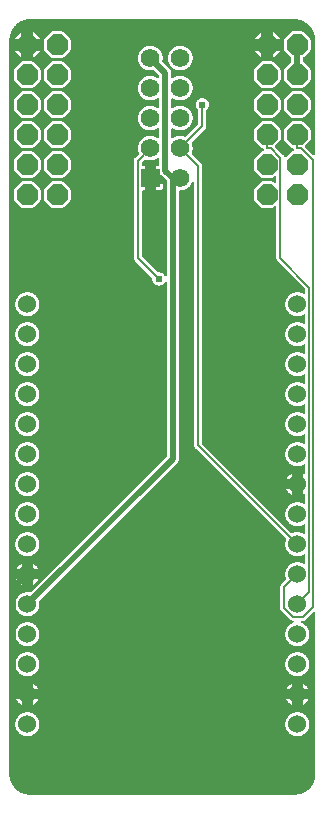
<source format=gtl>
G04 Layer: TopLayer*
G04 EasyEDA v6.3.22, 2020-02-26T16:32:33+01:00*
G04 ac0fba72113b465c8b3373fc4e38c277,2f1dc3ff27c442d188d0821d71f234e9,10*
G04 Gerber Generator version 0.2*
G04 Scale: 100 percent, Rotated: No, Reflected: No *
G04 Dimensions in millimeters *
G04 leading zeros omitted , absolute positions ,3 integer and 3 decimal *
%FSLAX33Y33*%
%MOMM*%
G90*
G71D02*

%ADD11C,0.499999*%
%ADD12C,0.159995*%
%ADD13C,0.610006*%
%ADD14C,1.524000*%
%ADD16C,1.574800*%

%LPD*%
G36*
G01X12868Y54156D02*
G01X12853Y54157D01*
G01X12838Y54156D01*
G01X12822Y54152D01*
G01X12808Y54147D01*
G01X12794Y54139D01*
G01X12754Y54111D01*
G01X12711Y54085D01*
G01X12668Y54061D01*
G01X12623Y54040D01*
G01X12578Y54021D01*
G01X12531Y54003D01*
G01X12484Y53988D01*
G01X12436Y53976D01*
G01X12388Y53965D01*
G01X12339Y53957D01*
G01X12290Y53951D01*
G01X12241Y53948D01*
G01X12192Y53947D01*
G01X12140Y53948D01*
G01X12089Y53952D01*
G01X12038Y53958D01*
G01X11988Y53967D01*
G01X11938Y53978D01*
G01X11888Y53992D01*
G01X11839Y54008D01*
G01X11792Y54026D01*
G01X11773Y54032D01*
G01X11753Y54034D01*
G01X11737Y54032D01*
G01X11722Y54029D01*
G01X11707Y54023D01*
G01X11693Y54015D01*
G01X11681Y54004D01*
G01X11488Y53811D01*
G01X11478Y53799D01*
G01X11470Y53786D01*
G01X11464Y53771D01*
G01X11460Y53756D01*
G01X11458Y53740D01*
G01X11458Y53596D01*
G01X11460Y53582D01*
G01X11463Y53568D01*
G01X11468Y53554D01*
G01X11475Y53541D01*
G01X11483Y53529D01*
G01X11494Y53519D01*
G01X11505Y53511D01*
G01X11518Y53504D01*
G01X11532Y53499D01*
G01X11546Y53495D01*
G01X11560Y53494D01*
G01X11734Y53494D01*
G01X11734Y52908D01*
G01X11560Y52908D01*
G01X11546Y52907D01*
G01X11532Y52904D01*
G01X11518Y52899D01*
G01X11505Y52891D01*
G01X11494Y52883D01*
G01X11483Y52873D01*
G01X11475Y52861D01*
G01X11468Y52848D01*
G01X11463Y52835D01*
G01X11460Y52820D01*
G01X11458Y52806D01*
G01X11458Y52095D01*
G01X11460Y52081D01*
G01X11463Y52066D01*
G01X11468Y52053D01*
G01X11475Y52040D01*
G01X11483Y52028D01*
G01X11494Y52018D01*
G01X11505Y52010D01*
G01X11518Y52002D01*
G01X11532Y51997D01*
G01X11546Y51994D01*
G01X11560Y51993D01*
G01X11734Y51993D01*
G01X11734Y51407D01*
G01X11560Y51407D01*
G01X11546Y51406D01*
G01X11532Y51402D01*
G01X11518Y51397D01*
G01X11505Y51390D01*
G01X11494Y51382D01*
G01X11483Y51372D01*
G01X11475Y51360D01*
G01X11468Y51347D01*
G01X11463Y51333D01*
G01X11460Y51319D01*
G01X11458Y51305D01*
G01X11458Y45893D01*
G01X11460Y45877D01*
G01X11464Y45862D01*
G01X11470Y45847D01*
G01X11478Y45834D01*
G01X11488Y45822D01*
G01X12804Y44506D01*
G01X12816Y44496D01*
G01X12830Y44488D01*
G01X12844Y44482D01*
G01X12860Y44477D01*
G01X12876Y44476D01*
G01X12882Y44476D01*
G01X12918Y44477D01*
G01X12952Y44476D01*
G01X12986Y44473D01*
G01X13020Y44468D01*
G01X13054Y44461D01*
G01X13087Y44452D01*
G01X13119Y44440D01*
G01X13150Y44427D01*
G01X13181Y44412D01*
G01X13211Y44395D01*
G01X13240Y44377D01*
G01X13267Y44356D01*
G01X13293Y44334D01*
G01X13318Y44311D01*
G01X13341Y44285D01*
G01X13362Y44259D01*
G01X13383Y44232D01*
G01X13401Y44203D01*
G01X13410Y44190D01*
G01X13420Y44179D01*
G01X13432Y44170D01*
G01X13445Y44162D01*
G01X13459Y44157D01*
G01X13473Y44154D01*
G01X13488Y44153D01*
G01X13503Y44154D01*
G01X13517Y44157D01*
G01X13531Y44162D01*
G01X13543Y44169D01*
G01X13555Y44178D01*
G01X13565Y44188D01*
G01X13574Y44200D01*
G01X13581Y44212D01*
G01X13586Y44225D01*
G01X13589Y44240D01*
G01X13590Y44254D01*
G01X13590Y52199D01*
G01X13589Y52214D01*
G01X13585Y52230D01*
G01X13579Y52245D01*
G01X13571Y52258D01*
G01X13560Y52271D01*
G01X13409Y52422D01*
G01X13103Y52727D01*
G01X13077Y52756D01*
G01X13053Y52786D01*
G01X13031Y52819D01*
G01X13011Y52853D01*
G01X13003Y52866D01*
G01X12993Y52878D01*
G01X12981Y52888D01*
G01X12967Y52897D01*
G01X12952Y52903D01*
G01X12937Y52907D01*
G01X12921Y52908D01*
G01X12649Y52908D01*
G01X12649Y53494D01*
G01X12853Y53494D01*
G01X12868Y53495D01*
G01X12882Y53499D01*
G01X12896Y53504D01*
G01X12908Y53511D01*
G01X12920Y53519D01*
G01X12930Y53529D01*
G01X12939Y53541D01*
G01X12946Y53554D01*
G01X12951Y53568D01*
G01X12954Y53582D01*
G01X12955Y53596D01*
G01X12955Y54055D01*
G01X12954Y54070D01*
G01X12951Y54084D01*
G01X12946Y54098D01*
G01X12939Y54111D01*
G01X12930Y54122D01*
G01X12920Y54132D01*
G01X12908Y54141D01*
G01X12896Y54148D01*
G01X12882Y54153D01*
G01X12868Y54156D01*
G37*

%LPC*%
G36*
G01X13235Y51993D02*
G01X12649Y51993D01*
G01X12649Y51407D01*
G01X12979Y51407D01*
G01X13003Y51408D01*
G01X13026Y51411D01*
G01X13049Y51416D01*
G01X13071Y51424D01*
G01X13093Y51433D01*
G01X13114Y51445D01*
G01X13133Y51458D01*
G01X13152Y51474D01*
G01X13168Y51490D01*
G01X13184Y51509D01*
G01X13197Y51528D01*
G01X13209Y51549D01*
G01X13218Y51571D01*
G01X13226Y51593D01*
G01X13231Y51616D01*
G01X13234Y51639D01*
G01X13235Y51663D01*
G01X13235Y51993D01*
G37*

%LPD*%
G36*
G01X24416Y65910D02*
G01X1999Y65910D01*
G01X1940Y65909D01*
G01X1881Y65906D01*
G01X1821Y65901D01*
G01X1762Y65894D01*
G01X1703Y65885D01*
G01X1645Y65873D01*
G01X1586Y65860D01*
G01X1529Y65845D01*
G01X1472Y65828D01*
G01X1416Y65809D01*
G01X1360Y65789D01*
G01X1305Y65766D01*
G01X1251Y65741D01*
G01X1197Y65714D01*
G01X1145Y65686D01*
G01X1094Y65656D01*
G01X1043Y65624D01*
G01X994Y65591D01*
G01X946Y65556D01*
G01X899Y65519D01*
G01X853Y65481D01*
G01X809Y65441D01*
G01X725Y65357D01*
G01X685Y65313D01*
G01X647Y65267D01*
G01X610Y65220D01*
G01X575Y65172D01*
G01X542Y65123D01*
G01X510Y65072D01*
G01X480Y65021D01*
G01X452Y64969D01*
G01X425Y64915D01*
G01X400Y64861D01*
G01X377Y64806D01*
G01X357Y64750D01*
G01X338Y64694D01*
G01X321Y64637D01*
G01X306Y64580D01*
G01X293Y64521D01*
G01X281Y64463D01*
G01X272Y64404D01*
G01X265Y64345D01*
G01X260Y64285D01*
G01X257Y64226D01*
G01X256Y64167D01*
G01X256Y1999D01*
G01X257Y1940D01*
G01X260Y1881D01*
G01X265Y1821D01*
G01X272Y1762D01*
G01X281Y1703D01*
G01X293Y1645D01*
G01X306Y1586D01*
G01X321Y1529D01*
G01X338Y1472D01*
G01X357Y1416D01*
G01X377Y1360D01*
G01X400Y1305D01*
G01X425Y1251D01*
G01X452Y1197D01*
G01X480Y1145D01*
G01X510Y1094D01*
G01X542Y1043D01*
G01X575Y994D01*
G01X610Y946D01*
G01X647Y899D01*
G01X685Y853D01*
G01X725Y809D01*
G01X809Y725D01*
G01X853Y685D01*
G01X899Y647D01*
G01X946Y610D01*
G01X994Y575D01*
G01X1043Y542D01*
G01X1094Y510D01*
G01X1145Y480D01*
G01X1197Y452D01*
G01X1251Y425D01*
G01X1305Y400D01*
G01X1360Y377D01*
G01X1416Y357D01*
G01X1472Y338D01*
G01X1529Y321D01*
G01X1586Y306D01*
G01X1645Y293D01*
G01X1703Y281D01*
G01X1762Y272D01*
G01X1821Y265D01*
G01X1881Y260D01*
G01X1940Y257D01*
G01X1999Y256D01*
G01X24416Y256D01*
G01X24475Y257D01*
G01X24534Y260D01*
G01X24594Y265D01*
G01X24653Y272D01*
G01X24712Y281D01*
G01X24770Y293D01*
G01X24829Y306D01*
G01X24886Y321D01*
G01X24943Y338D01*
G01X24999Y357D01*
G01X25055Y377D01*
G01X25110Y400D01*
G01X25164Y425D01*
G01X25218Y452D01*
G01X25270Y480D01*
G01X25321Y510D01*
G01X25372Y542D01*
G01X25421Y575D01*
G01X25469Y610D01*
G01X25516Y647D01*
G01X25562Y685D01*
G01X25606Y725D01*
G01X25690Y809D01*
G01X25730Y853D01*
G01X25768Y899D01*
G01X25805Y946D01*
G01X25840Y994D01*
G01X25873Y1043D01*
G01X25905Y1094D01*
G01X25935Y1145D01*
G01X25963Y1197D01*
G01X25990Y1251D01*
G01X26015Y1305D01*
G01X26038Y1360D01*
G01X26058Y1416D01*
G01X26077Y1472D01*
G01X26094Y1529D01*
G01X26109Y1586D01*
G01X26122Y1645D01*
G01X26134Y1703D01*
G01X26143Y1762D01*
G01X26150Y1821D01*
G01X26155Y1881D01*
G01X26158Y1940D01*
G01X26159Y1999D01*
G01X26159Y15607D01*
G01X26158Y15622D01*
G01X26155Y15636D01*
G01X26150Y15649D01*
G01X26143Y15662D01*
G01X26134Y15674D01*
G01X26124Y15684D01*
G01X26112Y15693D01*
G01X26100Y15700D01*
G01X26086Y15705D01*
G01X26072Y15708D01*
G01X26057Y15709D01*
G01X26042Y15707D01*
G01X26026Y15704D01*
G01X26011Y15698D01*
G01X25997Y15689D01*
G01X25985Y15679D01*
G01X25394Y15086D01*
G01X25375Y15068D01*
G01X25354Y15052D01*
G01X25332Y15037D01*
G01X25309Y15024D01*
G01X25285Y15012D01*
G01X25260Y15003D01*
G01X25234Y14996D01*
G01X25208Y14991D01*
G01X25182Y14988D01*
G01X25156Y14987D01*
G01X25047Y14987D01*
G01X25032Y14986D01*
G01X25018Y14982D01*
G01X25005Y14977D01*
G01X24992Y14971D01*
G01X24980Y14962D01*
G01X24970Y14951D01*
G01X24961Y14940D01*
G01X24954Y14928D01*
G01X24949Y14914D01*
G01X24946Y14900D01*
G01X24945Y14885D01*
G01X24946Y14870D01*
G01X24950Y14855D01*
G01X24956Y14841D01*
G01X24963Y14828D01*
G01X24972Y14816D01*
G01X24983Y14806D01*
G01X24996Y14797D01*
G01X25010Y14790D01*
G01X25053Y14773D01*
G01X25095Y14752D01*
G01X25137Y14730D01*
G01X25177Y14707D01*
G01X25216Y14681D01*
G01X25254Y14653D01*
G01X25291Y14624D01*
G01X25326Y14593D01*
G01X25360Y14561D01*
G01X25392Y14527D01*
G01X25423Y14491D01*
G01X25452Y14454D01*
G01X25479Y14416D01*
G01X25505Y14377D01*
G01X25528Y14336D01*
G01X25550Y14295D01*
G01X25570Y14252D01*
G01X25588Y14209D01*
G01X25604Y14165D01*
G01X25617Y14120D01*
G01X25629Y14075D01*
G01X25639Y14029D01*
G01X25646Y13983D01*
G01X25652Y13936D01*
G01X25655Y13889D01*
G01X25656Y13843D01*
G01X25655Y13797D01*
G01X25652Y13751D01*
G01X25647Y13706D01*
G01X25640Y13661D01*
G01X25631Y13616D01*
G01X25619Y13572D01*
G01X25606Y13528D01*
G01X25591Y13484D01*
G01X25574Y13442D01*
G01X25555Y13401D01*
G01X25535Y13360D01*
G01X25512Y13320D01*
G01X25487Y13281D01*
G01X25461Y13244D01*
G01X25434Y13208D01*
G01X25405Y13172D01*
G01X25374Y13138D01*
G01X25342Y13106D01*
G01X25308Y13075D01*
G01X25273Y13046D01*
G01X25236Y13019D01*
G01X25199Y12993D01*
G01X25160Y12968D01*
G01X25120Y12945D01*
G01X25079Y12925D01*
G01X25038Y12906D01*
G01X24996Y12889D01*
G01X24952Y12874D01*
G01X24908Y12861D01*
G01X24864Y12849D01*
G01X24819Y12840D01*
G01X24774Y12833D01*
G01X24729Y12828D01*
G01X24683Y12825D01*
G01X24638Y12824D01*
G01X24592Y12825D01*
G01X24546Y12828D01*
G01X24501Y12833D01*
G01X24456Y12840D01*
G01X24411Y12849D01*
G01X24367Y12861D01*
G01X24323Y12874D01*
G01X24279Y12889D01*
G01X24237Y12906D01*
G01X24196Y12925D01*
G01X24155Y12945D01*
G01X24115Y12968D01*
G01X24076Y12993D01*
G01X24039Y13019D01*
G01X24003Y13046D01*
G01X23967Y13075D01*
G01X23933Y13106D01*
G01X23901Y13138D01*
G01X23870Y13172D01*
G01X23841Y13208D01*
G01X23814Y13244D01*
G01X23788Y13281D01*
G01X23763Y13320D01*
G01X23740Y13360D01*
G01X23720Y13401D01*
G01X23701Y13442D01*
G01X23684Y13484D01*
G01X23669Y13528D01*
G01X23656Y13572D01*
G01X23644Y13616D01*
G01X23635Y13661D01*
G01X23628Y13706D01*
G01X23623Y13751D01*
G01X23620Y13797D01*
G01X23619Y13843D01*
G01X23620Y13889D01*
G01X23624Y13936D01*
G01X23629Y13983D01*
G01X23636Y14029D01*
G01X23646Y14075D01*
G01X23658Y14121D01*
G01X23672Y14166D01*
G01X23688Y14210D01*
G01X23705Y14253D01*
G01X23725Y14296D01*
G01X23747Y14337D01*
G01X23771Y14378D01*
G01X23796Y14417D01*
G01X23824Y14455D01*
G01X23853Y14492D01*
G01X23884Y14527D01*
G01X23916Y14561D01*
G01X23950Y14594D01*
G01X23985Y14625D01*
G01X24022Y14654D01*
G01X24060Y14682D01*
G01X24100Y14707D01*
G01X24140Y14731D01*
G01X24181Y14753D01*
G01X24224Y14773D01*
G01X24267Y14791D01*
G01X24281Y14798D01*
G01X24294Y14807D01*
G01X24305Y14817D01*
G01X24314Y14829D01*
G01X24322Y14842D01*
G01X24327Y14856D01*
G01X24331Y14871D01*
G01X24332Y14886D01*
G01X24331Y14901D01*
G01X24327Y14916D01*
G01X24322Y14931D01*
G01X24314Y14944D01*
G01X24304Y14956D01*
G01X24293Y14966D01*
G01X24280Y14974D01*
G01X24266Y14981D01*
G01X24251Y14986D01*
G01X24236Y14988D01*
G01X24209Y14990D01*
G01X24183Y14995D01*
G01X24156Y15002D01*
G01X24131Y15011D01*
G01X24106Y15022D01*
G01X24082Y15035D01*
G01X24060Y15050D01*
G01X24039Y15067D01*
G01X24019Y15086D01*
G01X23297Y15807D01*
G01X23279Y15826D01*
G01X23263Y15847D01*
G01X23248Y15869D01*
G01X23235Y15892D01*
G01X23224Y15916D01*
G01X23215Y15941D01*
G01X23208Y15966D01*
G01X23203Y15992D01*
G01X23200Y16018D01*
G01X23199Y16045D01*
G01X23199Y17820D01*
G01X23200Y17847D01*
G01X23203Y17873D01*
G01X23208Y17899D01*
G01X23215Y17924D01*
G01X23224Y17949D01*
G01X23235Y17973D01*
G01X23248Y17996D01*
G01X23263Y18018D01*
G01X23279Y18039D01*
G01X23297Y18058D01*
G01X23671Y18431D01*
G01X23681Y18443D01*
G01X23689Y18457D01*
G01X23695Y18472D01*
G01X23699Y18488D01*
G01X23700Y18503D01*
G01X23699Y18523D01*
G01X23693Y18542D01*
G01X23676Y18587D01*
G01X23661Y18633D01*
G01X23648Y18681D01*
G01X23638Y18728D01*
G01X23630Y18777D01*
G01X23624Y18825D01*
G01X23620Y18874D01*
G01X23619Y18923D01*
G01X23620Y18968D01*
G01X23623Y19014D01*
G01X23628Y19059D01*
G01X23635Y19104D01*
G01X23644Y19149D01*
G01X23656Y19193D01*
G01X23669Y19237D01*
G01X23684Y19281D01*
G01X23701Y19323D01*
G01X23720Y19364D01*
G01X23740Y19405D01*
G01X23763Y19445D01*
G01X23788Y19484D01*
G01X23814Y19521D01*
G01X23841Y19558D01*
G01X23870Y19593D01*
G01X23901Y19627D01*
G01X23933Y19659D01*
G01X23967Y19690D01*
G01X24003Y19719D01*
G01X24039Y19746D01*
G01X24076Y19772D01*
G01X24115Y19797D01*
G01X24155Y19820D01*
G01X24196Y19840D01*
G01X24237Y19859D01*
G01X24279Y19876D01*
G01X24323Y19891D01*
G01X24367Y19904D01*
G01X24411Y19916D01*
G01X24456Y19925D01*
G01X24501Y19932D01*
G01X24546Y19937D01*
G01X24592Y19940D01*
G01X24638Y19941D01*
G01X24685Y19940D01*
G01X24731Y19936D01*
G01X24778Y19931D01*
G01X24825Y19924D01*
G01X24871Y19914D01*
G01X24917Y19902D01*
G01X24962Y19888D01*
G01X25006Y19872D01*
G01X25049Y19854D01*
G01X25092Y19834D01*
G01X25134Y19812D01*
G01X25174Y19788D01*
G01X25191Y19779D01*
G01X25210Y19774D01*
G01X25228Y19773D01*
G01X25243Y19774D01*
G01X25257Y19777D01*
G01X25270Y19782D01*
G01X25283Y19789D01*
G01X25294Y19798D01*
G01X25305Y19808D01*
G01X25314Y19820D01*
G01X25320Y19832D01*
G01X25325Y19846D01*
G01X25328Y19860D01*
G01X25330Y19874D01*
G01X25330Y20511D01*
G01X25328Y20525D01*
G01X25325Y20539D01*
G01X25320Y20553D01*
G01X25314Y20565D01*
G01X25305Y20577D01*
G01X25294Y20587D01*
G01X25283Y20596D01*
G01X25270Y20603D01*
G01X25257Y20608D01*
G01X25243Y20611D01*
G01X25228Y20612D01*
G01X25210Y20611D01*
G01X25191Y20606D01*
G01X25174Y20597D01*
G01X25134Y20573D01*
G01X25092Y20551D01*
G01X25049Y20531D01*
G01X25006Y20513D01*
G01X24962Y20497D01*
G01X24917Y20483D01*
G01X24871Y20471D01*
G01X24825Y20461D01*
G01X24778Y20454D01*
G01X24731Y20449D01*
G01X24685Y20445D01*
G01X24638Y20444D01*
G01X24592Y20445D01*
G01X24546Y20448D01*
G01X24501Y20453D01*
G01X24456Y20460D01*
G01X24411Y20469D01*
G01X24367Y20481D01*
G01X24323Y20494D01*
G01X24279Y20509D01*
G01X24237Y20526D01*
G01X24196Y20545D01*
G01X24155Y20565D01*
G01X24115Y20588D01*
G01X24076Y20613D01*
G01X24039Y20639D01*
G01X24003Y20666D01*
G01X23967Y20695D01*
G01X23933Y20726D01*
G01X23901Y20758D01*
G01X23870Y20792D01*
G01X23841Y20828D01*
G01X23814Y20864D01*
G01X23788Y20901D01*
G01X23763Y20940D01*
G01X23740Y20980D01*
G01X23720Y21021D01*
G01X23701Y21062D01*
G01X23684Y21104D01*
G01X23669Y21148D01*
G01X23656Y21192D01*
G01X23644Y21236D01*
G01X23635Y21281D01*
G01X23628Y21326D01*
G01X23623Y21371D01*
G01X23620Y21417D01*
G01X23619Y21463D01*
G01X23620Y21511D01*
G01X23624Y21560D01*
G01X23630Y21608D01*
G01X23638Y21657D01*
G01X23648Y21704D01*
G01X23661Y21752D01*
G01X23676Y21798D01*
G01X23693Y21844D01*
G01X23699Y21862D01*
G01X23700Y21882D01*
G01X23699Y21897D01*
G01X23695Y21913D01*
G01X23689Y21928D01*
G01X23681Y21942D01*
G01X23671Y21954D01*
G01X16005Y29619D01*
G01X15987Y29639D01*
G01X15971Y29660D01*
G01X15956Y29681D01*
G01X15943Y29704D01*
G01X15932Y29728D01*
G01X15923Y29753D01*
G01X15916Y29778D01*
G01X15911Y29804D01*
G01X15908Y29831D01*
G01X15907Y29857D01*
G01X15907Y52050D01*
G01X15905Y52064D01*
G01X15902Y52079D01*
G01X15897Y52092D01*
G01X15890Y52105D01*
G01X15882Y52116D01*
G01X15871Y52126D01*
G01X15860Y52135D01*
G01X15847Y52142D01*
G01X15833Y52147D01*
G01X15819Y52150D01*
G01X15805Y52151D01*
G01X15789Y52150D01*
G01X15774Y52147D01*
G01X15760Y52141D01*
G01X15746Y52133D01*
G01X15735Y52123D01*
G01X15725Y52112D01*
G01X15716Y52099D01*
G01X15709Y52085D01*
G01X15692Y52042D01*
G01X15673Y51999D01*
G01X15651Y51957D01*
G01X15629Y51916D01*
G01X15604Y51876D01*
G01X15577Y51838D01*
G01X15548Y51801D01*
G01X15518Y51765D01*
G01X15487Y51730D01*
G01X15454Y51697D01*
G01X15419Y51665D01*
G01X15383Y51635D01*
G01X15346Y51607D01*
G01X15307Y51580D01*
G01X15267Y51555D01*
G01X15227Y51532D01*
G01X15185Y51510D01*
G01X15142Y51491D01*
G01X15099Y51473D01*
G01X15055Y51458D01*
G01X15009Y51444D01*
G01X14964Y51433D01*
G01X14918Y51423D01*
G01X14872Y51416D01*
G01X14825Y51411D01*
G01X14778Y51408D01*
G01X14732Y51407D01*
G01X14705Y51407D01*
G01X14690Y51406D01*
G01X14676Y51403D01*
G01X14662Y51398D01*
G01X14650Y51391D01*
G01X14638Y51382D01*
G01X14628Y51372D01*
G01X14619Y51360D01*
G01X14612Y51348D01*
G01X14607Y51334D01*
G01X14604Y51320D01*
G01X14603Y51305D01*
G01X14603Y28702D01*
G01X14602Y28668D01*
G01X14599Y28635D01*
G01X14593Y28602D01*
G01X14586Y28570D01*
G01X14576Y28538D01*
G01X14564Y28507D01*
G01X14551Y28477D01*
G01X14535Y28448D01*
G01X14518Y28420D01*
G01X14498Y28393D01*
G01X14478Y28368D01*
G01X14455Y28343D01*
G01X2801Y16689D01*
G01X2790Y16677D01*
G01X2782Y16664D01*
G01X2776Y16649D01*
G01X2772Y16633D01*
G01X2771Y16618D01*
G01X2773Y16596D01*
G01X2783Y16544D01*
G01X2790Y16490D01*
G01X2795Y16436D01*
G01X2796Y16383D01*
G01X2795Y16337D01*
G01X2792Y16291D01*
G01X2787Y16246D01*
G01X2780Y16201D01*
G01X2771Y16156D01*
G01X2759Y16112D01*
G01X2746Y16068D01*
G01X2731Y16024D01*
G01X2714Y15982D01*
G01X2695Y15941D01*
G01X2675Y15900D01*
G01X2652Y15860D01*
G01X2627Y15821D01*
G01X2601Y15784D01*
G01X2574Y15748D01*
G01X2545Y15712D01*
G01X2514Y15678D01*
G01X2482Y15646D01*
G01X2448Y15615D01*
G01X2413Y15586D01*
G01X2376Y15559D01*
G01X2339Y15533D01*
G01X2300Y15508D01*
G01X2260Y15485D01*
G01X2219Y15465D01*
G01X2178Y15446D01*
G01X2136Y15429D01*
G01X2092Y15414D01*
G01X2048Y15401D01*
G01X2004Y15389D01*
G01X1959Y15380D01*
G01X1914Y15373D01*
G01X1869Y15368D01*
G01X1823Y15365D01*
G01X1778Y15364D01*
G01X1732Y15365D01*
G01X1686Y15368D01*
G01X1641Y15373D01*
G01X1596Y15380D01*
G01X1551Y15389D01*
G01X1507Y15401D01*
G01X1463Y15414D01*
G01X1419Y15429D01*
G01X1377Y15446D01*
G01X1336Y15465D01*
G01X1295Y15485D01*
G01X1255Y15508D01*
G01X1216Y15533D01*
G01X1179Y15559D01*
G01X1143Y15586D01*
G01X1107Y15615D01*
G01X1073Y15646D01*
G01X1041Y15678D01*
G01X1010Y15712D01*
G01X981Y15748D01*
G01X954Y15784D01*
G01X928Y15821D01*
G01X903Y15860D01*
G01X880Y15900D01*
G01X860Y15941D01*
G01X841Y15982D01*
G01X824Y16024D01*
G01X809Y16068D01*
G01X796Y16112D01*
G01X784Y16156D01*
G01X775Y16201D01*
G01X768Y16246D01*
G01X763Y16291D01*
G01X760Y16337D01*
G01X759Y16383D01*
G01X760Y16428D01*
G01X763Y16474D01*
G01X768Y16519D01*
G01X775Y16564D01*
G01X784Y16609D01*
G01X796Y16653D01*
G01X809Y16697D01*
G01X824Y16741D01*
G01X841Y16783D01*
G01X860Y16824D01*
G01X880Y16865D01*
G01X903Y16905D01*
G01X928Y16944D01*
G01X954Y16981D01*
G01X981Y17018D01*
G01X1010Y17053D01*
G01X1041Y17087D01*
G01X1073Y17119D01*
G01X1107Y17150D01*
G01X1143Y17179D01*
G01X1179Y17206D01*
G01X1216Y17232D01*
G01X1255Y17257D01*
G01X1295Y17280D01*
G01X1336Y17300D01*
G01X1377Y17319D01*
G01X1419Y17336D01*
G01X1463Y17351D01*
G01X1507Y17364D01*
G01X1551Y17376D01*
G01X1596Y17385D01*
G01X1641Y17392D01*
G01X1686Y17397D01*
G01X1732Y17400D01*
G01X1778Y17401D01*
G01X1831Y17400D01*
G01X1885Y17395D01*
G01X1939Y17388D01*
G01X1991Y17378D01*
G01X2013Y17376D01*
G01X2028Y17377D01*
G01X2044Y17381D01*
G01X2059Y17387D01*
G01X2072Y17395D01*
G01X2084Y17406D01*
G01X13560Y28881D01*
G01X13571Y28894D01*
G01X13579Y28907D01*
G01X13585Y28922D01*
G01X13589Y28938D01*
G01X13590Y28953D01*
G01X13590Y43578D01*
G01X13589Y43593D01*
G01X13586Y43607D01*
G01X13581Y43620D01*
G01X13574Y43633D01*
G01X13565Y43644D01*
G01X13555Y43654D01*
G01X13543Y43664D01*
G01X13531Y43670D01*
G01X13517Y43675D01*
G01X13503Y43678D01*
G01X13488Y43679D01*
G01X13473Y43678D01*
G01X13459Y43675D01*
G01X13445Y43670D01*
G01X13432Y43662D01*
G01X13420Y43653D01*
G01X13410Y43642D01*
G01X13401Y43630D01*
G01X13383Y43601D01*
G01X13362Y43573D01*
G01X13341Y43547D01*
G01X13318Y43521D01*
G01X13293Y43498D01*
G01X13267Y43476D01*
G01X13240Y43455D01*
G01X13211Y43437D01*
G01X13181Y43420D01*
G01X13150Y43405D01*
G01X13119Y43392D01*
G01X13087Y43380D01*
G01X13054Y43371D01*
G01X13020Y43364D01*
G01X12986Y43359D01*
G01X12952Y43356D01*
G01X12918Y43355D01*
G01X12884Y43356D01*
G01X12850Y43359D01*
G01X12817Y43364D01*
G01X12783Y43371D01*
G01X12751Y43380D01*
G01X12719Y43391D01*
G01X12687Y43404D01*
G01X12657Y43419D01*
G01X12627Y43436D01*
G01X12599Y43454D01*
G01X12571Y43474D01*
G01X12546Y43496D01*
G01X12521Y43519D01*
G01X12498Y43544D01*
G01X12476Y43570D01*
G01X12456Y43597D01*
G01X12437Y43626D01*
G01X12421Y43655D01*
G01X12406Y43685D01*
G01X12393Y43717D01*
G01X12382Y43749D01*
G01X12373Y43781D01*
G01X12366Y43815D01*
G01X12361Y43849D01*
G01X12358Y43882D01*
G01X12357Y43916D01*
G01X12358Y43952D01*
G01X12358Y43958D01*
G01X12357Y43974D01*
G01X12353Y43990D01*
G01X12346Y44004D01*
G01X12338Y44018D01*
G01X12328Y44030D01*
G01X10884Y45474D01*
G01X10866Y45493D01*
G01X10850Y45514D01*
G01X10835Y45536D01*
G01X10822Y45559D01*
G01X10811Y45583D01*
G01X10802Y45608D01*
G01X10795Y45633D01*
G01X10790Y45659D01*
G01X10787Y45685D01*
G01X10786Y45712D01*
G01X10786Y53921D01*
G01X10787Y53948D01*
G01X10790Y53974D01*
G01X10795Y54000D01*
G01X10802Y54025D01*
G01X10811Y54050D01*
G01X10822Y54074D01*
G01X10835Y54097D01*
G01X10850Y54119D01*
G01X10866Y54140D01*
G01X10884Y54159D01*
G01X11205Y54480D01*
G01X11216Y54492D01*
G01X11224Y54506D01*
G01X11230Y54521D01*
G01X11233Y54536D01*
G01X11235Y54552D01*
G01X11233Y54572D01*
G01X11227Y54591D01*
G01X11209Y54638D01*
G01X11193Y54687D01*
G01X11179Y54737D01*
G01X11168Y54787D01*
G01X11159Y54837D01*
G01X11153Y54888D01*
G01X11149Y54939D01*
G01X11148Y54991D01*
G01X11149Y55037D01*
G01X11152Y55084D01*
G01X11157Y55131D01*
G01X11164Y55177D01*
G01X11174Y55223D01*
G01X11185Y55268D01*
G01X11199Y55313D01*
G01X11214Y55357D01*
G01X11231Y55401D01*
G01X11251Y55444D01*
G01X11272Y55485D01*
G01X11295Y55526D01*
G01X11320Y55566D01*
G01X11347Y55604D01*
G01X11375Y55641D01*
G01X11405Y55677D01*
G01X11437Y55712D01*
G01X11470Y55745D01*
G01X11505Y55777D01*
G01X11541Y55807D01*
G01X11578Y55835D01*
G01X11616Y55862D01*
G01X11656Y55887D01*
G01X11697Y55910D01*
G01X11738Y55931D01*
G01X11781Y55951D01*
G01X11825Y55968D01*
G01X11869Y55983D01*
G01X11914Y55997D01*
G01X11959Y56008D01*
G01X12005Y56018D01*
G01X12051Y56025D01*
G01X12098Y56030D01*
G01X12145Y56033D01*
G01X12192Y56034D01*
G01X12241Y56033D01*
G01X12290Y56030D01*
G01X12339Y56024D01*
G01X12388Y56016D01*
G01X12436Y56005D01*
G01X12484Y55993D01*
G01X12531Y55978D01*
G01X12578Y55960D01*
G01X12623Y55941D01*
G01X12668Y55920D01*
G01X12711Y55896D01*
G01X12754Y55870D01*
G01X12794Y55842D01*
G01X12808Y55834D01*
G01X12822Y55829D01*
G01X12838Y55825D01*
G01X12853Y55824D01*
G01X12868Y55825D01*
G01X12882Y55828D01*
G01X12896Y55833D01*
G01X12908Y55840D01*
G01X12920Y55849D01*
G01X12930Y55859D01*
G01X12939Y55870D01*
G01X12946Y55883D01*
G01X12951Y55897D01*
G01X12954Y55911D01*
G01X12955Y55926D01*
G01X12955Y56595D01*
G01X12954Y56610D01*
G01X12951Y56624D01*
G01X12946Y56638D01*
G01X12939Y56651D01*
G01X12930Y56662D01*
G01X12920Y56672D01*
G01X12908Y56681D01*
G01X12896Y56688D01*
G01X12882Y56693D01*
G01X12868Y56696D01*
G01X12853Y56697D01*
G01X12838Y56696D01*
G01X12822Y56692D01*
G01X12808Y56687D01*
G01X12794Y56679D01*
G01X12754Y56651D01*
G01X12711Y56625D01*
G01X12668Y56601D01*
G01X12623Y56580D01*
G01X12578Y56561D01*
G01X12531Y56543D01*
G01X12484Y56528D01*
G01X12436Y56516D01*
G01X12388Y56505D01*
G01X12339Y56497D01*
G01X12290Y56491D01*
G01X12241Y56488D01*
G01X12192Y56487D01*
G01X12145Y56488D01*
G01X12098Y56491D01*
G01X12051Y56496D01*
G01X12005Y56503D01*
G01X11959Y56513D01*
G01X11914Y56524D01*
G01X11869Y56538D01*
G01X11825Y56553D01*
G01X11781Y56570D01*
G01X11738Y56590D01*
G01X11697Y56611D01*
G01X11656Y56634D01*
G01X11616Y56659D01*
G01X11578Y56686D01*
G01X11541Y56714D01*
G01X11505Y56744D01*
G01X11470Y56776D01*
G01X11437Y56809D01*
G01X11405Y56844D01*
G01X11375Y56880D01*
G01X11347Y56917D01*
G01X11320Y56955D01*
G01X11295Y56995D01*
G01X11272Y57036D01*
G01X11251Y57077D01*
G01X11231Y57120D01*
G01X11214Y57164D01*
G01X11199Y57208D01*
G01X11185Y57253D01*
G01X11174Y57298D01*
G01X11164Y57344D01*
G01X11157Y57390D01*
G01X11152Y57437D01*
G01X11149Y57484D01*
G01X11148Y57531D01*
G01X11149Y57577D01*
G01X11152Y57624D01*
G01X11157Y57671D01*
G01X11164Y57717D01*
G01X11174Y57763D01*
G01X11185Y57808D01*
G01X11199Y57853D01*
G01X11214Y57897D01*
G01X11231Y57941D01*
G01X11251Y57984D01*
G01X11272Y58025D01*
G01X11295Y58066D01*
G01X11320Y58106D01*
G01X11347Y58144D01*
G01X11375Y58181D01*
G01X11405Y58217D01*
G01X11437Y58252D01*
G01X11470Y58285D01*
G01X11505Y58317D01*
G01X11541Y58347D01*
G01X11578Y58375D01*
G01X11616Y58402D01*
G01X11656Y58427D01*
G01X11697Y58450D01*
G01X11738Y58471D01*
G01X11781Y58491D01*
G01X11825Y58508D01*
G01X11869Y58523D01*
G01X11914Y58537D01*
G01X11959Y58548D01*
G01X12005Y58558D01*
G01X12051Y58565D01*
G01X12098Y58570D01*
G01X12145Y58573D01*
G01X12192Y58574D01*
G01X12241Y58573D01*
G01X12290Y58570D01*
G01X12339Y58564D01*
G01X12388Y58556D01*
G01X12436Y58545D01*
G01X12484Y58533D01*
G01X12531Y58518D01*
G01X12578Y58500D01*
G01X12623Y58481D01*
G01X12668Y58460D01*
G01X12711Y58436D01*
G01X12754Y58410D01*
G01X12794Y58382D01*
G01X12808Y58374D01*
G01X12822Y58369D01*
G01X12838Y58365D01*
G01X12853Y58364D01*
G01X12868Y58365D01*
G01X12882Y58368D01*
G01X12896Y58373D01*
G01X12908Y58380D01*
G01X12920Y58389D01*
G01X12930Y58399D01*
G01X12939Y58410D01*
G01X12946Y58423D01*
G01X12951Y58437D01*
G01X12954Y58451D01*
G01X12955Y58466D01*
G01X12955Y59135D01*
G01X12954Y59150D01*
G01X12951Y59164D01*
G01X12946Y59178D01*
G01X12939Y59191D01*
G01X12930Y59202D01*
G01X12920Y59212D01*
G01X12908Y59221D01*
G01X12896Y59228D01*
G01X12882Y59233D01*
G01X12868Y59236D01*
G01X12853Y59237D01*
G01X12838Y59236D01*
G01X12822Y59232D01*
G01X12808Y59227D01*
G01X12794Y59219D01*
G01X12754Y59191D01*
G01X12711Y59165D01*
G01X12668Y59141D01*
G01X12623Y59120D01*
G01X12578Y59101D01*
G01X12531Y59083D01*
G01X12484Y59068D01*
G01X12436Y59056D01*
G01X12388Y59045D01*
G01X12339Y59037D01*
G01X12290Y59031D01*
G01X12241Y59028D01*
G01X12192Y59027D01*
G01X12145Y59028D01*
G01X12098Y59031D01*
G01X12051Y59036D01*
G01X12005Y59043D01*
G01X11959Y59053D01*
G01X11914Y59064D01*
G01X11869Y59078D01*
G01X11825Y59093D01*
G01X11781Y59110D01*
G01X11738Y59130D01*
G01X11697Y59151D01*
G01X11656Y59174D01*
G01X11616Y59199D01*
G01X11578Y59226D01*
G01X11541Y59254D01*
G01X11505Y59284D01*
G01X11470Y59316D01*
G01X11437Y59349D01*
G01X11405Y59384D01*
G01X11375Y59420D01*
G01X11347Y59457D01*
G01X11320Y59495D01*
G01X11295Y59535D01*
G01X11272Y59576D01*
G01X11251Y59617D01*
G01X11231Y59660D01*
G01X11214Y59704D01*
G01X11199Y59748D01*
G01X11185Y59793D01*
G01X11174Y59838D01*
G01X11164Y59884D01*
G01X11157Y59930D01*
G01X11152Y59977D01*
G01X11149Y60024D01*
G01X11148Y60071D01*
G01X11149Y60117D01*
G01X11152Y60164D01*
G01X11157Y60211D01*
G01X11164Y60257D01*
G01X11174Y60303D01*
G01X11185Y60348D01*
G01X11199Y60393D01*
G01X11214Y60437D01*
G01X11231Y60481D01*
G01X11251Y60524D01*
G01X11272Y60565D01*
G01X11295Y60606D01*
G01X11320Y60646D01*
G01X11347Y60684D01*
G01X11375Y60721D01*
G01X11405Y60757D01*
G01X11437Y60792D01*
G01X11470Y60825D01*
G01X11505Y60857D01*
G01X11541Y60887D01*
G01X11578Y60915D01*
G01X11616Y60942D01*
G01X11656Y60967D01*
G01X11697Y60990D01*
G01X11738Y61011D01*
G01X11781Y61031D01*
G01X11825Y61048D01*
G01X11869Y61063D01*
G01X11914Y61077D01*
G01X11959Y61088D01*
G01X12005Y61098D01*
G01X12051Y61105D01*
G01X12098Y61110D01*
G01X12145Y61113D01*
G01X12192Y61114D01*
G01X12241Y61113D01*
G01X12290Y61110D01*
G01X12339Y61104D01*
G01X12388Y61096D01*
G01X12436Y61085D01*
G01X12484Y61073D01*
G01X12531Y61058D01*
G01X12578Y61040D01*
G01X12623Y61021D01*
G01X12668Y61000D01*
G01X12711Y60976D01*
G01X12754Y60950D01*
G01X12794Y60922D01*
G01X12808Y60914D01*
G01X12822Y60909D01*
G01X12838Y60905D01*
G01X12853Y60904D01*
G01X12868Y60905D01*
G01X12882Y60908D01*
G01X12896Y60913D01*
G01X12908Y60920D01*
G01X12920Y60929D01*
G01X12930Y60939D01*
G01X12939Y60950D01*
G01X12946Y60963D01*
G01X12951Y60977D01*
G01X12954Y60991D01*
G01X12955Y61006D01*
G01X12955Y61089D01*
G01X12954Y61104D01*
G01X12950Y61120D01*
G01X12944Y61135D01*
G01X12936Y61148D01*
G01X12925Y61161D01*
G01X12520Y61566D01*
G01X12507Y61576D01*
G01X12494Y61584D01*
G01X12480Y61590D01*
G01X12464Y61595D01*
G01X12448Y61596D01*
G01X12425Y61593D01*
G01X12379Y61583D01*
G01X12333Y61576D01*
G01X12285Y61571D01*
G01X12239Y61568D01*
G01X12192Y61567D01*
G01X12145Y61568D01*
G01X12098Y61571D01*
G01X12051Y61576D01*
G01X12005Y61583D01*
G01X11959Y61593D01*
G01X11914Y61604D01*
G01X11869Y61618D01*
G01X11825Y61633D01*
G01X11781Y61650D01*
G01X11738Y61670D01*
G01X11697Y61691D01*
G01X11656Y61714D01*
G01X11616Y61739D01*
G01X11578Y61766D01*
G01X11541Y61794D01*
G01X11505Y61824D01*
G01X11470Y61856D01*
G01X11437Y61889D01*
G01X11405Y61924D01*
G01X11375Y61960D01*
G01X11347Y61997D01*
G01X11320Y62035D01*
G01X11295Y62075D01*
G01X11272Y62116D01*
G01X11251Y62157D01*
G01X11231Y62200D01*
G01X11214Y62244D01*
G01X11199Y62288D01*
G01X11185Y62333D01*
G01X11174Y62378D01*
G01X11164Y62424D01*
G01X11157Y62470D01*
G01X11152Y62517D01*
G01X11149Y62564D01*
G01X11148Y62611D01*
G01X11149Y62657D01*
G01X11152Y62704D01*
G01X11157Y62751D01*
G01X11164Y62797D01*
G01X11174Y62843D01*
G01X11185Y62888D01*
G01X11199Y62933D01*
G01X11214Y62977D01*
G01X11231Y63021D01*
G01X11251Y63064D01*
G01X11272Y63105D01*
G01X11295Y63146D01*
G01X11320Y63186D01*
G01X11347Y63224D01*
G01X11375Y63261D01*
G01X11405Y63297D01*
G01X11437Y63332D01*
G01X11470Y63365D01*
G01X11505Y63397D01*
G01X11541Y63427D01*
G01X11578Y63455D01*
G01X11616Y63482D01*
G01X11656Y63507D01*
G01X11697Y63530D01*
G01X11738Y63551D01*
G01X11781Y63571D01*
G01X11825Y63588D01*
G01X11869Y63603D01*
G01X11914Y63617D01*
G01X11959Y63628D01*
G01X12005Y63638D01*
G01X12051Y63645D01*
G01X12098Y63650D01*
G01X12145Y63653D01*
G01X12192Y63654D01*
G01X12238Y63653D01*
G01X12285Y63650D01*
G01X12332Y63645D01*
G01X12378Y63638D01*
G01X12424Y63628D01*
G01X12469Y63617D01*
G01X12514Y63603D01*
G01X12558Y63588D01*
G01X12602Y63571D01*
G01X12645Y63551D01*
G01X12686Y63530D01*
G01X12727Y63507D01*
G01X12767Y63482D01*
G01X12805Y63455D01*
G01X12842Y63427D01*
G01X12878Y63397D01*
G01X12913Y63365D01*
G01X12946Y63332D01*
G01X12978Y63297D01*
G01X13008Y63261D01*
G01X13036Y63224D01*
G01X13063Y63186D01*
G01X13088Y63146D01*
G01X13111Y63105D01*
G01X13132Y63064D01*
G01X13152Y63021D01*
G01X13169Y62977D01*
G01X13184Y62933D01*
G01X13198Y62888D01*
G01X13209Y62843D01*
G01X13219Y62797D01*
G01X13226Y62751D01*
G01X13231Y62704D01*
G01X13234Y62657D01*
G01X13235Y62611D01*
G01X13234Y62563D01*
G01X13231Y62517D01*
G01X13226Y62469D01*
G01X13219Y62423D01*
G01X13209Y62377D01*
G01X13206Y62354D01*
G01X13208Y62338D01*
G01X13212Y62322D01*
G01X13218Y62308D01*
G01X13226Y62295D01*
G01X13236Y62282D01*
G01X13820Y61699D01*
G01X13843Y61674D01*
G01X13863Y61649D01*
G01X13883Y61622D01*
G01X13900Y61594D01*
G01X13916Y61565D01*
G01X13929Y61535D01*
G01X13941Y61504D01*
G01X13951Y61472D01*
G01X13958Y61440D01*
G01X13964Y61407D01*
G01X13967Y61374D01*
G01X13968Y61341D01*
G01X13968Y61006D01*
G01X13969Y60991D01*
G01X13972Y60977D01*
G01X13977Y60963D01*
G01X13984Y60950D01*
G01X13993Y60939D01*
G01X14003Y60929D01*
G01X14015Y60920D01*
G01X14027Y60913D01*
G01X14041Y60908D01*
G01X14055Y60905D01*
G01X14070Y60904D01*
G01X14085Y60905D01*
G01X14101Y60909D01*
G01X14115Y60914D01*
G01X14129Y60922D01*
G01X14169Y60950D01*
G01X14212Y60976D01*
G01X14255Y61000D01*
G01X14300Y61021D01*
G01X14345Y61040D01*
G01X14392Y61058D01*
G01X14439Y61073D01*
G01X14487Y61085D01*
G01X14535Y61096D01*
G01X14584Y61104D01*
G01X14633Y61110D01*
G01X14682Y61113D01*
G01X14732Y61114D01*
G01X14778Y61113D01*
G01X14825Y61110D01*
G01X14872Y61105D01*
G01X14918Y61098D01*
G01X14964Y61088D01*
G01X15009Y61077D01*
G01X15054Y61063D01*
G01X15098Y61048D01*
G01X15142Y61031D01*
G01X15185Y61011D01*
G01X15226Y60990D01*
G01X15267Y60967D01*
G01X15307Y60942D01*
G01X15345Y60915D01*
G01X15382Y60887D01*
G01X15418Y60857D01*
G01X15453Y60825D01*
G01X15486Y60792D01*
G01X15518Y60757D01*
G01X15548Y60721D01*
G01X15576Y60684D01*
G01X15603Y60646D01*
G01X15628Y60606D01*
G01X15651Y60565D01*
G01X15672Y60524D01*
G01X15692Y60481D01*
G01X15709Y60437D01*
G01X15724Y60393D01*
G01X15738Y60348D01*
G01X15749Y60303D01*
G01X15759Y60257D01*
G01X15766Y60211D01*
G01X15771Y60164D01*
G01X15774Y60117D01*
G01X15775Y60071D01*
G01X15774Y60024D01*
G01X15771Y59977D01*
G01X15766Y59930D01*
G01X15759Y59884D01*
G01X15749Y59838D01*
G01X15738Y59793D01*
G01X15724Y59748D01*
G01X15709Y59704D01*
G01X15692Y59660D01*
G01X15672Y59617D01*
G01X15651Y59576D01*
G01X15628Y59535D01*
G01X15603Y59495D01*
G01X15576Y59457D01*
G01X15548Y59420D01*
G01X15518Y59384D01*
G01X15486Y59349D01*
G01X15453Y59316D01*
G01X15418Y59284D01*
G01X15382Y59254D01*
G01X15345Y59226D01*
G01X15307Y59199D01*
G01X15267Y59174D01*
G01X15226Y59151D01*
G01X15185Y59130D01*
G01X15142Y59110D01*
G01X15098Y59093D01*
G01X15054Y59078D01*
G01X15009Y59064D01*
G01X14964Y59053D01*
G01X14918Y59043D01*
G01X14872Y59036D01*
G01X14825Y59031D01*
G01X14778Y59028D01*
G01X14732Y59027D01*
G01X14682Y59028D01*
G01X14633Y59031D01*
G01X14584Y59037D01*
G01X14535Y59045D01*
G01X14487Y59056D01*
G01X14439Y59068D01*
G01X14392Y59083D01*
G01X14345Y59101D01*
G01X14300Y59120D01*
G01X14255Y59141D01*
G01X14212Y59165D01*
G01X14169Y59191D01*
G01X14129Y59219D01*
G01X14115Y59227D01*
G01X14101Y59232D01*
G01X14085Y59236D01*
G01X14070Y59237D01*
G01X14055Y59236D01*
G01X14041Y59233D01*
G01X14027Y59228D01*
G01X14015Y59221D01*
G01X14003Y59212D01*
G01X13993Y59202D01*
G01X13984Y59191D01*
G01X13977Y59178D01*
G01X13972Y59164D01*
G01X13969Y59150D01*
G01X13968Y59135D01*
G01X13968Y58466D01*
G01X13969Y58451D01*
G01X13972Y58437D01*
G01X13977Y58423D01*
G01X13984Y58410D01*
G01X13993Y58399D01*
G01X14003Y58389D01*
G01X14015Y58380D01*
G01X14027Y58373D01*
G01X14041Y58368D01*
G01X14055Y58365D01*
G01X14070Y58364D01*
G01X14085Y58365D01*
G01X14101Y58369D01*
G01X14115Y58374D01*
G01X14129Y58382D01*
G01X14169Y58410D01*
G01X14212Y58436D01*
G01X14255Y58460D01*
G01X14300Y58481D01*
G01X14345Y58500D01*
G01X14392Y58518D01*
G01X14439Y58533D01*
G01X14487Y58545D01*
G01X14535Y58556D01*
G01X14584Y58564D01*
G01X14633Y58570D01*
G01X14682Y58573D01*
G01X14732Y58574D01*
G01X14778Y58573D01*
G01X14825Y58570D01*
G01X14872Y58565D01*
G01X14918Y58558D01*
G01X14964Y58548D01*
G01X15009Y58537D01*
G01X15054Y58523D01*
G01X15098Y58508D01*
G01X15142Y58491D01*
G01X15185Y58471D01*
G01X15226Y58450D01*
G01X15267Y58427D01*
G01X15307Y58402D01*
G01X15345Y58375D01*
G01X15382Y58347D01*
G01X15418Y58317D01*
G01X15453Y58285D01*
G01X15486Y58252D01*
G01X15518Y58217D01*
G01X15548Y58181D01*
G01X15576Y58144D01*
G01X15603Y58106D01*
G01X15628Y58066D01*
G01X15651Y58025D01*
G01X15672Y57984D01*
G01X15692Y57941D01*
G01X15709Y57897D01*
G01X15724Y57853D01*
G01X15738Y57808D01*
G01X15749Y57763D01*
G01X15759Y57717D01*
G01X15766Y57671D01*
G01X15771Y57624D01*
G01X15774Y57577D01*
G01X15775Y57531D01*
G01X15774Y57484D01*
G01X15771Y57437D01*
G01X15766Y57390D01*
G01X15759Y57344D01*
G01X15749Y57298D01*
G01X15738Y57253D01*
G01X15724Y57208D01*
G01X15709Y57164D01*
G01X15692Y57120D01*
G01X15672Y57077D01*
G01X15651Y57036D01*
G01X15628Y56995D01*
G01X15603Y56955D01*
G01X15576Y56917D01*
G01X15548Y56880D01*
G01X15518Y56844D01*
G01X15486Y56809D01*
G01X15453Y56776D01*
G01X15418Y56744D01*
G01X15382Y56714D01*
G01X15345Y56686D01*
G01X15307Y56659D01*
G01X15267Y56634D01*
G01X15226Y56611D01*
G01X15185Y56590D01*
G01X15142Y56570D01*
G01X15098Y56553D01*
G01X15054Y56538D01*
G01X15009Y56524D01*
G01X14964Y56513D01*
G01X14918Y56503D01*
G01X14872Y56496D01*
G01X14825Y56491D01*
G01X14778Y56488D01*
G01X14732Y56487D01*
G01X14682Y56488D01*
G01X14633Y56491D01*
G01X14584Y56497D01*
G01X14535Y56505D01*
G01X14487Y56516D01*
G01X14439Y56528D01*
G01X14392Y56543D01*
G01X14345Y56561D01*
G01X14300Y56580D01*
G01X14255Y56601D01*
G01X14212Y56625D01*
G01X14169Y56651D01*
G01X14129Y56679D01*
G01X14115Y56687D01*
G01X14101Y56692D01*
G01X14085Y56696D01*
G01X14070Y56697D01*
G01X14055Y56696D01*
G01X14041Y56693D01*
G01X14027Y56688D01*
G01X14015Y56681D01*
G01X14003Y56672D01*
G01X13993Y56662D01*
G01X13984Y56651D01*
G01X13977Y56638D01*
G01X13972Y56624D01*
G01X13969Y56610D01*
G01X13968Y56595D01*
G01X13968Y55926D01*
G01X13969Y55911D01*
G01X13972Y55897D01*
G01X13977Y55883D01*
G01X13984Y55870D01*
G01X13993Y55859D01*
G01X14003Y55849D01*
G01X14015Y55840D01*
G01X14027Y55833D01*
G01X14041Y55828D01*
G01X14055Y55825D01*
G01X14070Y55824D01*
G01X14085Y55825D01*
G01X14101Y55829D01*
G01X14115Y55834D01*
G01X14129Y55842D01*
G01X14169Y55870D01*
G01X14212Y55896D01*
G01X14255Y55920D01*
G01X14300Y55941D01*
G01X14345Y55960D01*
G01X14392Y55978D01*
G01X14439Y55993D01*
G01X14487Y56005D01*
G01X14535Y56016D01*
G01X14584Y56024D01*
G01X14633Y56030D01*
G01X14682Y56033D01*
G01X14732Y56034D01*
G01X14783Y56033D01*
G01X14834Y56029D01*
G01X14885Y56023D01*
G01X14935Y56014D01*
G01X14986Y56003D01*
G01X15035Y55989D01*
G01X15084Y55973D01*
G01X15131Y55955D01*
G01X15150Y55949D01*
G01X15170Y55947D01*
G01X15186Y55949D01*
G01X15201Y55952D01*
G01X15216Y55958D01*
G01X15230Y55966D01*
G01X15242Y55977D01*
G01X16240Y56975D01*
G01X16250Y56987D01*
G01X16259Y57000D01*
G01X16265Y57015D01*
G01X16268Y57031D01*
G01X16270Y57046D01*
G01X16270Y58168D01*
G01X16269Y58182D01*
G01X16266Y58196D01*
G01X16261Y58210D01*
G01X16245Y58234D01*
G01X16235Y58244D01*
G01X16210Y58268D01*
G01X16187Y58293D01*
G01X16165Y58318D01*
G01X16145Y58346D01*
G01X16126Y58374D01*
G01X16109Y58404D01*
G01X16094Y58435D01*
G01X16081Y58466D01*
G01X16070Y58498D01*
G01X16061Y58531D01*
G01X16054Y58564D01*
G01X16049Y58598D01*
G01X16046Y58632D01*
G01X16045Y58666D01*
G01X16046Y58700D01*
G01X16049Y58733D01*
G01X16054Y58767D01*
G01X16061Y58801D01*
G01X16070Y58833D01*
G01X16081Y58865D01*
G01X16094Y58897D01*
G01X16109Y58927D01*
G01X16125Y58956D01*
G01X16144Y58985D01*
G01X16164Y59012D01*
G01X16186Y59038D01*
G01X16209Y59063D01*
G01X16234Y59086D01*
G01X16260Y59108D01*
G01X16287Y59128D01*
G01X16315Y59146D01*
G01X16345Y59163D01*
G01X16375Y59178D01*
G01X16407Y59191D01*
G01X16439Y59202D01*
G01X16471Y59211D01*
G01X16505Y59218D01*
G01X16538Y59223D01*
G01X16572Y59226D01*
G01X16606Y59227D01*
G01X16640Y59226D01*
G01X16674Y59223D01*
G01X16707Y59218D01*
G01X16741Y59211D01*
G01X16773Y59202D01*
G01X16805Y59191D01*
G01X16837Y59178D01*
G01X16867Y59163D01*
G01X16897Y59146D01*
G01X16925Y59128D01*
G01X16952Y59108D01*
G01X16978Y59086D01*
G01X17003Y59063D01*
G01X17026Y59038D01*
G01X17048Y59012D01*
G01X17068Y58985D01*
G01X17087Y58956D01*
G01X17103Y58927D01*
G01X17118Y58897D01*
G01X17131Y58865D01*
G01X17142Y58833D01*
G01X17151Y58801D01*
G01X17158Y58767D01*
G01X17163Y58733D01*
G01X17166Y58700D01*
G01X17167Y58666D01*
G01X17166Y58632D01*
G01X17163Y58598D01*
G01X17158Y58564D01*
G01X17151Y58531D01*
G01X17142Y58498D01*
G01X17131Y58466D01*
G01X17118Y58435D01*
G01X17103Y58404D01*
G01X17086Y58374D01*
G01X17067Y58346D01*
G01X17047Y58318D01*
G01X17025Y58293D01*
G01X17002Y58268D01*
G01X16977Y58244D01*
G01X16967Y58234D01*
G01X16951Y58210D01*
G01X16946Y58196D01*
G01X16943Y58182D01*
G01X16942Y58168D01*
G01X16942Y56865D01*
G01X16941Y56839D01*
G01X16938Y56812D01*
G01X16933Y56786D01*
G01X16926Y56761D01*
G01X16917Y56736D01*
G01X16906Y56712D01*
G01X16893Y56689D01*
G01X16878Y56667D01*
G01X16862Y56647D01*
G01X16844Y56627D01*
G01X15718Y55501D01*
G01X15707Y55489D01*
G01X15699Y55475D01*
G01X15693Y55460D01*
G01X15690Y55445D01*
G01X15688Y55429D01*
G01X15690Y55409D01*
G01X15696Y55390D01*
G01X15714Y55343D01*
G01X15730Y55294D01*
G01X15744Y55245D01*
G01X15755Y55194D01*
G01X15764Y55144D01*
G01X15770Y55093D01*
G01X15774Y55042D01*
G01X15775Y54991D01*
G01X15774Y54939D01*
G01X15770Y54888D01*
G01X15764Y54837D01*
G01X15755Y54787D01*
G01X15744Y54737D01*
G01X15730Y54687D01*
G01X15714Y54638D01*
G01X15696Y54591D01*
G01X15690Y54572D01*
G01X15688Y54552D01*
G01X15690Y54536D01*
G01X15693Y54521D01*
G01X15699Y54506D01*
G01X15707Y54492D01*
G01X15718Y54480D01*
G01X16481Y53717D01*
G01X16499Y53698D01*
G01X16515Y53677D01*
G01X16530Y53655D01*
G01X16543Y53632D01*
G01X16554Y53608D01*
G01X16563Y53583D01*
G01X16570Y53558D01*
G01X16575Y53532D01*
G01X16578Y53506D01*
G01X16579Y53479D01*
G01X16579Y30039D01*
G01X16581Y30023D01*
G01X16584Y30007D01*
G01X16590Y29992D01*
G01X16599Y29979D01*
G01X16609Y29967D01*
G01X24146Y22429D01*
G01X24158Y22419D01*
G01X24172Y22411D01*
G01X24187Y22405D01*
G01X24203Y22401D01*
G01X24218Y22400D01*
G01X24238Y22401D01*
G01X24257Y22407D01*
G01X24302Y22424D01*
G01X24348Y22439D01*
G01X24396Y22452D01*
G01X24443Y22462D01*
G01X24492Y22470D01*
G01X24540Y22476D01*
G01X24589Y22480D01*
G01X24638Y22481D01*
G01X24685Y22480D01*
G01X24731Y22476D01*
G01X24778Y22471D01*
G01X24825Y22464D01*
G01X24871Y22454D01*
G01X24917Y22442D01*
G01X24962Y22428D01*
G01X25006Y22412D01*
G01X25049Y22394D01*
G01X25092Y22374D01*
G01X25134Y22352D01*
G01X25174Y22328D01*
G01X25191Y22319D01*
G01X25210Y22314D01*
G01X25228Y22313D01*
G01X25243Y22314D01*
G01X25257Y22317D01*
G01X25270Y22322D01*
G01X25283Y22329D01*
G01X25294Y22338D01*
G01X25305Y22348D01*
G01X25314Y22360D01*
G01X25320Y22372D01*
G01X25325Y22386D01*
G01X25328Y22400D01*
G01X25330Y22414D01*
G01X25330Y23051D01*
G01X25328Y23065D01*
G01X25325Y23079D01*
G01X25320Y23093D01*
G01X25314Y23105D01*
G01X25305Y23117D01*
G01X25294Y23127D01*
G01X25283Y23136D01*
G01X25270Y23143D01*
G01X25257Y23148D01*
G01X25243Y23151D01*
G01X25228Y23152D01*
G01X25210Y23151D01*
G01X25191Y23146D01*
G01X25174Y23137D01*
G01X25134Y23113D01*
G01X25092Y23091D01*
G01X25049Y23071D01*
G01X25006Y23053D01*
G01X24962Y23037D01*
G01X24917Y23023D01*
G01X24871Y23011D01*
G01X24825Y23001D01*
G01X24778Y22994D01*
G01X24731Y22989D01*
G01X24685Y22985D01*
G01X24638Y22984D01*
G01X24592Y22985D01*
G01X24546Y22988D01*
G01X24501Y22993D01*
G01X24456Y23000D01*
G01X24411Y23009D01*
G01X24367Y23021D01*
G01X24323Y23034D01*
G01X24279Y23049D01*
G01X24237Y23066D01*
G01X24196Y23085D01*
G01X24155Y23105D01*
G01X24115Y23128D01*
G01X24076Y23153D01*
G01X24039Y23179D01*
G01X24003Y23206D01*
G01X23967Y23235D01*
G01X23933Y23266D01*
G01X23901Y23298D01*
G01X23870Y23332D01*
G01X23841Y23368D01*
G01X23814Y23404D01*
G01X23788Y23441D01*
G01X23763Y23480D01*
G01X23740Y23520D01*
G01X23720Y23561D01*
G01X23701Y23602D01*
G01X23684Y23644D01*
G01X23669Y23688D01*
G01X23656Y23732D01*
G01X23644Y23776D01*
G01X23635Y23821D01*
G01X23628Y23866D01*
G01X23623Y23911D01*
G01X23620Y23957D01*
G01X23619Y24003D01*
G01X23620Y24048D01*
G01X23623Y24094D01*
G01X23628Y24139D01*
G01X23635Y24184D01*
G01X23644Y24229D01*
G01X23656Y24273D01*
G01X23669Y24317D01*
G01X23684Y24361D01*
G01X23701Y24403D01*
G01X23720Y24444D01*
G01X23740Y24485D01*
G01X23763Y24525D01*
G01X23788Y24564D01*
G01X23814Y24601D01*
G01X23841Y24638D01*
G01X23870Y24673D01*
G01X23901Y24707D01*
G01X23933Y24739D01*
G01X23967Y24770D01*
G01X24003Y24799D01*
G01X24039Y24826D01*
G01X24076Y24852D01*
G01X24115Y24877D01*
G01X24155Y24900D01*
G01X24196Y24920D01*
G01X24237Y24939D01*
G01X24279Y24956D01*
G01X24323Y24971D01*
G01X24367Y24984D01*
G01X24411Y24996D01*
G01X24456Y25005D01*
G01X24501Y25012D01*
G01X24546Y25017D01*
G01X24592Y25020D01*
G01X24638Y25021D01*
G01X24685Y25020D01*
G01X24731Y25016D01*
G01X24778Y25011D01*
G01X24825Y25004D01*
G01X24871Y24994D01*
G01X24917Y24982D01*
G01X24962Y24968D01*
G01X25006Y24952D01*
G01X25049Y24934D01*
G01X25092Y24914D01*
G01X25134Y24892D01*
G01X25174Y24868D01*
G01X25191Y24859D01*
G01X25210Y24854D01*
G01X25228Y24853D01*
G01X25243Y24854D01*
G01X25257Y24857D01*
G01X25270Y24862D01*
G01X25283Y24869D01*
G01X25294Y24878D01*
G01X25305Y24888D01*
G01X25314Y24900D01*
G01X25320Y24912D01*
G01X25325Y24926D01*
G01X25328Y24940D01*
G01X25330Y24954D01*
G01X25330Y25591D01*
G01X25328Y25605D01*
G01X25325Y25619D01*
G01X25320Y25633D01*
G01X25314Y25645D01*
G01X25305Y25657D01*
G01X25294Y25667D01*
G01X25283Y25676D01*
G01X25270Y25683D01*
G01X25257Y25688D01*
G01X25243Y25691D01*
G01X25228Y25692D01*
G01X25210Y25691D01*
G01X25191Y25686D01*
G01X25174Y25677D01*
G01X25129Y25650D01*
G01X25082Y25626D01*
G01X25082Y26098D01*
G01X25228Y26098D01*
G01X25243Y26099D01*
G01X25257Y26102D01*
G01X25270Y26107D01*
G01X25283Y26114D01*
G01X25294Y26123D01*
G01X25305Y26133D01*
G01X25314Y26145D01*
G01X25320Y26157D01*
G01X25325Y26171D01*
G01X25328Y26185D01*
G01X25330Y26200D01*
G01X25330Y26885D01*
G01X25328Y26900D01*
G01X25325Y26914D01*
G01X25320Y26928D01*
G01X25314Y26940D01*
G01X25305Y26952D01*
G01X25294Y26962D01*
G01X25283Y26971D01*
G01X25270Y26978D01*
G01X25257Y26983D01*
G01X25243Y26986D01*
G01X25228Y26987D01*
G01X25082Y26987D01*
G01X25082Y27459D01*
G01X25129Y27435D01*
G01X25174Y27408D01*
G01X25191Y27399D01*
G01X25210Y27394D01*
G01X25228Y27393D01*
G01X25243Y27394D01*
G01X25257Y27397D01*
G01X25270Y27402D01*
G01X25283Y27409D01*
G01X25294Y27418D01*
G01X25305Y27428D01*
G01X25314Y27440D01*
G01X25320Y27452D01*
G01X25325Y27466D01*
G01X25328Y27480D01*
G01X25330Y27494D01*
G01X25330Y28131D01*
G01X25328Y28145D01*
G01X25325Y28159D01*
G01X25320Y28173D01*
G01X25314Y28185D01*
G01X25305Y28197D01*
G01X25294Y28207D01*
G01X25283Y28216D01*
G01X25270Y28223D01*
G01X25257Y28228D01*
G01X25243Y28231D01*
G01X25228Y28232D01*
G01X25210Y28231D01*
G01X25191Y28226D01*
G01X25174Y28217D01*
G01X25134Y28193D01*
G01X25092Y28171D01*
G01X25049Y28151D01*
G01X25006Y28133D01*
G01X24962Y28117D01*
G01X24917Y28103D01*
G01X24871Y28091D01*
G01X24825Y28081D01*
G01X24778Y28074D01*
G01X24731Y28069D01*
G01X24685Y28065D01*
G01X24638Y28064D01*
G01X24592Y28065D01*
G01X24546Y28068D01*
G01X24501Y28073D01*
G01X24456Y28080D01*
G01X24411Y28089D01*
G01X24367Y28101D01*
G01X24323Y28114D01*
G01X24279Y28129D01*
G01X24237Y28146D01*
G01X24196Y28165D01*
G01X24155Y28185D01*
G01X24115Y28208D01*
G01X24076Y28233D01*
G01X24039Y28259D01*
G01X24003Y28286D01*
G01X23967Y28315D01*
G01X23933Y28346D01*
G01X23901Y28378D01*
G01X23870Y28412D01*
G01X23841Y28448D01*
G01X23814Y28484D01*
G01X23788Y28521D01*
G01X23763Y28560D01*
G01X23740Y28600D01*
G01X23720Y28641D01*
G01X23701Y28682D01*
G01X23684Y28724D01*
G01X23669Y28768D01*
G01X23656Y28812D01*
G01X23644Y28856D01*
G01X23635Y28901D01*
G01X23628Y28946D01*
G01X23623Y28991D01*
G01X23620Y29037D01*
G01X23619Y29083D01*
G01X23620Y29128D01*
G01X23623Y29174D01*
G01X23628Y29219D01*
G01X23635Y29264D01*
G01X23644Y29309D01*
G01X23656Y29353D01*
G01X23669Y29397D01*
G01X23684Y29441D01*
G01X23701Y29483D01*
G01X23720Y29524D01*
G01X23740Y29565D01*
G01X23763Y29605D01*
G01X23788Y29644D01*
G01X23814Y29681D01*
G01X23841Y29718D01*
G01X23870Y29753D01*
G01X23901Y29787D01*
G01X23933Y29819D01*
G01X23967Y29850D01*
G01X24003Y29879D01*
G01X24039Y29906D01*
G01X24076Y29932D01*
G01X24115Y29957D01*
G01X24155Y29980D01*
G01X24196Y30000D01*
G01X24237Y30019D01*
G01X24279Y30036D01*
G01X24323Y30051D01*
G01X24367Y30064D01*
G01X24411Y30076D01*
G01X24456Y30085D01*
G01X24501Y30092D01*
G01X24546Y30097D01*
G01X24592Y30100D01*
G01X24638Y30101D01*
G01X24685Y30100D01*
G01X24731Y30096D01*
G01X24778Y30091D01*
G01X24825Y30084D01*
G01X24871Y30074D01*
G01X24917Y30062D01*
G01X24962Y30048D01*
G01X25006Y30032D01*
G01X25049Y30014D01*
G01X25092Y29994D01*
G01X25134Y29972D01*
G01X25174Y29948D01*
G01X25191Y29939D01*
G01X25210Y29934D01*
G01X25228Y29933D01*
G01X25243Y29934D01*
G01X25257Y29937D01*
G01X25270Y29942D01*
G01X25283Y29949D01*
G01X25294Y29958D01*
G01X25305Y29968D01*
G01X25314Y29980D01*
G01X25320Y29992D01*
G01X25325Y30006D01*
G01X25328Y30020D01*
G01X25330Y30034D01*
G01X25330Y30671D01*
G01X25328Y30685D01*
G01X25325Y30699D01*
G01X25320Y30713D01*
G01X25314Y30725D01*
G01X25305Y30737D01*
G01X25294Y30747D01*
G01X25283Y30756D01*
G01X25270Y30763D01*
G01X25257Y30768D01*
G01X25243Y30771D01*
G01X25228Y30772D01*
G01X25210Y30771D01*
G01X25191Y30766D01*
G01X25174Y30757D01*
G01X25134Y30733D01*
G01X25092Y30711D01*
G01X25049Y30691D01*
G01X25006Y30673D01*
G01X24962Y30657D01*
G01X24917Y30643D01*
G01X24871Y30631D01*
G01X24825Y30621D01*
G01X24778Y30614D01*
G01X24731Y30609D01*
G01X24685Y30605D01*
G01X24638Y30604D01*
G01X24592Y30605D01*
G01X24546Y30608D01*
G01X24501Y30613D01*
G01X24456Y30620D01*
G01X24411Y30629D01*
G01X24367Y30641D01*
G01X24323Y30654D01*
G01X24279Y30669D01*
G01X24237Y30686D01*
G01X24196Y30705D01*
G01X24155Y30725D01*
G01X24115Y30748D01*
G01X24076Y30773D01*
G01X24039Y30799D01*
G01X24003Y30826D01*
G01X23967Y30855D01*
G01X23933Y30886D01*
G01X23901Y30918D01*
G01X23870Y30952D01*
G01X23841Y30988D01*
G01X23814Y31024D01*
G01X23788Y31061D01*
G01X23763Y31100D01*
G01X23740Y31140D01*
G01X23720Y31181D01*
G01X23701Y31222D01*
G01X23684Y31264D01*
G01X23669Y31308D01*
G01X23656Y31352D01*
G01X23644Y31396D01*
G01X23635Y31441D01*
G01X23628Y31486D01*
G01X23623Y31531D01*
G01X23620Y31577D01*
G01X23619Y31623D01*
G01X23620Y31668D01*
G01X23623Y31714D01*
G01X23628Y31759D01*
G01X23635Y31804D01*
G01X23644Y31849D01*
G01X23656Y31893D01*
G01X23669Y31937D01*
G01X23684Y31981D01*
G01X23701Y32023D01*
G01X23720Y32064D01*
G01X23740Y32105D01*
G01X23763Y32145D01*
G01X23788Y32184D01*
G01X23814Y32221D01*
G01X23841Y32258D01*
G01X23870Y32293D01*
G01X23901Y32327D01*
G01X23933Y32359D01*
G01X23967Y32390D01*
G01X24003Y32419D01*
G01X24039Y32446D01*
G01X24076Y32472D01*
G01X24115Y32497D01*
G01X24155Y32520D01*
G01X24196Y32540D01*
G01X24237Y32559D01*
G01X24279Y32576D01*
G01X24323Y32591D01*
G01X24367Y32604D01*
G01X24411Y32616D01*
G01X24456Y32625D01*
G01X24501Y32632D01*
G01X24546Y32637D01*
G01X24592Y32640D01*
G01X24638Y32641D01*
G01X24685Y32640D01*
G01X24731Y32636D01*
G01X24778Y32631D01*
G01X24825Y32624D01*
G01X24871Y32614D01*
G01X24917Y32602D01*
G01X24962Y32588D01*
G01X25006Y32572D01*
G01X25049Y32554D01*
G01X25092Y32534D01*
G01X25134Y32512D01*
G01X25174Y32488D01*
G01X25191Y32479D01*
G01X25210Y32474D01*
G01X25228Y32473D01*
G01X25243Y32474D01*
G01X25257Y32477D01*
G01X25270Y32482D01*
G01X25283Y32489D01*
G01X25294Y32498D01*
G01X25305Y32508D01*
G01X25314Y32520D01*
G01X25320Y32532D01*
G01X25325Y32546D01*
G01X25328Y32560D01*
G01X25330Y32574D01*
G01X25330Y33211D01*
G01X25328Y33225D01*
G01X25325Y33239D01*
G01X25320Y33253D01*
G01X25314Y33265D01*
G01X25305Y33277D01*
G01X25294Y33287D01*
G01X25283Y33296D01*
G01X25270Y33303D01*
G01X25257Y33308D01*
G01X25243Y33311D01*
G01X25228Y33312D01*
G01X25210Y33311D01*
G01X25191Y33306D01*
G01X25174Y33297D01*
G01X25134Y33273D01*
G01X25092Y33251D01*
G01X25049Y33231D01*
G01X25006Y33213D01*
G01X24962Y33197D01*
G01X24917Y33183D01*
G01X24871Y33171D01*
G01X24825Y33161D01*
G01X24778Y33154D01*
G01X24731Y33149D01*
G01X24685Y33145D01*
G01X24638Y33144D01*
G01X24592Y33145D01*
G01X24546Y33148D01*
G01X24501Y33153D01*
G01X24456Y33160D01*
G01X24411Y33169D01*
G01X24367Y33181D01*
G01X24323Y33194D01*
G01X24279Y33209D01*
G01X24237Y33226D01*
G01X24196Y33245D01*
G01X24155Y33265D01*
G01X24115Y33288D01*
G01X24076Y33313D01*
G01X24039Y33339D01*
G01X24003Y33366D01*
G01X23967Y33395D01*
G01X23933Y33426D01*
G01X23901Y33458D01*
G01X23870Y33492D01*
G01X23841Y33528D01*
G01X23814Y33564D01*
G01X23788Y33601D01*
G01X23763Y33640D01*
G01X23740Y33680D01*
G01X23720Y33721D01*
G01X23701Y33762D01*
G01X23684Y33804D01*
G01X23669Y33848D01*
G01X23656Y33892D01*
G01X23644Y33936D01*
G01X23635Y33981D01*
G01X23628Y34026D01*
G01X23623Y34071D01*
G01X23620Y34117D01*
G01X23619Y34163D01*
G01X23620Y34208D01*
G01X23623Y34254D01*
G01X23628Y34299D01*
G01X23635Y34344D01*
G01X23644Y34389D01*
G01X23656Y34433D01*
G01X23669Y34477D01*
G01X23684Y34521D01*
G01X23701Y34563D01*
G01X23720Y34604D01*
G01X23740Y34645D01*
G01X23763Y34685D01*
G01X23788Y34724D01*
G01X23814Y34761D01*
G01X23841Y34798D01*
G01X23870Y34833D01*
G01X23901Y34867D01*
G01X23933Y34899D01*
G01X23967Y34930D01*
G01X24003Y34959D01*
G01X24039Y34986D01*
G01X24076Y35012D01*
G01X24115Y35037D01*
G01X24155Y35060D01*
G01X24196Y35080D01*
G01X24237Y35099D01*
G01X24279Y35116D01*
G01X24323Y35131D01*
G01X24367Y35144D01*
G01X24411Y35156D01*
G01X24456Y35165D01*
G01X24501Y35172D01*
G01X24546Y35177D01*
G01X24592Y35180D01*
G01X24638Y35181D01*
G01X24685Y35180D01*
G01X24731Y35176D01*
G01X24778Y35171D01*
G01X24825Y35164D01*
G01X24871Y35154D01*
G01X24917Y35142D01*
G01X24962Y35128D01*
G01X25006Y35112D01*
G01X25049Y35094D01*
G01X25092Y35074D01*
G01X25134Y35052D01*
G01X25174Y35028D01*
G01X25191Y35019D01*
G01X25210Y35014D01*
G01X25228Y35013D01*
G01X25243Y35014D01*
G01X25257Y35017D01*
G01X25270Y35022D01*
G01X25283Y35029D01*
G01X25294Y35038D01*
G01X25305Y35048D01*
G01X25314Y35060D01*
G01X25320Y35072D01*
G01X25325Y35086D01*
G01X25328Y35100D01*
G01X25330Y35114D01*
G01X25330Y35751D01*
G01X25328Y35765D01*
G01X25325Y35779D01*
G01X25320Y35793D01*
G01X25314Y35805D01*
G01X25305Y35817D01*
G01X25294Y35827D01*
G01X25283Y35836D01*
G01X25270Y35843D01*
G01X25257Y35848D01*
G01X25243Y35851D01*
G01X25228Y35852D01*
G01X25210Y35851D01*
G01X25191Y35846D01*
G01X25174Y35837D01*
G01X25134Y35813D01*
G01X25092Y35791D01*
G01X25049Y35771D01*
G01X25006Y35753D01*
G01X24962Y35737D01*
G01X24917Y35723D01*
G01X24871Y35711D01*
G01X24825Y35701D01*
G01X24778Y35694D01*
G01X24731Y35689D01*
G01X24685Y35685D01*
G01X24638Y35684D01*
G01X24592Y35685D01*
G01X24546Y35688D01*
G01X24501Y35693D01*
G01X24456Y35700D01*
G01X24411Y35709D01*
G01X24367Y35721D01*
G01X24323Y35734D01*
G01X24279Y35749D01*
G01X24237Y35766D01*
G01X24196Y35785D01*
G01X24155Y35805D01*
G01X24115Y35828D01*
G01X24076Y35853D01*
G01X24039Y35879D01*
G01X24003Y35906D01*
G01X23967Y35935D01*
G01X23933Y35966D01*
G01X23901Y35998D01*
G01X23870Y36032D01*
G01X23841Y36068D01*
G01X23814Y36104D01*
G01X23788Y36141D01*
G01X23763Y36180D01*
G01X23740Y36220D01*
G01X23720Y36261D01*
G01X23701Y36302D01*
G01X23684Y36344D01*
G01X23669Y36388D01*
G01X23656Y36432D01*
G01X23644Y36476D01*
G01X23635Y36521D01*
G01X23628Y36566D01*
G01X23623Y36611D01*
G01X23620Y36657D01*
G01X23619Y36703D01*
G01X23620Y36748D01*
G01X23623Y36794D01*
G01X23628Y36839D01*
G01X23635Y36884D01*
G01X23644Y36929D01*
G01X23656Y36973D01*
G01X23669Y37017D01*
G01X23684Y37061D01*
G01X23701Y37103D01*
G01X23720Y37144D01*
G01X23740Y37185D01*
G01X23763Y37225D01*
G01X23788Y37264D01*
G01X23814Y37301D01*
G01X23841Y37338D01*
G01X23870Y37373D01*
G01X23901Y37407D01*
G01X23933Y37439D01*
G01X23967Y37470D01*
G01X24003Y37499D01*
G01X24039Y37526D01*
G01X24076Y37552D01*
G01X24115Y37577D01*
G01X24155Y37600D01*
G01X24196Y37620D01*
G01X24237Y37639D01*
G01X24279Y37656D01*
G01X24323Y37671D01*
G01X24367Y37684D01*
G01X24411Y37696D01*
G01X24456Y37705D01*
G01X24501Y37712D01*
G01X24546Y37717D01*
G01X24592Y37720D01*
G01X24638Y37721D01*
G01X24685Y37720D01*
G01X24731Y37716D01*
G01X24778Y37711D01*
G01X24825Y37704D01*
G01X24871Y37694D01*
G01X24917Y37682D01*
G01X24962Y37668D01*
G01X25006Y37652D01*
G01X25049Y37634D01*
G01X25092Y37614D01*
G01X25134Y37592D01*
G01X25174Y37568D01*
G01X25191Y37559D01*
G01X25210Y37554D01*
G01X25228Y37553D01*
G01X25243Y37554D01*
G01X25257Y37557D01*
G01X25270Y37562D01*
G01X25283Y37569D01*
G01X25294Y37578D01*
G01X25305Y37588D01*
G01X25314Y37600D01*
G01X25320Y37612D01*
G01X25325Y37626D01*
G01X25328Y37640D01*
G01X25330Y37654D01*
G01X25330Y38291D01*
G01X25328Y38305D01*
G01X25325Y38319D01*
G01X25320Y38333D01*
G01X25314Y38345D01*
G01X25305Y38357D01*
G01X25294Y38367D01*
G01X25283Y38376D01*
G01X25270Y38383D01*
G01X25257Y38388D01*
G01X25243Y38391D01*
G01X25228Y38392D01*
G01X25210Y38391D01*
G01X25191Y38386D01*
G01X25174Y38377D01*
G01X25134Y38353D01*
G01X25092Y38331D01*
G01X25049Y38311D01*
G01X25006Y38293D01*
G01X24962Y38277D01*
G01X24917Y38263D01*
G01X24871Y38251D01*
G01X24825Y38241D01*
G01X24778Y38234D01*
G01X24731Y38229D01*
G01X24685Y38225D01*
G01X24638Y38224D01*
G01X24592Y38225D01*
G01X24546Y38228D01*
G01X24501Y38233D01*
G01X24456Y38240D01*
G01X24411Y38249D01*
G01X24367Y38261D01*
G01X24323Y38274D01*
G01X24279Y38289D01*
G01X24237Y38306D01*
G01X24196Y38325D01*
G01X24155Y38345D01*
G01X24115Y38368D01*
G01X24076Y38393D01*
G01X24039Y38419D01*
G01X24003Y38446D01*
G01X23967Y38475D01*
G01X23933Y38506D01*
G01X23901Y38538D01*
G01X23870Y38572D01*
G01X23841Y38608D01*
G01X23814Y38644D01*
G01X23788Y38681D01*
G01X23763Y38720D01*
G01X23740Y38760D01*
G01X23720Y38801D01*
G01X23701Y38842D01*
G01X23684Y38884D01*
G01X23669Y38928D01*
G01X23656Y38972D01*
G01X23644Y39016D01*
G01X23635Y39061D01*
G01X23628Y39106D01*
G01X23623Y39151D01*
G01X23620Y39197D01*
G01X23619Y39243D01*
G01X23620Y39288D01*
G01X23623Y39334D01*
G01X23628Y39379D01*
G01X23635Y39424D01*
G01X23644Y39469D01*
G01X23656Y39513D01*
G01X23669Y39557D01*
G01X23684Y39601D01*
G01X23701Y39643D01*
G01X23720Y39684D01*
G01X23740Y39725D01*
G01X23763Y39765D01*
G01X23788Y39804D01*
G01X23814Y39841D01*
G01X23841Y39878D01*
G01X23870Y39913D01*
G01X23901Y39947D01*
G01X23933Y39979D01*
G01X23967Y40010D01*
G01X24003Y40039D01*
G01X24039Y40066D01*
G01X24076Y40092D01*
G01X24115Y40117D01*
G01X24155Y40140D01*
G01X24196Y40160D01*
G01X24237Y40179D01*
G01X24279Y40196D01*
G01X24323Y40211D01*
G01X24367Y40224D01*
G01X24411Y40236D01*
G01X24456Y40245D01*
G01X24501Y40252D01*
G01X24546Y40257D01*
G01X24592Y40260D01*
G01X24638Y40261D01*
G01X24685Y40260D01*
G01X24731Y40256D01*
G01X24778Y40251D01*
G01X24825Y40244D01*
G01X24871Y40234D01*
G01X24917Y40222D01*
G01X24962Y40208D01*
G01X25006Y40192D01*
G01X25049Y40174D01*
G01X25092Y40154D01*
G01X25134Y40132D01*
G01X25174Y40108D01*
G01X25191Y40099D01*
G01X25210Y40094D01*
G01X25228Y40093D01*
G01X25243Y40094D01*
G01X25257Y40097D01*
G01X25270Y40102D01*
G01X25283Y40109D01*
G01X25294Y40118D01*
G01X25305Y40128D01*
G01X25314Y40140D01*
G01X25320Y40152D01*
G01X25325Y40166D01*
G01X25328Y40180D01*
G01X25330Y40194D01*
G01X25330Y40831D01*
G01X25328Y40845D01*
G01X25325Y40859D01*
G01X25320Y40873D01*
G01X25314Y40885D01*
G01X25305Y40897D01*
G01X25294Y40907D01*
G01X25283Y40916D01*
G01X25270Y40923D01*
G01X25257Y40928D01*
G01X25243Y40931D01*
G01X25228Y40932D01*
G01X25210Y40931D01*
G01X25191Y40926D01*
G01X25174Y40917D01*
G01X25134Y40893D01*
G01X25092Y40871D01*
G01X25049Y40851D01*
G01X25006Y40833D01*
G01X24962Y40817D01*
G01X24917Y40803D01*
G01X24871Y40791D01*
G01X24825Y40781D01*
G01X24778Y40774D01*
G01X24731Y40769D01*
G01X24685Y40765D01*
G01X24638Y40764D01*
G01X24592Y40765D01*
G01X24546Y40768D01*
G01X24501Y40773D01*
G01X24456Y40780D01*
G01X24411Y40789D01*
G01X24367Y40801D01*
G01X24323Y40814D01*
G01X24279Y40829D01*
G01X24237Y40846D01*
G01X24196Y40865D01*
G01X24155Y40885D01*
G01X24115Y40908D01*
G01X24076Y40933D01*
G01X24039Y40959D01*
G01X24003Y40986D01*
G01X23967Y41015D01*
G01X23933Y41046D01*
G01X23901Y41078D01*
G01X23870Y41112D01*
G01X23841Y41148D01*
G01X23814Y41184D01*
G01X23788Y41221D01*
G01X23763Y41260D01*
G01X23740Y41300D01*
G01X23720Y41341D01*
G01X23701Y41382D01*
G01X23684Y41424D01*
G01X23669Y41468D01*
G01X23656Y41512D01*
G01X23644Y41556D01*
G01X23635Y41601D01*
G01X23628Y41646D01*
G01X23623Y41691D01*
G01X23620Y41737D01*
G01X23619Y41783D01*
G01X23620Y41828D01*
G01X23623Y41874D01*
G01X23628Y41919D01*
G01X23635Y41964D01*
G01X23644Y42009D01*
G01X23656Y42053D01*
G01X23669Y42097D01*
G01X23684Y42141D01*
G01X23701Y42183D01*
G01X23720Y42224D01*
G01X23740Y42265D01*
G01X23763Y42305D01*
G01X23788Y42344D01*
G01X23814Y42381D01*
G01X23841Y42418D01*
G01X23870Y42453D01*
G01X23901Y42487D01*
G01X23933Y42519D01*
G01X23967Y42550D01*
G01X24003Y42579D01*
G01X24039Y42606D01*
G01X24076Y42632D01*
G01X24115Y42657D01*
G01X24155Y42680D01*
G01X24196Y42700D01*
G01X24237Y42719D01*
G01X24279Y42736D01*
G01X24323Y42751D01*
G01X24367Y42764D01*
G01X24411Y42776D01*
G01X24456Y42785D01*
G01X24501Y42792D01*
G01X24546Y42797D01*
G01X24592Y42800D01*
G01X24638Y42801D01*
G01X24685Y42800D01*
G01X24731Y42796D01*
G01X24778Y42791D01*
G01X24825Y42784D01*
G01X24871Y42774D01*
G01X24917Y42762D01*
G01X24962Y42748D01*
G01X25006Y42732D01*
G01X25049Y42714D01*
G01X25092Y42694D01*
G01X25134Y42672D01*
G01X25174Y42648D01*
G01X25191Y42639D01*
G01X25210Y42634D01*
G01X25228Y42633D01*
G01X25243Y42634D01*
G01X25257Y42637D01*
G01X25270Y42642D01*
G01X25283Y42649D01*
G01X25294Y42658D01*
G01X25305Y42668D01*
G01X25314Y42680D01*
G01X25320Y42692D01*
G01X25325Y42706D01*
G01X25328Y42720D01*
G01X25330Y42734D01*
G01X25330Y43008D01*
G01X25328Y43024D01*
G01X25325Y43040D01*
G01X25319Y43055D01*
G01X25310Y43068D01*
G01X25300Y43080D01*
G01X22970Y45411D01*
G01X22951Y45430D01*
G01X22935Y45451D01*
G01X22920Y45473D01*
G01X22908Y45495D01*
G01X22897Y45519D01*
G01X22887Y45544D01*
G01X22880Y45570D01*
G01X22875Y45596D01*
G01X22872Y45622D01*
G01X22871Y45648D01*
G01X22871Y49991D01*
G01X22870Y50005D01*
G01X22867Y50020D01*
G01X22862Y50033D01*
G01X22855Y50046D01*
G01X22846Y50057D01*
G01X22836Y50068D01*
G01X22824Y50077D01*
G01X22812Y50083D01*
G01X22798Y50088D01*
G01X22784Y50091D01*
G01X22770Y50093D01*
G01X22753Y50091D01*
G01X22738Y50088D01*
G01X22723Y50082D01*
G01X22710Y50073D01*
G01X22697Y50063D01*
G01X22639Y50004D01*
G01X22620Y49987D01*
G01X22600Y49972D01*
G01X22578Y49959D01*
G01X22555Y49948D01*
G01X22532Y49940D01*
G01X22507Y49934D01*
G01X22482Y49930D01*
G01X22457Y49929D01*
G01X21738Y49929D01*
G01X21713Y49930D01*
G01X21688Y49934D01*
G01X21663Y49940D01*
G01X21640Y49948D01*
G01X21617Y49959D01*
G01X21595Y49972D01*
G01X21575Y49987D01*
G01X21556Y50004D01*
G01X21048Y50512D01*
G01X21031Y50531D01*
G01X21016Y50551D01*
G01X21003Y50573D01*
G01X20992Y50596D01*
G01X20984Y50619D01*
G01X20978Y50644D01*
G01X20974Y50669D01*
G01X20973Y50694D01*
G01X20973Y51413D01*
G01X20974Y51438D01*
G01X20978Y51463D01*
G01X20984Y51488D01*
G01X20992Y51511D01*
G01X21003Y51534D01*
G01X21016Y51556D01*
G01X21031Y51576D01*
G01X21048Y51595D01*
G01X21556Y52103D01*
G01X21575Y52120D01*
G01X21595Y52135D01*
G01X21617Y52148D01*
G01X21640Y52159D01*
G01X21663Y52167D01*
G01X21688Y52173D01*
G01X21713Y52177D01*
G01X21738Y52178D01*
G01X22457Y52178D01*
G01X22482Y52177D01*
G01X22507Y52173D01*
G01X22532Y52167D01*
G01X22555Y52159D01*
G01X22578Y52148D01*
G01X22600Y52135D01*
G01X22620Y52120D01*
G01X22639Y52103D01*
G01X22697Y52044D01*
G01X22710Y52034D01*
G01X22723Y52025D01*
G01X22738Y52019D01*
G01X22753Y52016D01*
G01X22770Y52014D01*
G01X22784Y52016D01*
G01X22798Y52019D01*
G01X22812Y52024D01*
G01X22824Y52030D01*
G01X22836Y52039D01*
G01X22846Y52050D01*
G01X22855Y52061D01*
G01X22862Y52074D01*
G01X22867Y52087D01*
G01X22870Y52102D01*
G01X22871Y52116D01*
G01X22871Y52531D01*
G01X22870Y52545D01*
G01X22867Y52560D01*
G01X22862Y52573D01*
G01X22855Y52586D01*
G01X22846Y52597D01*
G01X22836Y52608D01*
G01X22824Y52617D01*
G01X22812Y52623D01*
G01X22798Y52628D01*
G01X22784Y52631D01*
G01X22770Y52633D01*
G01X22753Y52631D01*
G01X22738Y52628D01*
G01X22723Y52622D01*
G01X22710Y52613D01*
G01X22697Y52603D01*
G01X22639Y52544D01*
G01X22620Y52527D01*
G01X22600Y52512D01*
G01X22578Y52499D01*
G01X22555Y52488D01*
G01X22532Y52480D01*
G01X22507Y52474D01*
G01X22482Y52470D01*
G01X22457Y52469D01*
G01X21738Y52469D01*
G01X21713Y52470D01*
G01X21688Y52474D01*
G01X21663Y52480D01*
G01X21640Y52488D01*
G01X21617Y52499D01*
G01X21595Y52512D01*
G01X21575Y52527D01*
G01X21556Y52544D01*
G01X21048Y53052D01*
G01X21031Y53071D01*
G01X21016Y53091D01*
G01X21003Y53113D01*
G01X20992Y53136D01*
G01X20984Y53159D01*
G01X20978Y53184D01*
G01X20974Y53209D01*
G01X20973Y53234D01*
G01X20973Y53953D01*
G01X20974Y53978D01*
G01X20978Y54003D01*
G01X20984Y54028D01*
G01X20992Y54051D01*
G01X21003Y54074D01*
G01X21016Y54096D01*
G01X21031Y54116D01*
G01X21048Y54135D01*
G01X21556Y54643D01*
G01X21576Y54660D01*
G01X21597Y54676D01*
G01X21619Y54689D01*
G01X21642Y54700D01*
G01X21667Y54708D01*
G01X21692Y54714D01*
G01X21718Y54717D01*
G01X21733Y54720D01*
G01X21747Y54724D01*
G01X21761Y54731D01*
G01X21773Y54740D01*
G01X21785Y54750D01*
G01X21794Y54761D01*
G01X21802Y54775D01*
G01X21807Y54789D01*
G01X21810Y54804D01*
G01X21812Y54819D01*
G01X21810Y54835D01*
G01X21806Y54851D01*
G01X21800Y54866D01*
G01X21784Y54902D01*
G01X21772Y54939D01*
G01X21767Y54952D01*
G01X21761Y54965D01*
G01X21753Y54977D01*
G01X21731Y54997D01*
G01X21719Y55004D01*
G01X21706Y55009D01*
G01X21692Y55013D01*
G01X21667Y55019D01*
G01X21642Y55027D01*
G01X21618Y55038D01*
G01X21597Y55051D01*
G01X21576Y55067D01*
G01X21556Y55084D01*
G01X21048Y55592D01*
G01X21031Y55611D01*
G01X21016Y55631D01*
G01X21003Y55653D01*
G01X20992Y55676D01*
G01X20984Y55699D01*
G01X20978Y55724D01*
G01X20974Y55749D01*
G01X20973Y55774D01*
G01X20973Y56493D01*
G01X20974Y56518D01*
G01X20978Y56543D01*
G01X20984Y56568D01*
G01X20992Y56591D01*
G01X21003Y56614D01*
G01X21016Y56636D01*
G01X21031Y56656D01*
G01X21048Y56675D01*
G01X21556Y57183D01*
G01X21575Y57200D01*
G01X21595Y57215D01*
G01X21617Y57228D01*
G01X21640Y57239D01*
G01X21663Y57247D01*
G01X21688Y57253D01*
G01X21713Y57257D01*
G01X21738Y57258D01*
G01X22457Y57258D01*
G01X22482Y57257D01*
G01X22507Y57253D01*
G01X22532Y57247D01*
G01X22555Y57239D01*
G01X22578Y57228D01*
G01X22600Y57215D01*
G01X22620Y57200D01*
G01X22639Y57183D01*
G01X23147Y56675D01*
G01X23164Y56656D01*
G01X23179Y56636D01*
G01X23192Y56614D01*
G01X23203Y56591D01*
G01X23211Y56568D01*
G01X23217Y56543D01*
G01X23221Y56518D01*
G01X23222Y56493D01*
G01X23222Y55774D01*
G01X23221Y55749D01*
G01X23217Y55724D01*
G01X23211Y55699D01*
G01X23203Y55676D01*
G01X23192Y55653D01*
G01X23179Y55631D01*
G01X23164Y55611D01*
G01X23147Y55592D01*
G01X22786Y55231D01*
G01X22776Y55219D01*
G01X22768Y55206D01*
G01X22761Y55191D01*
G01X22757Y55175D01*
G01X22756Y55160D01*
G01X22757Y55144D01*
G01X22761Y55128D01*
G01X22768Y55113D01*
G01X22776Y55100D01*
G01X22786Y55088D01*
G01X23445Y54428D01*
G01X23464Y54408D01*
G01X23481Y54386D01*
G01X23496Y54363D01*
G01X23509Y54339D01*
G01X23520Y54314D01*
G01X23530Y54288D01*
G01X23535Y54274D01*
G01X23542Y54262D01*
G01X23550Y54250D01*
G01X23561Y54240D01*
G01X23572Y54232D01*
G01X23585Y54224D01*
G01X23599Y54220D01*
G01X23612Y54217D01*
G01X23627Y54216D01*
G01X23643Y54217D01*
G01X23658Y54220D01*
G01X23673Y54226D01*
G01X23687Y54235D01*
G01X23699Y54245D01*
G01X24096Y54643D01*
G01X24116Y54660D01*
G01X24137Y54676D01*
G01X24159Y54689D01*
G01X24182Y54700D01*
G01X24207Y54708D01*
G01X24232Y54714D01*
G01X24258Y54717D01*
G01X24273Y54720D01*
G01X24287Y54724D01*
G01X24301Y54731D01*
G01X24313Y54740D01*
G01X24325Y54750D01*
G01X24334Y54761D01*
G01X24342Y54775D01*
G01X24347Y54789D01*
G01X24350Y54804D01*
G01X24352Y54819D01*
G01X24350Y54835D01*
G01X24346Y54851D01*
G01X24340Y54866D01*
G01X24324Y54902D01*
G01X24312Y54939D01*
G01X24307Y54952D01*
G01X24301Y54965D01*
G01X24293Y54977D01*
G01X24271Y54997D01*
G01X24259Y55004D01*
G01X24246Y55009D01*
G01X24232Y55013D01*
G01X24207Y55019D01*
G01X24182Y55027D01*
G01X24158Y55038D01*
G01X24137Y55051D01*
G01X24116Y55067D01*
G01X24096Y55084D01*
G01X23588Y55592D01*
G01X23571Y55611D01*
G01X23556Y55631D01*
G01X23543Y55653D01*
G01X23532Y55676D01*
G01X23524Y55699D01*
G01X23518Y55724D01*
G01X23514Y55749D01*
G01X23513Y55774D01*
G01X23513Y56493D01*
G01X23514Y56518D01*
G01X23518Y56543D01*
G01X23524Y56568D01*
G01X23532Y56591D01*
G01X23543Y56614D01*
G01X23556Y56636D01*
G01X23571Y56656D01*
G01X23588Y56675D01*
G01X24096Y57183D01*
G01X24115Y57200D01*
G01X24135Y57215D01*
G01X24157Y57228D01*
G01X24180Y57239D01*
G01X24203Y57247D01*
G01X24228Y57253D01*
G01X24253Y57257D01*
G01X24278Y57258D01*
G01X24997Y57258D01*
G01X25022Y57257D01*
G01X25047Y57253D01*
G01X25072Y57247D01*
G01X25095Y57239D01*
G01X25118Y57228D01*
G01X25140Y57215D01*
G01X25160Y57200D01*
G01X25179Y57183D01*
G01X25687Y56675D01*
G01X25704Y56656D01*
G01X25719Y56636D01*
G01X25732Y56614D01*
G01X25743Y56591D01*
G01X25751Y56568D01*
G01X25757Y56543D01*
G01X25761Y56518D01*
G01X25762Y56493D01*
G01X25762Y55774D01*
G01X25761Y55749D01*
G01X25757Y55724D01*
G01X25751Y55699D01*
G01X25743Y55676D01*
G01X25732Y55653D01*
G01X25719Y55631D01*
G01X25704Y55611D01*
G01X25687Y55592D01*
G01X25326Y55231D01*
G01X25316Y55219D01*
G01X25308Y55206D01*
G01X25301Y55191D01*
G01X25297Y55175D01*
G01X25296Y55160D01*
G01X25297Y55144D01*
G01X25301Y55128D01*
G01X25308Y55113D01*
G01X25316Y55100D01*
G01X25326Y55088D01*
G01X25986Y54428D01*
G01X25997Y54418D01*
G01X26011Y54410D01*
G01X26026Y54404D01*
G01X26042Y54400D01*
G01X26057Y54399D01*
G01X26072Y54400D01*
G01X26086Y54403D01*
G01X26100Y54408D01*
G01X26112Y54414D01*
G01X26124Y54424D01*
G01X26134Y54434D01*
G01X26143Y54445D01*
G01X26150Y54458D01*
G01X26155Y54471D01*
G01X26158Y54486D01*
G01X26159Y54500D01*
G01X26159Y64167D01*
G01X26158Y64226D01*
G01X26155Y64285D01*
G01X26150Y64345D01*
G01X26143Y64404D01*
G01X26134Y64463D01*
G01X26122Y64521D01*
G01X26109Y64580D01*
G01X26094Y64637D01*
G01X26077Y64694D01*
G01X26058Y64750D01*
G01X26038Y64806D01*
G01X26015Y64861D01*
G01X25990Y64915D01*
G01X25963Y64969D01*
G01X25935Y65021D01*
G01X25905Y65072D01*
G01X25873Y65123D01*
G01X25840Y65172D01*
G01X25805Y65220D01*
G01X25768Y65267D01*
G01X25730Y65313D01*
G01X25690Y65357D01*
G01X25606Y65441D01*
G01X25562Y65481D01*
G01X25516Y65519D01*
G01X25469Y65556D01*
G01X25421Y65591D01*
G01X25372Y65624D01*
G01X25321Y65656D01*
G01X25270Y65686D01*
G01X25218Y65714D01*
G01X25164Y65741D01*
G01X25110Y65766D01*
G01X25055Y65789D01*
G01X24999Y65809D01*
G01X24943Y65828D01*
G01X24886Y65845D01*
G01X24829Y65860D01*
G01X24770Y65873D01*
G01X24712Y65885D01*
G01X24653Y65894D01*
G01X24594Y65901D01*
G01X24534Y65906D01*
G01X24475Y65909D01*
G01X24416Y65910D01*
G37*

%LPC*%
G36*
G01X1280Y64251D02*
G01X1280Y64838D01*
G01X1257Y64822D01*
G01X1236Y64803D01*
G01X728Y64295D01*
G01X709Y64274D01*
G01X693Y64251D01*
G01X1280Y64251D01*
G37*
G36*
G01X1333Y8318D02*
G01X861Y8318D01*
G01X883Y8275D01*
G01X908Y8233D01*
G01X934Y8192D01*
G01X962Y8152D01*
G01X992Y8114D01*
G01X1024Y8077D01*
G01X1057Y8042D01*
G01X1092Y8009D01*
G01X1129Y7977D01*
G01X1167Y7947D01*
G01X1207Y7919D01*
G01X1248Y7893D01*
G01X1290Y7868D01*
G01X1333Y7846D01*
G01X1333Y8318D01*
G37*
G36*
G01X2694Y8318D02*
G01X2222Y8318D01*
G01X2222Y7846D01*
G01X2265Y7868D01*
G01X2307Y7893D01*
G01X2348Y7919D01*
G01X2388Y7947D01*
G01X2426Y7977D01*
G01X2463Y8009D01*
G01X2498Y8042D01*
G01X2531Y8077D01*
G01X2563Y8114D01*
G01X2593Y8152D01*
G01X2621Y8192D01*
G01X2647Y8233D01*
G01X2672Y8275D01*
G01X2694Y8318D01*
G37*
G36*
G01X25554Y8318D02*
G01X25082Y8318D01*
G01X25082Y7846D01*
G01X25125Y7868D01*
G01X25167Y7893D01*
G01X25208Y7919D01*
G01X25248Y7947D01*
G01X25286Y7977D01*
G01X25323Y8009D01*
G01X25358Y8042D01*
G01X25391Y8077D01*
G01X25423Y8114D01*
G01X25453Y8152D01*
G01X25481Y8192D01*
G01X25507Y8233D01*
G01X25532Y8275D01*
G01X25554Y8318D01*
G37*
G36*
G01X24193Y8318D02*
G01X23721Y8318D01*
G01X23743Y8275D01*
G01X23768Y8233D01*
G01X23794Y8192D01*
G01X23822Y8152D01*
G01X23852Y8114D01*
G01X23884Y8077D01*
G01X23917Y8042D01*
G01X23952Y8009D01*
G01X23989Y7977D01*
G01X24027Y7947D01*
G01X24067Y7919D01*
G01X24108Y7893D01*
G01X24150Y7868D01*
G01X24193Y7846D01*
G01X24193Y8318D01*
G37*
G36*
G01X1333Y9207D02*
G01X1333Y9679D01*
G01X1290Y9657D01*
G01X1248Y9632D01*
G01X1207Y9606D01*
G01X1167Y9578D01*
G01X1129Y9548D01*
G01X1092Y9516D01*
G01X1057Y9483D01*
G01X1024Y9448D01*
G01X992Y9411D01*
G01X962Y9373D01*
G01X934Y9333D01*
G01X908Y9292D01*
G01X883Y9250D01*
G01X861Y9207D01*
G01X1333Y9207D01*
G37*
G36*
G01X2265Y9657D02*
G01X2222Y9679D01*
G01X2222Y9207D01*
G01X2694Y9207D01*
G01X2672Y9250D01*
G01X2647Y9292D01*
G01X2621Y9333D01*
G01X2593Y9373D01*
G01X2563Y9411D01*
G01X2531Y9448D01*
G01X2498Y9483D01*
G01X2463Y9516D01*
G01X2426Y9548D01*
G01X2388Y9578D01*
G01X2348Y9606D01*
G01X2307Y9632D01*
G01X2265Y9657D01*
G37*
G36*
G01X24193Y9207D02*
G01X24193Y9679D01*
G01X24150Y9657D01*
G01X24108Y9632D01*
G01X24067Y9606D01*
G01X24027Y9578D01*
G01X23989Y9548D01*
G01X23952Y9516D01*
G01X23917Y9483D01*
G01X23884Y9448D01*
G01X23852Y9411D01*
G01X23822Y9373D01*
G01X23794Y9333D01*
G01X23768Y9292D01*
G01X23743Y9250D01*
G01X23721Y9207D01*
G01X24193Y9207D01*
G37*
G36*
G01X25125Y9657D02*
G01X25082Y9679D01*
G01X25082Y9207D01*
G01X25554Y9207D01*
G01X25532Y9250D01*
G01X25507Y9292D01*
G01X25481Y9333D01*
G01X25453Y9373D01*
G01X25423Y9411D01*
G01X25391Y9448D01*
G01X25358Y9483D01*
G01X25323Y9516D01*
G01X25286Y9548D01*
G01X25248Y9578D01*
G01X25208Y9606D01*
G01X25167Y9632D01*
G01X25125Y9657D01*
G37*
G36*
G01X24683Y12320D02*
G01X24638Y12321D01*
G01X24592Y12320D01*
G01X24546Y12317D01*
G01X24501Y12312D01*
G01X24456Y12305D01*
G01X24411Y12296D01*
G01X24367Y12284D01*
G01X24323Y12271D01*
G01X24279Y12256D01*
G01X24237Y12239D01*
G01X24196Y12220D01*
G01X24155Y12200D01*
G01X24115Y12177D01*
G01X24076Y12152D01*
G01X24039Y12126D01*
G01X24003Y12099D01*
G01X23967Y12070D01*
G01X23933Y12039D01*
G01X23901Y12007D01*
G01X23870Y11973D01*
G01X23841Y11938D01*
G01X23814Y11901D01*
G01X23788Y11864D01*
G01X23763Y11825D01*
G01X23740Y11785D01*
G01X23720Y11744D01*
G01X23701Y11703D01*
G01X23684Y11661D01*
G01X23669Y11617D01*
G01X23656Y11573D01*
G01X23644Y11529D01*
G01X23635Y11484D01*
G01X23628Y11439D01*
G01X23623Y11394D01*
G01X23620Y11348D01*
G01X23619Y11303D01*
G01X23620Y11257D01*
G01X23623Y11211D01*
G01X23628Y11166D01*
G01X23635Y11121D01*
G01X23644Y11076D01*
G01X23656Y11032D01*
G01X23669Y10988D01*
G01X23684Y10944D01*
G01X23701Y10902D01*
G01X23720Y10861D01*
G01X23740Y10820D01*
G01X23763Y10780D01*
G01X23788Y10741D01*
G01X23814Y10704D01*
G01X23841Y10668D01*
G01X23870Y10632D01*
G01X23901Y10598D01*
G01X23933Y10566D01*
G01X23967Y10535D01*
G01X24003Y10506D01*
G01X24039Y10479D01*
G01X24076Y10453D01*
G01X24115Y10428D01*
G01X24155Y10405D01*
G01X24196Y10385D01*
G01X24237Y10366D01*
G01X24279Y10349D01*
G01X24323Y10334D01*
G01X24367Y10321D01*
G01X24411Y10309D01*
G01X24456Y10300D01*
G01X24501Y10293D01*
G01X24546Y10288D01*
G01X24592Y10285D01*
G01X24638Y10284D01*
G01X24683Y10285D01*
G01X24729Y10288D01*
G01X24774Y10293D01*
G01X24819Y10300D01*
G01X24864Y10309D01*
G01X24908Y10321D01*
G01X24952Y10334D01*
G01X24996Y10349D01*
G01X25038Y10366D01*
G01X25079Y10385D01*
G01X25120Y10405D01*
G01X25160Y10428D01*
G01X25199Y10453D01*
G01X25236Y10479D01*
G01X25273Y10506D01*
G01X25308Y10535D01*
G01X25342Y10566D01*
G01X25374Y10598D01*
G01X25405Y10632D01*
G01X25434Y10668D01*
G01X25461Y10704D01*
G01X25487Y10741D01*
G01X25512Y10780D01*
G01X25535Y10820D01*
G01X25555Y10861D01*
G01X25574Y10902D01*
G01X25591Y10944D01*
G01X25606Y10988D01*
G01X25619Y11032D01*
G01X25631Y11076D01*
G01X25640Y11121D01*
G01X25647Y11166D01*
G01X25652Y11211D01*
G01X25655Y11257D01*
G01X25656Y11303D01*
G01X25655Y11348D01*
G01X25652Y11394D01*
G01X25647Y11439D01*
G01X25640Y11484D01*
G01X25631Y11529D01*
G01X25619Y11573D01*
G01X25606Y11617D01*
G01X25591Y11661D01*
G01X25574Y11703D01*
G01X25555Y11744D01*
G01X25535Y11785D01*
G01X25512Y11825D01*
G01X25487Y11864D01*
G01X25461Y11901D01*
G01X25434Y11938D01*
G01X25405Y11973D01*
G01X25374Y12007D01*
G01X25342Y12039D01*
G01X25308Y12070D01*
G01X25273Y12099D01*
G01X25236Y12126D01*
G01X25199Y12152D01*
G01X25160Y12177D01*
G01X25120Y12200D01*
G01X25079Y12220D01*
G01X25038Y12239D01*
G01X24996Y12256D01*
G01X24952Y12271D01*
G01X24908Y12284D01*
G01X24864Y12296D01*
G01X24819Y12305D01*
G01X24774Y12312D01*
G01X24729Y12317D01*
G01X24683Y12320D01*
G37*
G36*
G01X1823Y12320D02*
G01X1778Y12321D01*
G01X1732Y12320D01*
G01X1686Y12317D01*
G01X1641Y12312D01*
G01X1596Y12305D01*
G01X1551Y12296D01*
G01X1507Y12284D01*
G01X1463Y12271D01*
G01X1419Y12256D01*
G01X1377Y12239D01*
G01X1336Y12220D01*
G01X1295Y12200D01*
G01X1255Y12177D01*
G01X1216Y12152D01*
G01X1179Y12126D01*
G01X1143Y12099D01*
G01X1107Y12070D01*
G01X1073Y12039D01*
G01X1041Y12007D01*
G01X1010Y11973D01*
G01X981Y11938D01*
G01X954Y11901D01*
G01X928Y11864D01*
G01X903Y11825D01*
G01X880Y11785D01*
G01X860Y11744D01*
G01X841Y11703D01*
G01X824Y11661D01*
G01X809Y11617D01*
G01X796Y11573D01*
G01X784Y11529D01*
G01X775Y11484D01*
G01X768Y11439D01*
G01X763Y11394D01*
G01X760Y11348D01*
G01X759Y11303D01*
G01X760Y11257D01*
G01X763Y11211D01*
G01X768Y11166D01*
G01X775Y11121D01*
G01X784Y11076D01*
G01X796Y11032D01*
G01X809Y10988D01*
G01X824Y10944D01*
G01X841Y10902D01*
G01X860Y10861D01*
G01X880Y10820D01*
G01X903Y10780D01*
G01X928Y10741D01*
G01X954Y10704D01*
G01X981Y10668D01*
G01X1010Y10632D01*
G01X1041Y10598D01*
G01X1073Y10566D01*
G01X1107Y10535D01*
G01X1143Y10506D01*
G01X1179Y10479D01*
G01X1216Y10453D01*
G01X1255Y10428D01*
G01X1295Y10405D01*
G01X1336Y10385D01*
G01X1377Y10366D01*
G01X1419Y10349D01*
G01X1463Y10334D01*
G01X1507Y10321D01*
G01X1551Y10309D01*
G01X1596Y10300D01*
G01X1641Y10293D01*
G01X1686Y10288D01*
G01X1732Y10285D01*
G01X1778Y10284D01*
G01X1823Y10285D01*
G01X1869Y10288D01*
G01X1914Y10293D01*
G01X1959Y10300D01*
G01X2004Y10309D01*
G01X2048Y10321D01*
G01X2092Y10334D01*
G01X2136Y10349D01*
G01X2178Y10366D01*
G01X2219Y10385D01*
G01X2260Y10405D01*
G01X2300Y10428D01*
G01X2339Y10453D01*
G01X2376Y10479D01*
G01X2413Y10506D01*
G01X2448Y10535D01*
G01X2482Y10566D01*
G01X2514Y10598D01*
G01X2545Y10632D01*
G01X2574Y10668D01*
G01X2601Y10704D01*
G01X2627Y10741D01*
G01X2652Y10780D01*
G01X2675Y10820D01*
G01X2695Y10861D01*
G01X2714Y10902D01*
G01X2731Y10944D01*
G01X2746Y10988D01*
G01X2759Y11032D01*
G01X2771Y11076D01*
G01X2780Y11121D01*
G01X2787Y11166D01*
G01X2792Y11211D01*
G01X2795Y11257D01*
G01X2796Y11303D01*
G01X2795Y11348D01*
G01X2792Y11394D01*
G01X2787Y11439D01*
G01X2780Y11484D01*
G01X2771Y11529D01*
G01X2759Y11573D01*
G01X2746Y11617D01*
G01X2731Y11661D01*
G01X2714Y11703D01*
G01X2695Y11744D01*
G01X2675Y11785D01*
G01X2652Y11825D01*
G01X2627Y11864D01*
G01X2601Y11901D01*
G01X2574Y11938D01*
G01X2545Y11973D01*
G01X2514Y12007D01*
G01X2482Y12039D01*
G01X2448Y12070D01*
G01X2413Y12099D01*
G01X2376Y12126D01*
G01X2339Y12152D01*
G01X2300Y12177D01*
G01X2260Y12200D01*
G01X2219Y12220D01*
G01X2178Y12239D01*
G01X2136Y12256D01*
G01X2092Y12271D01*
G01X2048Y12284D01*
G01X2004Y12296D01*
G01X1959Y12305D01*
G01X1914Y12312D01*
G01X1869Y12317D01*
G01X1823Y12320D01*
G37*
G36*
G01X1823Y14860D02*
G01X1778Y14861D01*
G01X1732Y14860D01*
G01X1686Y14857D01*
G01X1641Y14852D01*
G01X1596Y14845D01*
G01X1551Y14836D01*
G01X1507Y14824D01*
G01X1463Y14811D01*
G01X1419Y14796D01*
G01X1377Y14779D01*
G01X1336Y14760D01*
G01X1295Y14740D01*
G01X1255Y14717D01*
G01X1216Y14692D01*
G01X1179Y14666D01*
G01X1143Y14639D01*
G01X1107Y14610D01*
G01X1073Y14579D01*
G01X1041Y14547D01*
G01X1010Y14513D01*
G01X981Y14478D01*
G01X954Y14441D01*
G01X928Y14404D01*
G01X903Y14365D01*
G01X880Y14325D01*
G01X860Y14284D01*
G01X841Y14243D01*
G01X824Y14201D01*
G01X809Y14157D01*
G01X796Y14113D01*
G01X784Y14069D01*
G01X775Y14024D01*
G01X768Y13979D01*
G01X763Y13934D01*
G01X760Y13888D01*
G01X759Y13843D01*
G01X760Y13797D01*
G01X763Y13751D01*
G01X768Y13706D01*
G01X775Y13661D01*
G01X784Y13616D01*
G01X796Y13572D01*
G01X809Y13528D01*
G01X824Y13484D01*
G01X841Y13442D01*
G01X860Y13401D01*
G01X880Y13360D01*
G01X903Y13320D01*
G01X928Y13281D01*
G01X954Y13244D01*
G01X981Y13208D01*
G01X1010Y13172D01*
G01X1041Y13138D01*
G01X1073Y13106D01*
G01X1107Y13075D01*
G01X1143Y13046D01*
G01X1179Y13019D01*
G01X1216Y12993D01*
G01X1255Y12968D01*
G01X1295Y12945D01*
G01X1336Y12925D01*
G01X1377Y12906D01*
G01X1419Y12889D01*
G01X1463Y12874D01*
G01X1507Y12861D01*
G01X1551Y12849D01*
G01X1596Y12840D01*
G01X1641Y12833D01*
G01X1686Y12828D01*
G01X1732Y12825D01*
G01X1778Y12824D01*
G01X1823Y12825D01*
G01X1869Y12828D01*
G01X1914Y12833D01*
G01X1959Y12840D01*
G01X2004Y12849D01*
G01X2048Y12861D01*
G01X2092Y12874D01*
G01X2136Y12889D01*
G01X2178Y12906D01*
G01X2219Y12925D01*
G01X2260Y12945D01*
G01X2300Y12968D01*
G01X2339Y12993D01*
G01X2376Y13019D01*
G01X2413Y13046D01*
G01X2448Y13075D01*
G01X2482Y13106D01*
G01X2514Y13138D01*
G01X2545Y13172D01*
G01X2574Y13208D01*
G01X2601Y13244D01*
G01X2627Y13281D01*
G01X2652Y13320D01*
G01X2675Y13360D01*
G01X2695Y13401D01*
G01X2714Y13442D01*
G01X2731Y13484D01*
G01X2746Y13528D01*
G01X2759Y13572D01*
G01X2771Y13616D01*
G01X2780Y13661D01*
G01X2787Y13706D01*
G01X2792Y13751D01*
G01X2795Y13797D01*
G01X2796Y13843D01*
G01X2795Y13888D01*
G01X2792Y13934D01*
G01X2787Y13979D01*
G01X2780Y14024D01*
G01X2771Y14069D01*
G01X2759Y14113D01*
G01X2746Y14157D01*
G01X2731Y14201D01*
G01X2714Y14243D01*
G01X2695Y14284D01*
G01X2675Y14325D01*
G01X2652Y14365D01*
G01X2627Y14404D01*
G01X2601Y14441D01*
G01X2574Y14478D01*
G01X2545Y14513D01*
G01X2514Y14547D01*
G01X2482Y14579D01*
G01X2448Y14610D01*
G01X2413Y14639D01*
G01X2376Y14666D01*
G01X2339Y14692D01*
G01X2300Y14717D01*
G01X2260Y14740D01*
G01X2219Y14760D01*
G01X2178Y14779D01*
G01X2136Y14796D01*
G01X2092Y14811D01*
G01X2048Y14824D01*
G01X2004Y14836D01*
G01X1959Y14845D01*
G01X1914Y14852D01*
G01X1869Y14857D01*
G01X1823Y14860D01*
G37*
G36*
G01X1333Y18478D02*
G01X861Y18478D01*
G01X883Y18435D01*
G01X908Y18393D01*
G01X934Y18352D01*
G01X962Y18312D01*
G01X992Y18274D01*
G01X1024Y18237D01*
G01X1057Y18202D01*
G01X1092Y18169D01*
G01X1129Y18137D01*
G01X1167Y18107D01*
G01X1207Y18079D01*
G01X1248Y18053D01*
G01X1290Y18028D01*
G01X1333Y18006D01*
G01X1333Y18478D01*
G37*
G36*
G01X2694Y18478D02*
G01X2222Y18478D01*
G01X2222Y18006D01*
G01X2265Y18028D01*
G01X2307Y18053D01*
G01X2348Y18079D01*
G01X2388Y18107D01*
G01X2426Y18137D01*
G01X2463Y18169D01*
G01X2498Y18202D01*
G01X2531Y18237D01*
G01X2563Y18274D01*
G01X2593Y18312D01*
G01X2621Y18352D01*
G01X2647Y18393D01*
G01X2672Y18435D01*
G01X2694Y18478D01*
G37*
G36*
G01X2265Y19817D02*
G01X2222Y19839D01*
G01X2222Y19367D01*
G01X2694Y19367D01*
G01X2672Y19410D01*
G01X2647Y19452D01*
G01X2621Y19493D01*
G01X2593Y19533D01*
G01X2563Y19571D01*
G01X2531Y19608D01*
G01X2498Y19643D01*
G01X2463Y19676D01*
G01X2426Y19708D01*
G01X2388Y19738D01*
G01X2348Y19766D01*
G01X2307Y19792D01*
G01X2265Y19817D01*
G37*
G36*
G01X1333Y19367D02*
G01X1333Y19839D01*
G01X1290Y19817D01*
G01X1248Y19792D01*
G01X1207Y19766D01*
G01X1167Y19738D01*
G01X1129Y19708D01*
G01X1092Y19676D01*
G01X1057Y19643D01*
G01X1024Y19608D01*
G01X992Y19571D01*
G01X962Y19533D01*
G01X934Y19493D01*
G01X908Y19452D01*
G01X883Y19410D01*
G01X861Y19367D01*
G01X1333Y19367D01*
G37*
G36*
G01X1823Y22480D02*
G01X1778Y22481D01*
G01X1732Y22480D01*
G01X1686Y22477D01*
G01X1641Y22472D01*
G01X1596Y22465D01*
G01X1551Y22456D01*
G01X1507Y22444D01*
G01X1463Y22431D01*
G01X1419Y22416D01*
G01X1377Y22399D01*
G01X1336Y22380D01*
G01X1295Y22360D01*
G01X1255Y22337D01*
G01X1216Y22312D01*
G01X1179Y22286D01*
G01X1143Y22259D01*
G01X1107Y22230D01*
G01X1073Y22199D01*
G01X1041Y22167D01*
G01X1010Y22133D01*
G01X981Y22098D01*
G01X954Y22061D01*
G01X928Y22024D01*
G01X903Y21985D01*
G01X880Y21945D01*
G01X860Y21904D01*
G01X841Y21863D01*
G01X824Y21821D01*
G01X809Y21777D01*
G01X796Y21733D01*
G01X784Y21689D01*
G01X775Y21644D01*
G01X768Y21599D01*
G01X763Y21554D01*
G01X760Y21508D01*
G01X759Y21463D01*
G01X760Y21417D01*
G01X763Y21371D01*
G01X768Y21326D01*
G01X775Y21281D01*
G01X784Y21236D01*
G01X796Y21192D01*
G01X809Y21148D01*
G01X824Y21104D01*
G01X841Y21062D01*
G01X860Y21021D01*
G01X880Y20980D01*
G01X903Y20940D01*
G01X928Y20901D01*
G01X954Y20864D01*
G01X981Y20828D01*
G01X1010Y20792D01*
G01X1041Y20758D01*
G01X1073Y20726D01*
G01X1107Y20695D01*
G01X1143Y20666D01*
G01X1179Y20639D01*
G01X1216Y20613D01*
G01X1255Y20588D01*
G01X1295Y20565D01*
G01X1336Y20545D01*
G01X1377Y20526D01*
G01X1419Y20509D01*
G01X1463Y20494D01*
G01X1507Y20481D01*
G01X1551Y20469D01*
G01X1596Y20460D01*
G01X1641Y20453D01*
G01X1686Y20448D01*
G01X1732Y20445D01*
G01X1778Y20444D01*
G01X1823Y20445D01*
G01X1869Y20448D01*
G01X1914Y20453D01*
G01X1959Y20460D01*
G01X2004Y20469D01*
G01X2048Y20481D01*
G01X2092Y20494D01*
G01X2136Y20509D01*
G01X2178Y20526D01*
G01X2219Y20545D01*
G01X2260Y20565D01*
G01X2300Y20588D01*
G01X2339Y20613D01*
G01X2376Y20639D01*
G01X2413Y20666D01*
G01X2448Y20695D01*
G01X2482Y20726D01*
G01X2514Y20758D01*
G01X2545Y20792D01*
G01X2574Y20828D01*
G01X2601Y20864D01*
G01X2627Y20901D01*
G01X2652Y20940D01*
G01X2675Y20980D01*
G01X2695Y21021D01*
G01X2714Y21062D01*
G01X2731Y21104D01*
G01X2746Y21148D01*
G01X2759Y21192D01*
G01X2771Y21236D01*
G01X2780Y21281D01*
G01X2787Y21326D01*
G01X2792Y21371D01*
G01X2795Y21417D01*
G01X2796Y21463D01*
G01X2795Y21508D01*
G01X2792Y21554D01*
G01X2787Y21599D01*
G01X2780Y21644D01*
G01X2771Y21689D01*
G01X2759Y21733D01*
G01X2746Y21777D01*
G01X2731Y21821D01*
G01X2714Y21863D01*
G01X2695Y21904D01*
G01X2675Y21945D01*
G01X2652Y21985D01*
G01X2627Y22024D01*
G01X2601Y22061D01*
G01X2574Y22098D01*
G01X2545Y22133D01*
G01X2514Y22167D01*
G01X2482Y22199D01*
G01X2448Y22230D01*
G01X2413Y22259D01*
G01X2376Y22286D01*
G01X2339Y22312D01*
G01X2300Y22337D01*
G01X2260Y22360D01*
G01X2219Y22380D01*
G01X2178Y22399D01*
G01X2136Y22416D01*
G01X2092Y22431D01*
G01X2048Y22444D01*
G01X2004Y22456D01*
G01X1959Y22465D01*
G01X1914Y22472D01*
G01X1869Y22477D01*
G01X1823Y22480D01*
G37*
G36*
G01X1823Y25020D02*
G01X1778Y25021D01*
G01X1732Y25020D01*
G01X1686Y25017D01*
G01X1641Y25012D01*
G01X1596Y25005D01*
G01X1551Y24996D01*
G01X1507Y24984D01*
G01X1463Y24971D01*
G01X1419Y24956D01*
G01X1377Y24939D01*
G01X1336Y24920D01*
G01X1295Y24900D01*
G01X1255Y24877D01*
G01X1216Y24852D01*
G01X1179Y24826D01*
G01X1143Y24799D01*
G01X1107Y24770D01*
G01X1073Y24739D01*
G01X1041Y24707D01*
G01X1010Y24673D01*
G01X981Y24638D01*
G01X954Y24601D01*
G01X928Y24564D01*
G01X903Y24525D01*
G01X880Y24485D01*
G01X860Y24444D01*
G01X841Y24403D01*
G01X824Y24361D01*
G01X809Y24317D01*
G01X796Y24273D01*
G01X784Y24229D01*
G01X775Y24184D01*
G01X768Y24139D01*
G01X763Y24094D01*
G01X760Y24048D01*
G01X759Y24003D01*
G01X760Y23957D01*
G01X763Y23911D01*
G01X768Y23866D01*
G01X775Y23821D01*
G01X784Y23776D01*
G01X796Y23732D01*
G01X809Y23688D01*
G01X824Y23644D01*
G01X841Y23602D01*
G01X860Y23561D01*
G01X880Y23520D01*
G01X903Y23480D01*
G01X928Y23441D01*
G01X954Y23404D01*
G01X981Y23368D01*
G01X1010Y23332D01*
G01X1041Y23298D01*
G01X1073Y23266D01*
G01X1107Y23235D01*
G01X1143Y23206D01*
G01X1179Y23179D01*
G01X1216Y23153D01*
G01X1255Y23128D01*
G01X1295Y23105D01*
G01X1336Y23085D01*
G01X1377Y23066D01*
G01X1419Y23049D01*
G01X1463Y23034D01*
G01X1507Y23021D01*
G01X1551Y23009D01*
G01X1596Y23000D01*
G01X1641Y22993D01*
G01X1686Y22988D01*
G01X1732Y22985D01*
G01X1778Y22984D01*
G01X1823Y22985D01*
G01X1869Y22988D01*
G01X1914Y22993D01*
G01X1959Y23000D01*
G01X2004Y23009D01*
G01X2048Y23021D01*
G01X2092Y23034D01*
G01X2136Y23049D01*
G01X2178Y23066D01*
G01X2219Y23085D01*
G01X2260Y23105D01*
G01X2300Y23128D01*
G01X2339Y23153D01*
G01X2376Y23179D01*
G01X2413Y23206D01*
G01X2448Y23235D01*
G01X2482Y23266D01*
G01X2514Y23298D01*
G01X2545Y23332D01*
G01X2574Y23368D01*
G01X2601Y23404D01*
G01X2627Y23441D01*
G01X2652Y23480D01*
G01X2675Y23520D01*
G01X2695Y23561D01*
G01X2714Y23602D01*
G01X2731Y23644D01*
G01X2746Y23688D01*
G01X2759Y23732D01*
G01X2771Y23776D01*
G01X2780Y23821D01*
G01X2787Y23866D01*
G01X2792Y23911D01*
G01X2795Y23957D01*
G01X2796Y24003D01*
G01X2795Y24048D01*
G01X2792Y24094D01*
G01X2787Y24139D01*
G01X2780Y24184D01*
G01X2771Y24229D01*
G01X2759Y24273D01*
G01X2746Y24317D01*
G01X2731Y24361D01*
G01X2714Y24403D01*
G01X2695Y24444D01*
G01X2675Y24485D01*
G01X2652Y24525D01*
G01X2627Y24564D01*
G01X2601Y24601D01*
G01X2574Y24638D01*
G01X2545Y24673D01*
G01X2514Y24707D01*
G01X2482Y24739D01*
G01X2448Y24770D01*
G01X2413Y24799D01*
G01X2376Y24826D01*
G01X2339Y24852D01*
G01X2300Y24877D01*
G01X2260Y24900D01*
G01X2219Y24920D01*
G01X2178Y24939D01*
G01X2136Y24956D01*
G01X2092Y24971D01*
G01X2048Y24984D01*
G01X2004Y24996D01*
G01X1959Y25005D01*
G01X1914Y25012D01*
G01X1869Y25017D01*
G01X1823Y25020D01*
G37*
G36*
G01X1823Y27560D02*
G01X1778Y27561D01*
G01X1732Y27560D01*
G01X1686Y27557D01*
G01X1641Y27552D01*
G01X1596Y27545D01*
G01X1551Y27536D01*
G01X1507Y27524D01*
G01X1463Y27511D01*
G01X1419Y27496D01*
G01X1377Y27479D01*
G01X1336Y27460D01*
G01X1295Y27440D01*
G01X1255Y27417D01*
G01X1216Y27392D01*
G01X1179Y27366D01*
G01X1143Y27339D01*
G01X1107Y27310D01*
G01X1073Y27279D01*
G01X1041Y27247D01*
G01X1010Y27213D01*
G01X981Y27178D01*
G01X954Y27141D01*
G01X928Y27104D01*
G01X903Y27065D01*
G01X880Y27025D01*
G01X860Y26984D01*
G01X841Y26943D01*
G01X824Y26901D01*
G01X809Y26857D01*
G01X796Y26813D01*
G01X784Y26769D01*
G01X775Y26724D01*
G01X768Y26679D01*
G01X763Y26634D01*
G01X760Y26588D01*
G01X759Y26543D01*
G01X760Y26497D01*
G01X763Y26451D01*
G01X768Y26406D01*
G01X775Y26361D01*
G01X784Y26316D01*
G01X796Y26272D01*
G01X809Y26228D01*
G01X824Y26184D01*
G01X841Y26142D01*
G01X860Y26101D01*
G01X880Y26060D01*
G01X903Y26020D01*
G01X928Y25981D01*
G01X954Y25944D01*
G01X981Y25908D01*
G01X1010Y25872D01*
G01X1041Y25838D01*
G01X1073Y25806D01*
G01X1107Y25775D01*
G01X1143Y25746D01*
G01X1179Y25719D01*
G01X1216Y25693D01*
G01X1255Y25668D01*
G01X1295Y25645D01*
G01X1336Y25625D01*
G01X1377Y25606D01*
G01X1419Y25589D01*
G01X1463Y25574D01*
G01X1507Y25561D01*
G01X1551Y25549D01*
G01X1596Y25540D01*
G01X1641Y25533D01*
G01X1686Y25528D01*
G01X1732Y25525D01*
G01X1778Y25524D01*
G01X1823Y25525D01*
G01X1869Y25528D01*
G01X1914Y25533D01*
G01X1959Y25540D01*
G01X2004Y25549D01*
G01X2048Y25561D01*
G01X2092Y25574D01*
G01X2136Y25589D01*
G01X2178Y25606D01*
G01X2219Y25625D01*
G01X2260Y25645D01*
G01X2300Y25668D01*
G01X2339Y25693D01*
G01X2376Y25719D01*
G01X2413Y25746D01*
G01X2448Y25775D01*
G01X2482Y25806D01*
G01X2514Y25838D01*
G01X2545Y25872D01*
G01X2574Y25908D01*
G01X2601Y25944D01*
G01X2627Y25981D01*
G01X2652Y26020D01*
G01X2675Y26060D01*
G01X2695Y26101D01*
G01X2714Y26142D01*
G01X2731Y26184D01*
G01X2746Y26228D01*
G01X2759Y26272D01*
G01X2771Y26316D01*
G01X2780Y26361D01*
G01X2787Y26406D01*
G01X2792Y26451D01*
G01X2795Y26497D01*
G01X2796Y26543D01*
G01X2795Y26588D01*
G01X2792Y26634D01*
G01X2787Y26679D01*
G01X2780Y26724D01*
G01X2771Y26769D01*
G01X2759Y26813D01*
G01X2746Y26857D01*
G01X2731Y26901D01*
G01X2714Y26943D01*
G01X2695Y26984D01*
G01X2675Y27025D01*
G01X2652Y27065D01*
G01X2627Y27104D01*
G01X2601Y27141D01*
G01X2574Y27178D01*
G01X2545Y27213D01*
G01X2514Y27247D01*
G01X2482Y27279D01*
G01X2448Y27310D01*
G01X2413Y27339D01*
G01X2376Y27366D01*
G01X2339Y27392D01*
G01X2300Y27417D01*
G01X2260Y27440D01*
G01X2219Y27460D01*
G01X2178Y27479D01*
G01X2136Y27496D01*
G01X2092Y27511D01*
G01X2048Y27524D01*
G01X2004Y27536D01*
G01X1959Y27545D01*
G01X1914Y27552D01*
G01X1869Y27557D01*
G01X1823Y27560D01*
G37*
G36*
G01X24193Y26098D02*
G01X23721Y26098D01*
G01X23743Y26055D01*
G01X23768Y26013D01*
G01X23794Y25972D01*
G01X23822Y25932D01*
G01X23852Y25894D01*
G01X23884Y25857D01*
G01X23917Y25822D01*
G01X23952Y25789D01*
G01X23989Y25757D01*
G01X24027Y25727D01*
G01X24067Y25699D01*
G01X24108Y25673D01*
G01X24150Y25648D01*
G01X24193Y25626D01*
G01X24193Y26098D01*
G37*
G36*
G01X24193Y26987D02*
G01X24193Y27459D01*
G01X24150Y27437D01*
G01X24108Y27412D01*
G01X24067Y27386D01*
G01X24027Y27358D01*
G01X23989Y27328D01*
G01X23952Y27296D01*
G01X23917Y27263D01*
G01X23884Y27228D01*
G01X23852Y27191D01*
G01X23822Y27153D01*
G01X23794Y27113D01*
G01X23768Y27072D01*
G01X23743Y27030D01*
G01X23721Y26987D01*
G01X24193Y26987D01*
G37*
G36*
G01X1823Y30100D02*
G01X1778Y30101D01*
G01X1732Y30100D01*
G01X1686Y30097D01*
G01X1641Y30092D01*
G01X1596Y30085D01*
G01X1551Y30076D01*
G01X1507Y30064D01*
G01X1463Y30051D01*
G01X1419Y30036D01*
G01X1377Y30019D01*
G01X1336Y30000D01*
G01X1295Y29980D01*
G01X1255Y29957D01*
G01X1216Y29932D01*
G01X1179Y29906D01*
G01X1143Y29879D01*
G01X1107Y29850D01*
G01X1073Y29819D01*
G01X1041Y29787D01*
G01X1010Y29753D01*
G01X981Y29718D01*
G01X954Y29681D01*
G01X928Y29644D01*
G01X903Y29605D01*
G01X880Y29565D01*
G01X860Y29524D01*
G01X841Y29483D01*
G01X824Y29441D01*
G01X809Y29397D01*
G01X796Y29353D01*
G01X784Y29309D01*
G01X775Y29264D01*
G01X768Y29219D01*
G01X763Y29174D01*
G01X760Y29128D01*
G01X759Y29083D01*
G01X760Y29037D01*
G01X763Y28991D01*
G01X768Y28946D01*
G01X775Y28901D01*
G01X784Y28856D01*
G01X796Y28812D01*
G01X809Y28768D01*
G01X824Y28724D01*
G01X841Y28682D01*
G01X860Y28641D01*
G01X880Y28600D01*
G01X903Y28560D01*
G01X928Y28521D01*
G01X954Y28484D01*
G01X981Y28448D01*
G01X1010Y28412D01*
G01X1041Y28378D01*
G01X1073Y28346D01*
G01X1107Y28315D01*
G01X1143Y28286D01*
G01X1179Y28259D01*
G01X1216Y28233D01*
G01X1255Y28208D01*
G01X1295Y28185D01*
G01X1336Y28165D01*
G01X1377Y28146D01*
G01X1419Y28129D01*
G01X1463Y28114D01*
G01X1507Y28101D01*
G01X1551Y28089D01*
G01X1596Y28080D01*
G01X1641Y28073D01*
G01X1686Y28068D01*
G01X1732Y28065D01*
G01X1778Y28064D01*
G01X1823Y28065D01*
G01X1869Y28068D01*
G01X1914Y28073D01*
G01X1959Y28080D01*
G01X2004Y28089D01*
G01X2048Y28101D01*
G01X2092Y28114D01*
G01X2136Y28129D01*
G01X2178Y28146D01*
G01X2219Y28165D01*
G01X2260Y28185D01*
G01X2300Y28208D01*
G01X2339Y28233D01*
G01X2376Y28259D01*
G01X2413Y28286D01*
G01X2448Y28315D01*
G01X2482Y28346D01*
G01X2514Y28378D01*
G01X2545Y28412D01*
G01X2574Y28448D01*
G01X2601Y28484D01*
G01X2627Y28521D01*
G01X2652Y28560D01*
G01X2675Y28600D01*
G01X2695Y28641D01*
G01X2714Y28682D01*
G01X2731Y28724D01*
G01X2746Y28768D01*
G01X2759Y28812D01*
G01X2771Y28856D01*
G01X2780Y28901D01*
G01X2787Y28946D01*
G01X2792Y28991D01*
G01X2795Y29037D01*
G01X2796Y29083D01*
G01X2795Y29128D01*
G01X2792Y29174D01*
G01X2787Y29219D01*
G01X2780Y29264D01*
G01X2771Y29309D01*
G01X2759Y29353D01*
G01X2746Y29397D01*
G01X2731Y29441D01*
G01X2714Y29483D01*
G01X2695Y29524D01*
G01X2675Y29565D01*
G01X2652Y29605D01*
G01X2627Y29644D01*
G01X2601Y29681D01*
G01X2574Y29718D01*
G01X2545Y29753D01*
G01X2514Y29787D01*
G01X2482Y29819D01*
G01X2448Y29850D01*
G01X2413Y29879D01*
G01X2376Y29906D01*
G01X2339Y29932D01*
G01X2300Y29957D01*
G01X2260Y29980D01*
G01X2219Y30000D01*
G01X2178Y30019D01*
G01X2136Y30036D01*
G01X2092Y30051D01*
G01X2048Y30064D01*
G01X2004Y30076D01*
G01X1959Y30085D01*
G01X1914Y30092D01*
G01X1869Y30097D01*
G01X1823Y30100D01*
G37*
G36*
G01X1823Y32640D02*
G01X1778Y32641D01*
G01X1732Y32640D01*
G01X1686Y32637D01*
G01X1641Y32632D01*
G01X1596Y32625D01*
G01X1551Y32616D01*
G01X1507Y32604D01*
G01X1463Y32591D01*
G01X1419Y32576D01*
G01X1377Y32559D01*
G01X1336Y32540D01*
G01X1295Y32520D01*
G01X1255Y32497D01*
G01X1216Y32472D01*
G01X1179Y32446D01*
G01X1143Y32419D01*
G01X1107Y32390D01*
G01X1073Y32359D01*
G01X1041Y32327D01*
G01X1010Y32293D01*
G01X981Y32258D01*
G01X954Y32221D01*
G01X928Y32184D01*
G01X903Y32145D01*
G01X880Y32105D01*
G01X860Y32064D01*
G01X841Y32023D01*
G01X824Y31981D01*
G01X809Y31937D01*
G01X796Y31893D01*
G01X784Y31849D01*
G01X775Y31804D01*
G01X768Y31759D01*
G01X763Y31714D01*
G01X760Y31668D01*
G01X759Y31623D01*
G01X760Y31577D01*
G01X763Y31531D01*
G01X768Y31486D01*
G01X775Y31441D01*
G01X784Y31396D01*
G01X796Y31352D01*
G01X809Y31308D01*
G01X824Y31264D01*
G01X841Y31222D01*
G01X860Y31181D01*
G01X880Y31140D01*
G01X903Y31100D01*
G01X928Y31061D01*
G01X954Y31024D01*
G01X981Y30988D01*
G01X1010Y30952D01*
G01X1041Y30918D01*
G01X1073Y30886D01*
G01X1107Y30855D01*
G01X1143Y30826D01*
G01X1179Y30799D01*
G01X1216Y30773D01*
G01X1255Y30748D01*
G01X1295Y30725D01*
G01X1336Y30705D01*
G01X1377Y30686D01*
G01X1419Y30669D01*
G01X1463Y30654D01*
G01X1507Y30641D01*
G01X1551Y30629D01*
G01X1596Y30620D01*
G01X1641Y30613D01*
G01X1686Y30608D01*
G01X1732Y30605D01*
G01X1778Y30604D01*
G01X1823Y30605D01*
G01X1869Y30608D01*
G01X1914Y30613D01*
G01X1959Y30620D01*
G01X2004Y30629D01*
G01X2048Y30641D01*
G01X2092Y30654D01*
G01X2136Y30669D01*
G01X2178Y30686D01*
G01X2219Y30705D01*
G01X2260Y30725D01*
G01X2300Y30748D01*
G01X2339Y30773D01*
G01X2376Y30799D01*
G01X2413Y30826D01*
G01X2448Y30855D01*
G01X2482Y30886D01*
G01X2514Y30918D01*
G01X2545Y30952D01*
G01X2574Y30988D01*
G01X2601Y31024D01*
G01X2627Y31061D01*
G01X2652Y31100D01*
G01X2675Y31140D01*
G01X2695Y31181D01*
G01X2714Y31222D01*
G01X2731Y31264D01*
G01X2746Y31308D01*
G01X2759Y31352D01*
G01X2771Y31396D01*
G01X2780Y31441D01*
G01X2787Y31486D01*
G01X2792Y31531D01*
G01X2795Y31577D01*
G01X2796Y31623D01*
G01X2795Y31668D01*
G01X2792Y31714D01*
G01X2787Y31759D01*
G01X2780Y31804D01*
G01X2771Y31849D01*
G01X2759Y31893D01*
G01X2746Y31937D01*
G01X2731Y31981D01*
G01X2714Y32023D01*
G01X2695Y32064D01*
G01X2675Y32105D01*
G01X2652Y32145D01*
G01X2627Y32184D01*
G01X2601Y32221D01*
G01X2574Y32258D01*
G01X2545Y32293D01*
G01X2514Y32327D01*
G01X2482Y32359D01*
G01X2448Y32390D01*
G01X2413Y32419D01*
G01X2376Y32446D01*
G01X2339Y32472D01*
G01X2300Y32497D01*
G01X2260Y32520D01*
G01X2219Y32540D01*
G01X2178Y32559D01*
G01X2136Y32576D01*
G01X2092Y32591D01*
G01X2048Y32604D01*
G01X2004Y32616D01*
G01X1959Y32625D01*
G01X1914Y32632D01*
G01X1869Y32637D01*
G01X1823Y32640D01*
G37*
G36*
G01X1823Y35180D02*
G01X1778Y35181D01*
G01X1732Y35180D01*
G01X1686Y35177D01*
G01X1641Y35172D01*
G01X1596Y35165D01*
G01X1551Y35156D01*
G01X1507Y35144D01*
G01X1463Y35131D01*
G01X1419Y35116D01*
G01X1377Y35099D01*
G01X1336Y35080D01*
G01X1295Y35060D01*
G01X1255Y35037D01*
G01X1216Y35012D01*
G01X1179Y34986D01*
G01X1143Y34959D01*
G01X1107Y34930D01*
G01X1073Y34899D01*
G01X1041Y34867D01*
G01X1010Y34833D01*
G01X981Y34798D01*
G01X954Y34761D01*
G01X928Y34724D01*
G01X903Y34685D01*
G01X880Y34645D01*
G01X860Y34604D01*
G01X841Y34563D01*
G01X824Y34521D01*
G01X809Y34477D01*
G01X796Y34433D01*
G01X784Y34389D01*
G01X775Y34344D01*
G01X768Y34299D01*
G01X763Y34254D01*
G01X760Y34208D01*
G01X759Y34163D01*
G01X760Y34117D01*
G01X763Y34071D01*
G01X768Y34026D01*
G01X775Y33981D01*
G01X784Y33936D01*
G01X796Y33892D01*
G01X809Y33848D01*
G01X824Y33804D01*
G01X841Y33762D01*
G01X860Y33721D01*
G01X880Y33680D01*
G01X903Y33640D01*
G01X928Y33601D01*
G01X954Y33564D01*
G01X981Y33528D01*
G01X1010Y33492D01*
G01X1041Y33458D01*
G01X1073Y33426D01*
G01X1107Y33395D01*
G01X1143Y33366D01*
G01X1179Y33339D01*
G01X1216Y33313D01*
G01X1255Y33288D01*
G01X1295Y33265D01*
G01X1336Y33245D01*
G01X1377Y33226D01*
G01X1419Y33209D01*
G01X1463Y33194D01*
G01X1507Y33181D01*
G01X1551Y33169D01*
G01X1596Y33160D01*
G01X1641Y33153D01*
G01X1686Y33148D01*
G01X1732Y33145D01*
G01X1778Y33144D01*
G01X1823Y33145D01*
G01X1869Y33148D01*
G01X1914Y33153D01*
G01X1959Y33160D01*
G01X2004Y33169D01*
G01X2048Y33181D01*
G01X2092Y33194D01*
G01X2136Y33209D01*
G01X2178Y33226D01*
G01X2219Y33245D01*
G01X2260Y33265D01*
G01X2300Y33288D01*
G01X2339Y33313D01*
G01X2376Y33339D01*
G01X2413Y33366D01*
G01X2448Y33395D01*
G01X2482Y33426D01*
G01X2514Y33458D01*
G01X2545Y33492D01*
G01X2574Y33528D01*
G01X2601Y33564D01*
G01X2627Y33601D01*
G01X2652Y33640D01*
G01X2675Y33680D01*
G01X2695Y33721D01*
G01X2714Y33762D01*
G01X2731Y33804D01*
G01X2746Y33848D01*
G01X2759Y33892D01*
G01X2771Y33936D01*
G01X2780Y33981D01*
G01X2787Y34026D01*
G01X2792Y34071D01*
G01X2795Y34117D01*
G01X2796Y34163D01*
G01X2795Y34208D01*
G01X2792Y34254D01*
G01X2787Y34299D01*
G01X2780Y34344D01*
G01X2771Y34389D01*
G01X2759Y34433D01*
G01X2746Y34477D01*
G01X2731Y34521D01*
G01X2714Y34563D01*
G01X2695Y34604D01*
G01X2675Y34645D01*
G01X2652Y34685D01*
G01X2627Y34724D01*
G01X2601Y34761D01*
G01X2574Y34798D01*
G01X2545Y34833D01*
G01X2514Y34867D01*
G01X2482Y34899D01*
G01X2448Y34930D01*
G01X2413Y34959D01*
G01X2376Y34986D01*
G01X2339Y35012D01*
G01X2300Y35037D01*
G01X2260Y35060D01*
G01X2219Y35080D01*
G01X2178Y35099D01*
G01X2136Y35116D01*
G01X2092Y35131D01*
G01X2048Y35144D01*
G01X2004Y35156D01*
G01X1959Y35165D01*
G01X1914Y35172D01*
G01X1869Y35177D01*
G01X1823Y35180D01*
G37*
G36*
G01X1823Y37720D02*
G01X1778Y37721D01*
G01X1732Y37720D01*
G01X1686Y37717D01*
G01X1641Y37712D01*
G01X1596Y37705D01*
G01X1551Y37696D01*
G01X1507Y37684D01*
G01X1463Y37671D01*
G01X1419Y37656D01*
G01X1377Y37639D01*
G01X1336Y37620D01*
G01X1295Y37600D01*
G01X1255Y37577D01*
G01X1216Y37552D01*
G01X1179Y37526D01*
G01X1143Y37499D01*
G01X1107Y37470D01*
G01X1073Y37439D01*
G01X1041Y37407D01*
G01X1010Y37373D01*
G01X981Y37338D01*
G01X954Y37301D01*
G01X928Y37264D01*
G01X903Y37225D01*
G01X880Y37185D01*
G01X860Y37144D01*
G01X841Y37103D01*
G01X824Y37061D01*
G01X809Y37017D01*
G01X796Y36973D01*
G01X784Y36929D01*
G01X775Y36884D01*
G01X768Y36839D01*
G01X763Y36794D01*
G01X760Y36748D01*
G01X759Y36703D01*
G01X760Y36657D01*
G01X763Y36611D01*
G01X768Y36566D01*
G01X775Y36521D01*
G01X784Y36476D01*
G01X796Y36432D01*
G01X809Y36388D01*
G01X824Y36344D01*
G01X841Y36302D01*
G01X860Y36261D01*
G01X880Y36220D01*
G01X903Y36180D01*
G01X928Y36141D01*
G01X954Y36104D01*
G01X981Y36068D01*
G01X1010Y36032D01*
G01X1041Y35998D01*
G01X1073Y35966D01*
G01X1107Y35935D01*
G01X1143Y35906D01*
G01X1179Y35879D01*
G01X1216Y35853D01*
G01X1255Y35828D01*
G01X1295Y35805D01*
G01X1336Y35785D01*
G01X1377Y35766D01*
G01X1419Y35749D01*
G01X1463Y35734D01*
G01X1507Y35721D01*
G01X1551Y35709D01*
G01X1596Y35700D01*
G01X1641Y35693D01*
G01X1686Y35688D01*
G01X1732Y35685D01*
G01X1778Y35684D01*
G01X1823Y35685D01*
G01X1869Y35688D01*
G01X1914Y35693D01*
G01X1959Y35700D01*
G01X2004Y35709D01*
G01X2048Y35721D01*
G01X2092Y35734D01*
G01X2136Y35749D01*
G01X2178Y35766D01*
G01X2219Y35785D01*
G01X2260Y35805D01*
G01X2300Y35828D01*
G01X2339Y35853D01*
G01X2376Y35879D01*
G01X2413Y35906D01*
G01X2448Y35935D01*
G01X2482Y35966D01*
G01X2514Y35998D01*
G01X2545Y36032D01*
G01X2574Y36068D01*
G01X2601Y36104D01*
G01X2627Y36141D01*
G01X2652Y36180D01*
G01X2675Y36220D01*
G01X2695Y36261D01*
G01X2714Y36302D01*
G01X2731Y36344D01*
G01X2746Y36388D01*
G01X2759Y36432D01*
G01X2771Y36476D01*
G01X2780Y36521D01*
G01X2787Y36566D01*
G01X2792Y36611D01*
G01X2795Y36657D01*
G01X2796Y36703D01*
G01X2795Y36748D01*
G01X2792Y36794D01*
G01X2787Y36839D01*
G01X2780Y36884D01*
G01X2771Y36929D01*
G01X2759Y36973D01*
G01X2746Y37017D01*
G01X2731Y37061D01*
G01X2714Y37103D01*
G01X2695Y37144D01*
G01X2675Y37185D01*
G01X2652Y37225D01*
G01X2627Y37264D01*
G01X2601Y37301D01*
G01X2574Y37338D01*
G01X2545Y37373D01*
G01X2514Y37407D01*
G01X2482Y37439D01*
G01X2448Y37470D01*
G01X2413Y37499D01*
G01X2376Y37526D01*
G01X2339Y37552D01*
G01X2300Y37577D01*
G01X2260Y37600D01*
G01X2219Y37620D01*
G01X2178Y37639D01*
G01X2136Y37656D01*
G01X2092Y37671D01*
G01X2048Y37684D01*
G01X2004Y37696D01*
G01X1959Y37705D01*
G01X1914Y37712D01*
G01X1869Y37717D01*
G01X1823Y37720D01*
G37*
G36*
G01X1823Y40260D02*
G01X1778Y40261D01*
G01X1732Y40260D01*
G01X1686Y40257D01*
G01X1641Y40252D01*
G01X1596Y40245D01*
G01X1551Y40236D01*
G01X1507Y40224D01*
G01X1463Y40211D01*
G01X1419Y40196D01*
G01X1377Y40179D01*
G01X1336Y40160D01*
G01X1295Y40140D01*
G01X1255Y40117D01*
G01X1216Y40092D01*
G01X1179Y40066D01*
G01X1143Y40039D01*
G01X1107Y40010D01*
G01X1073Y39979D01*
G01X1041Y39947D01*
G01X1010Y39913D01*
G01X981Y39878D01*
G01X954Y39841D01*
G01X928Y39804D01*
G01X903Y39765D01*
G01X880Y39725D01*
G01X860Y39684D01*
G01X841Y39643D01*
G01X824Y39601D01*
G01X809Y39557D01*
G01X796Y39513D01*
G01X784Y39469D01*
G01X775Y39424D01*
G01X768Y39379D01*
G01X763Y39334D01*
G01X760Y39288D01*
G01X759Y39243D01*
G01X760Y39197D01*
G01X763Y39151D01*
G01X768Y39106D01*
G01X775Y39061D01*
G01X784Y39016D01*
G01X796Y38972D01*
G01X809Y38928D01*
G01X824Y38884D01*
G01X841Y38842D01*
G01X860Y38801D01*
G01X880Y38760D01*
G01X903Y38720D01*
G01X928Y38681D01*
G01X954Y38644D01*
G01X981Y38608D01*
G01X1010Y38572D01*
G01X1041Y38538D01*
G01X1073Y38506D01*
G01X1107Y38475D01*
G01X1143Y38446D01*
G01X1179Y38419D01*
G01X1216Y38393D01*
G01X1255Y38368D01*
G01X1295Y38345D01*
G01X1336Y38325D01*
G01X1377Y38306D01*
G01X1419Y38289D01*
G01X1463Y38274D01*
G01X1507Y38261D01*
G01X1551Y38249D01*
G01X1596Y38240D01*
G01X1641Y38233D01*
G01X1686Y38228D01*
G01X1732Y38225D01*
G01X1778Y38224D01*
G01X1823Y38225D01*
G01X1869Y38228D01*
G01X1914Y38233D01*
G01X1959Y38240D01*
G01X2004Y38249D01*
G01X2048Y38261D01*
G01X2092Y38274D01*
G01X2136Y38289D01*
G01X2178Y38306D01*
G01X2219Y38325D01*
G01X2260Y38345D01*
G01X2300Y38368D01*
G01X2339Y38393D01*
G01X2376Y38419D01*
G01X2413Y38446D01*
G01X2448Y38475D01*
G01X2482Y38506D01*
G01X2514Y38538D01*
G01X2545Y38572D01*
G01X2574Y38608D01*
G01X2601Y38644D01*
G01X2627Y38681D01*
G01X2652Y38720D01*
G01X2675Y38760D01*
G01X2695Y38801D01*
G01X2714Y38842D01*
G01X2731Y38884D01*
G01X2746Y38928D01*
G01X2759Y38972D01*
G01X2771Y39016D01*
G01X2780Y39061D01*
G01X2787Y39106D01*
G01X2792Y39151D01*
G01X2795Y39197D01*
G01X2796Y39243D01*
G01X2795Y39288D01*
G01X2792Y39334D01*
G01X2787Y39379D01*
G01X2780Y39424D01*
G01X2771Y39469D01*
G01X2759Y39513D01*
G01X2746Y39557D01*
G01X2731Y39601D01*
G01X2714Y39643D01*
G01X2695Y39684D01*
G01X2675Y39725D01*
G01X2652Y39765D01*
G01X2627Y39804D01*
G01X2601Y39841D01*
G01X2574Y39878D01*
G01X2545Y39913D01*
G01X2514Y39947D01*
G01X2482Y39979D01*
G01X2448Y40010D01*
G01X2413Y40039D01*
G01X2376Y40066D01*
G01X2339Y40092D01*
G01X2300Y40117D01*
G01X2260Y40140D01*
G01X2219Y40160D01*
G01X2178Y40179D01*
G01X2136Y40196D01*
G01X2092Y40211D01*
G01X2048Y40224D01*
G01X2004Y40236D01*
G01X1959Y40245D01*
G01X1914Y40252D01*
G01X1869Y40257D01*
G01X1823Y40260D01*
G37*
G36*
G01X24683Y7240D02*
G01X24638Y7241D01*
G01X24592Y7240D01*
G01X24546Y7237D01*
G01X24501Y7232D01*
G01X24456Y7225D01*
G01X24411Y7216D01*
G01X24367Y7204D01*
G01X24323Y7191D01*
G01X24279Y7176D01*
G01X24237Y7159D01*
G01X24196Y7140D01*
G01X24155Y7120D01*
G01X24115Y7097D01*
G01X24076Y7072D01*
G01X24039Y7046D01*
G01X24003Y7019D01*
G01X23967Y6990D01*
G01X23933Y6959D01*
G01X23901Y6927D01*
G01X23870Y6893D01*
G01X23841Y6858D01*
G01X23814Y6821D01*
G01X23788Y6784D01*
G01X23763Y6745D01*
G01X23740Y6705D01*
G01X23720Y6664D01*
G01X23701Y6623D01*
G01X23684Y6581D01*
G01X23669Y6537D01*
G01X23656Y6493D01*
G01X23644Y6449D01*
G01X23635Y6404D01*
G01X23628Y6359D01*
G01X23623Y6314D01*
G01X23620Y6268D01*
G01X23619Y6223D01*
G01X23620Y6177D01*
G01X23623Y6131D01*
G01X23628Y6086D01*
G01X23635Y6041D01*
G01X23644Y5996D01*
G01X23656Y5952D01*
G01X23669Y5908D01*
G01X23684Y5864D01*
G01X23701Y5822D01*
G01X23720Y5781D01*
G01X23740Y5740D01*
G01X23763Y5700D01*
G01X23788Y5661D01*
G01X23814Y5624D01*
G01X23841Y5588D01*
G01X23870Y5552D01*
G01X23901Y5518D01*
G01X23933Y5486D01*
G01X23967Y5455D01*
G01X24003Y5426D01*
G01X24039Y5399D01*
G01X24076Y5373D01*
G01X24115Y5348D01*
G01X24155Y5325D01*
G01X24196Y5305D01*
G01X24237Y5286D01*
G01X24279Y5269D01*
G01X24323Y5254D01*
G01X24367Y5241D01*
G01X24411Y5229D01*
G01X24456Y5220D01*
G01X24501Y5213D01*
G01X24546Y5208D01*
G01X24592Y5205D01*
G01X24638Y5204D01*
G01X24683Y5205D01*
G01X24729Y5208D01*
G01X24774Y5213D01*
G01X24819Y5220D01*
G01X24864Y5229D01*
G01X24908Y5241D01*
G01X24952Y5254D01*
G01X24996Y5269D01*
G01X25038Y5286D01*
G01X25079Y5305D01*
G01X25120Y5325D01*
G01X25160Y5348D01*
G01X25199Y5373D01*
G01X25236Y5399D01*
G01X25273Y5426D01*
G01X25308Y5455D01*
G01X25342Y5486D01*
G01X25374Y5518D01*
G01X25405Y5552D01*
G01X25434Y5588D01*
G01X25461Y5624D01*
G01X25487Y5661D01*
G01X25512Y5700D01*
G01X25535Y5740D01*
G01X25555Y5781D01*
G01X25574Y5822D01*
G01X25591Y5864D01*
G01X25606Y5908D01*
G01X25619Y5952D01*
G01X25631Y5996D01*
G01X25640Y6041D01*
G01X25647Y6086D01*
G01X25652Y6131D01*
G01X25655Y6177D01*
G01X25656Y6223D01*
G01X25655Y6268D01*
G01X25652Y6314D01*
G01X25647Y6359D01*
G01X25640Y6404D01*
G01X25631Y6449D01*
G01X25619Y6493D01*
G01X25606Y6537D01*
G01X25591Y6581D01*
G01X25574Y6623D01*
G01X25555Y6664D01*
G01X25535Y6705D01*
G01X25512Y6745D01*
G01X25487Y6784D01*
G01X25461Y6821D01*
G01X25434Y6858D01*
G01X25405Y6893D01*
G01X25374Y6927D01*
G01X25342Y6959D01*
G01X25308Y6990D01*
G01X25273Y7019D01*
G01X25236Y7046D01*
G01X25199Y7072D01*
G01X25160Y7097D01*
G01X25120Y7120D01*
G01X25079Y7140D01*
G01X25038Y7159D01*
G01X24996Y7176D01*
G01X24952Y7191D01*
G01X24908Y7204D01*
G01X24864Y7216D01*
G01X24819Y7225D01*
G01X24774Y7232D01*
G01X24729Y7237D01*
G01X24683Y7240D01*
G37*
G36*
G01X1823Y7240D02*
G01X1778Y7241D01*
G01X1732Y7240D01*
G01X1686Y7237D01*
G01X1641Y7232D01*
G01X1596Y7225D01*
G01X1551Y7216D01*
G01X1507Y7204D01*
G01X1463Y7191D01*
G01X1419Y7176D01*
G01X1377Y7159D01*
G01X1336Y7140D01*
G01X1295Y7120D01*
G01X1255Y7097D01*
G01X1216Y7072D01*
G01X1179Y7046D01*
G01X1143Y7019D01*
G01X1107Y6990D01*
G01X1073Y6959D01*
G01X1041Y6927D01*
G01X1010Y6893D01*
G01X981Y6858D01*
G01X954Y6821D01*
G01X928Y6784D01*
G01X903Y6745D01*
G01X880Y6705D01*
G01X860Y6664D01*
G01X841Y6623D01*
G01X824Y6581D01*
G01X809Y6537D01*
G01X796Y6493D01*
G01X784Y6449D01*
G01X775Y6404D01*
G01X768Y6359D01*
G01X763Y6314D01*
G01X760Y6268D01*
G01X759Y6223D01*
G01X760Y6177D01*
G01X763Y6131D01*
G01X768Y6086D01*
G01X775Y6041D01*
G01X784Y5996D01*
G01X796Y5952D01*
G01X809Y5908D01*
G01X824Y5864D01*
G01X841Y5822D01*
G01X860Y5781D01*
G01X880Y5740D01*
G01X903Y5700D01*
G01X928Y5661D01*
G01X954Y5624D01*
G01X981Y5588D01*
G01X1010Y5552D01*
G01X1041Y5518D01*
G01X1073Y5486D01*
G01X1107Y5455D01*
G01X1143Y5426D01*
G01X1179Y5399D01*
G01X1216Y5373D01*
G01X1255Y5348D01*
G01X1295Y5325D01*
G01X1336Y5305D01*
G01X1377Y5286D01*
G01X1419Y5269D01*
G01X1463Y5254D01*
G01X1507Y5241D01*
G01X1551Y5229D01*
G01X1596Y5220D01*
G01X1641Y5213D01*
G01X1686Y5208D01*
G01X1732Y5205D01*
G01X1778Y5204D01*
G01X1823Y5205D01*
G01X1869Y5208D01*
G01X1914Y5213D01*
G01X1959Y5220D01*
G01X2004Y5229D01*
G01X2048Y5241D01*
G01X2092Y5254D01*
G01X2136Y5269D01*
G01X2178Y5286D01*
G01X2219Y5305D01*
G01X2260Y5325D01*
G01X2300Y5348D01*
G01X2339Y5373D01*
G01X2376Y5399D01*
G01X2413Y5426D01*
G01X2448Y5455D01*
G01X2482Y5486D01*
G01X2514Y5518D01*
G01X2545Y5552D01*
G01X2574Y5588D01*
G01X2601Y5624D01*
G01X2627Y5661D01*
G01X2652Y5700D01*
G01X2675Y5740D01*
G01X2695Y5781D01*
G01X2714Y5822D01*
G01X2731Y5864D01*
G01X2746Y5908D01*
G01X2759Y5952D01*
G01X2771Y5996D01*
G01X2780Y6041D01*
G01X2787Y6086D01*
G01X2792Y6131D01*
G01X2795Y6177D01*
G01X2796Y6223D01*
G01X2795Y6268D01*
G01X2792Y6314D01*
G01X2787Y6359D01*
G01X2780Y6404D01*
G01X2771Y6449D01*
G01X2759Y6493D01*
G01X2746Y6537D01*
G01X2731Y6581D01*
G01X2714Y6623D01*
G01X2695Y6664D01*
G01X2675Y6705D01*
G01X2652Y6745D01*
G01X2627Y6784D01*
G01X2601Y6821D01*
G01X2574Y6858D01*
G01X2545Y6893D01*
G01X2514Y6927D01*
G01X2482Y6959D01*
G01X2448Y6990D01*
G01X2413Y7019D01*
G01X2376Y7046D01*
G01X2339Y7072D01*
G01X2300Y7097D01*
G01X2260Y7120D01*
G01X2219Y7140D01*
G01X2178Y7159D01*
G01X2136Y7176D01*
G01X2092Y7191D01*
G01X2048Y7204D01*
G01X2004Y7216D01*
G01X1959Y7225D01*
G01X1914Y7232D01*
G01X1869Y7237D01*
G01X1823Y7240D01*
G37*
G36*
G01X2298Y64822D02*
G01X2275Y64838D01*
G01X2275Y64251D01*
G01X2862Y64251D01*
G01X2846Y64274D01*
G01X2827Y64295D01*
G01X2319Y64803D01*
G01X2298Y64822D01*
G37*
G36*
G01X2137Y52178D02*
G01X1418Y52178D01*
G01X1393Y52177D01*
G01X1368Y52173D01*
G01X1343Y52167D01*
G01X1320Y52159D01*
G01X1297Y52148D01*
G01X1275Y52135D01*
G01X1255Y52120D01*
G01X1236Y52103D01*
G01X728Y51595D01*
G01X711Y51576D01*
G01X696Y51556D01*
G01X683Y51534D01*
G01X672Y51511D01*
G01X664Y51488D01*
G01X658Y51463D01*
G01X654Y51438D01*
G01X653Y51413D01*
G01X653Y50694D01*
G01X654Y50669D01*
G01X658Y50644D01*
G01X664Y50619D01*
G01X672Y50596D01*
G01X683Y50573D01*
G01X696Y50551D01*
G01X711Y50531D01*
G01X728Y50512D01*
G01X1236Y50004D01*
G01X1255Y49987D01*
G01X1275Y49972D01*
G01X1297Y49959D01*
G01X1320Y49948D01*
G01X1343Y49940D01*
G01X1368Y49934D01*
G01X1393Y49930D01*
G01X1418Y49929D01*
G01X2137Y49929D01*
G01X2162Y49930D01*
G01X2187Y49934D01*
G01X2212Y49940D01*
G01X2235Y49948D01*
G01X2258Y49959D01*
G01X2280Y49972D01*
G01X2300Y49987D01*
G01X2319Y50004D01*
G01X2827Y50512D01*
G01X2844Y50531D01*
G01X2859Y50551D01*
G01X2872Y50573D01*
G01X2883Y50596D01*
G01X2891Y50619D01*
G01X2897Y50644D01*
G01X2901Y50669D01*
G01X2902Y50694D01*
G01X2902Y51413D01*
G01X2901Y51438D01*
G01X2897Y51463D01*
G01X2891Y51488D01*
G01X2883Y51511D01*
G01X2872Y51534D01*
G01X2859Y51556D01*
G01X2844Y51576D01*
G01X2827Y51595D01*
G01X2319Y52103D01*
G01X2300Y52120D01*
G01X2280Y52135D01*
G01X2258Y52148D01*
G01X2235Y52159D01*
G01X2212Y52167D01*
G01X2187Y52173D01*
G01X2162Y52177D01*
G01X2137Y52178D01*
G37*
G36*
G01X4677Y52178D02*
G01X3958Y52178D01*
G01X3933Y52177D01*
G01X3908Y52173D01*
G01X3883Y52167D01*
G01X3860Y52159D01*
G01X3837Y52148D01*
G01X3815Y52135D01*
G01X3795Y52120D01*
G01X3776Y52103D01*
G01X3268Y51595D01*
G01X3251Y51576D01*
G01X3236Y51556D01*
G01X3223Y51534D01*
G01X3212Y51511D01*
G01X3204Y51488D01*
G01X3198Y51463D01*
G01X3194Y51438D01*
G01X3193Y51413D01*
G01X3193Y50694D01*
G01X3194Y50669D01*
G01X3198Y50644D01*
G01X3204Y50619D01*
G01X3212Y50596D01*
G01X3223Y50573D01*
G01X3236Y50551D01*
G01X3251Y50531D01*
G01X3268Y50512D01*
G01X3776Y50004D01*
G01X3795Y49987D01*
G01X3815Y49972D01*
G01X3837Y49959D01*
G01X3860Y49948D01*
G01X3883Y49940D01*
G01X3908Y49934D01*
G01X3933Y49930D01*
G01X3958Y49929D01*
G01X4677Y49929D01*
G01X4702Y49930D01*
G01X4727Y49934D01*
G01X4752Y49940D01*
G01X4775Y49948D01*
G01X4798Y49959D01*
G01X4820Y49972D01*
G01X4840Y49987D01*
G01X4859Y50004D01*
G01X5367Y50512D01*
G01X5384Y50531D01*
G01X5399Y50551D01*
G01X5412Y50573D01*
G01X5423Y50596D01*
G01X5431Y50619D01*
G01X5437Y50644D01*
G01X5441Y50669D01*
G01X5442Y50694D01*
G01X5442Y51413D01*
G01X5441Y51438D01*
G01X5437Y51463D01*
G01X5431Y51488D01*
G01X5423Y51511D01*
G01X5412Y51534D01*
G01X5399Y51556D01*
G01X5384Y51576D01*
G01X5367Y51595D01*
G01X4859Y52103D01*
G01X4840Y52120D01*
G01X4820Y52135D01*
G01X4798Y52148D01*
G01X4775Y52159D01*
G01X4752Y52167D01*
G01X4727Y52173D01*
G01X4702Y52177D01*
G01X4677Y52178D01*
G37*
G36*
G01X21600Y64251D02*
G01X21600Y64838D01*
G01X21577Y64822D01*
G01X21556Y64803D01*
G01X21048Y64295D01*
G01X21029Y64274D01*
G01X21013Y64251D01*
G01X21600Y64251D01*
G37*
G36*
G01X4677Y54718D02*
G01X3958Y54718D01*
G01X3933Y54717D01*
G01X3908Y54713D01*
G01X3883Y54707D01*
G01X3860Y54699D01*
G01X3837Y54688D01*
G01X3815Y54675D01*
G01X3795Y54660D01*
G01X3776Y54643D01*
G01X3268Y54135D01*
G01X3251Y54116D01*
G01X3236Y54096D01*
G01X3223Y54074D01*
G01X3212Y54051D01*
G01X3204Y54028D01*
G01X3198Y54003D01*
G01X3194Y53978D01*
G01X3193Y53953D01*
G01X3193Y53234D01*
G01X3194Y53209D01*
G01X3198Y53184D01*
G01X3204Y53159D01*
G01X3212Y53136D01*
G01X3223Y53113D01*
G01X3236Y53091D01*
G01X3251Y53071D01*
G01X3268Y53052D01*
G01X3776Y52544D01*
G01X3795Y52527D01*
G01X3815Y52512D01*
G01X3837Y52499D01*
G01X3860Y52488D01*
G01X3883Y52480D01*
G01X3908Y52474D01*
G01X3933Y52470D01*
G01X3958Y52469D01*
G01X4677Y52469D01*
G01X4702Y52470D01*
G01X4727Y52474D01*
G01X4752Y52480D01*
G01X4775Y52488D01*
G01X4798Y52499D01*
G01X4820Y52512D01*
G01X4840Y52527D01*
G01X4859Y52544D01*
G01X5367Y53052D01*
G01X5384Y53071D01*
G01X5399Y53091D01*
G01X5412Y53113D01*
G01X5423Y53136D01*
G01X5431Y53159D01*
G01X5437Y53184D01*
G01X5441Y53209D01*
G01X5442Y53234D01*
G01X5442Y53953D01*
G01X5441Y53978D01*
G01X5437Y54003D01*
G01X5431Y54028D01*
G01X5423Y54051D01*
G01X5412Y54074D01*
G01X5399Y54096D01*
G01X5384Y54116D01*
G01X5367Y54135D01*
G01X4859Y54643D01*
G01X4840Y54660D01*
G01X4820Y54675D01*
G01X4798Y54688D01*
G01X4775Y54699D01*
G01X4752Y54707D01*
G01X4727Y54713D01*
G01X4702Y54717D01*
G01X4677Y54718D01*
G37*
G36*
G01X2137Y54718D02*
G01X1418Y54718D01*
G01X1393Y54717D01*
G01X1368Y54713D01*
G01X1343Y54707D01*
G01X1320Y54699D01*
G01X1297Y54688D01*
G01X1275Y54675D01*
G01X1255Y54660D01*
G01X1236Y54643D01*
G01X728Y54135D01*
G01X711Y54116D01*
G01X696Y54096D01*
G01X683Y54074D01*
G01X672Y54051D01*
G01X664Y54028D01*
G01X658Y54003D01*
G01X654Y53978D01*
G01X653Y53953D01*
G01X653Y53234D01*
G01X654Y53209D01*
G01X658Y53184D01*
G01X664Y53159D01*
G01X672Y53136D01*
G01X683Y53113D01*
G01X696Y53091D01*
G01X711Y53071D01*
G01X728Y53052D01*
G01X1236Y52544D01*
G01X1255Y52527D01*
G01X1275Y52512D01*
G01X1297Y52499D01*
G01X1320Y52488D01*
G01X1343Y52480D01*
G01X1368Y52474D01*
G01X1393Y52470D01*
G01X1418Y52469D01*
G01X2137Y52469D01*
G01X2162Y52470D01*
G01X2187Y52474D01*
G01X2212Y52480D01*
G01X2235Y52488D01*
G01X2258Y52499D01*
G01X2280Y52512D01*
G01X2300Y52527D01*
G01X2319Y52544D01*
G01X2827Y53052D01*
G01X2844Y53071D01*
G01X2859Y53091D01*
G01X2872Y53113D01*
G01X2883Y53136D01*
G01X2891Y53159D01*
G01X2897Y53184D01*
G01X2901Y53209D01*
G01X2902Y53234D01*
G01X2902Y53953D01*
G01X2901Y53978D01*
G01X2897Y54003D01*
G01X2891Y54028D01*
G01X2883Y54051D01*
G01X2872Y54074D01*
G01X2859Y54096D01*
G01X2844Y54116D01*
G01X2827Y54135D01*
G01X2319Y54643D01*
G01X2300Y54660D01*
G01X2280Y54675D01*
G01X2258Y54688D01*
G01X2235Y54699D01*
G01X2212Y54707D01*
G01X2187Y54713D01*
G01X2162Y54717D01*
G01X2137Y54718D01*
G37*
G36*
G01X4677Y57258D02*
G01X3958Y57258D01*
G01X3933Y57257D01*
G01X3908Y57253D01*
G01X3883Y57247D01*
G01X3860Y57239D01*
G01X3837Y57228D01*
G01X3815Y57215D01*
G01X3795Y57200D01*
G01X3776Y57183D01*
G01X3268Y56675D01*
G01X3251Y56656D01*
G01X3236Y56636D01*
G01X3223Y56614D01*
G01X3212Y56591D01*
G01X3204Y56568D01*
G01X3198Y56543D01*
G01X3194Y56518D01*
G01X3193Y56493D01*
G01X3193Y55774D01*
G01X3194Y55749D01*
G01X3198Y55724D01*
G01X3204Y55699D01*
G01X3212Y55676D01*
G01X3223Y55653D01*
G01X3236Y55631D01*
G01X3251Y55611D01*
G01X3268Y55592D01*
G01X3776Y55084D01*
G01X3795Y55067D01*
G01X3815Y55052D01*
G01X3837Y55039D01*
G01X3860Y55028D01*
G01X3883Y55020D01*
G01X3908Y55014D01*
G01X3933Y55010D01*
G01X3958Y55009D01*
G01X4677Y55009D01*
G01X4702Y55010D01*
G01X4727Y55014D01*
G01X4752Y55020D01*
G01X4775Y55028D01*
G01X4798Y55039D01*
G01X4820Y55052D01*
G01X4840Y55067D01*
G01X4859Y55084D01*
G01X5367Y55592D01*
G01X5384Y55611D01*
G01X5399Y55631D01*
G01X5412Y55653D01*
G01X5423Y55676D01*
G01X5431Y55699D01*
G01X5437Y55724D01*
G01X5441Y55749D01*
G01X5442Y55774D01*
G01X5442Y56493D01*
G01X5441Y56518D01*
G01X5437Y56543D01*
G01X5431Y56568D01*
G01X5423Y56591D01*
G01X5412Y56614D01*
G01X5399Y56636D01*
G01X5384Y56656D01*
G01X5367Y56675D01*
G01X4859Y57183D01*
G01X4840Y57200D01*
G01X4820Y57215D01*
G01X4798Y57228D01*
G01X4775Y57239D01*
G01X4752Y57247D01*
G01X4727Y57253D01*
G01X4702Y57257D01*
G01X4677Y57258D01*
G37*
G36*
G01X2137Y57258D02*
G01X1418Y57258D01*
G01X1393Y57257D01*
G01X1368Y57253D01*
G01X1343Y57247D01*
G01X1320Y57239D01*
G01X1297Y57228D01*
G01X1275Y57215D01*
G01X1255Y57200D01*
G01X1236Y57183D01*
G01X728Y56675D01*
G01X711Y56656D01*
G01X696Y56636D01*
G01X683Y56614D01*
G01X672Y56591D01*
G01X664Y56568D01*
G01X658Y56543D01*
G01X654Y56518D01*
G01X653Y56493D01*
G01X653Y55774D01*
G01X654Y55749D01*
G01X658Y55724D01*
G01X664Y55699D01*
G01X672Y55676D01*
G01X683Y55653D01*
G01X696Y55631D01*
G01X711Y55611D01*
G01X728Y55592D01*
G01X1236Y55084D01*
G01X1255Y55067D01*
G01X1275Y55052D01*
G01X1297Y55039D01*
G01X1320Y55028D01*
G01X1343Y55020D01*
G01X1368Y55014D01*
G01X1393Y55010D01*
G01X1418Y55009D01*
G01X2137Y55009D01*
G01X2162Y55010D01*
G01X2187Y55014D01*
G01X2212Y55020D01*
G01X2235Y55028D01*
G01X2258Y55039D01*
G01X2280Y55052D01*
G01X2300Y55067D01*
G01X2319Y55084D01*
G01X2827Y55592D01*
G01X2844Y55611D01*
G01X2859Y55631D01*
G01X2872Y55653D01*
G01X2883Y55676D01*
G01X2891Y55699D01*
G01X2897Y55724D01*
G01X2901Y55749D01*
G01X2902Y55774D01*
G01X2902Y56493D01*
G01X2901Y56518D01*
G01X2897Y56543D01*
G01X2891Y56568D01*
G01X2883Y56591D01*
G01X2872Y56614D01*
G01X2859Y56636D01*
G01X2844Y56656D01*
G01X2827Y56675D01*
G01X2319Y57183D01*
G01X2300Y57200D01*
G01X2280Y57215D01*
G01X2258Y57228D01*
G01X2235Y57239D01*
G01X2212Y57247D01*
G01X2187Y57253D01*
G01X2162Y57257D01*
G01X2137Y57258D01*
G37*
G36*
G01X24997Y59798D02*
G01X24278Y59798D01*
G01X24253Y59797D01*
G01X24228Y59793D01*
G01X24203Y59787D01*
G01X24180Y59779D01*
G01X24157Y59768D01*
G01X24135Y59755D01*
G01X24115Y59740D01*
G01X24096Y59723D01*
G01X23588Y59215D01*
G01X23571Y59196D01*
G01X23556Y59176D01*
G01X23543Y59154D01*
G01X23532Y59131D01*
G01X23524Y59108D01*
G01X23518Y59083D01*
G01X23514Y59058D01*
G01X23513Y59033D01*
G01X23513Y58314D01*
G01X23514Y58289D01*
G01X23518Y58264D01*
G01X23524Y58239D01*
G01X23532Y58216D01*
G01X23543Y58193D01*
G01X23556Y58171D01*
G01X23571Y58151D01*
G01X23588Y58132D01*
G01X24096Y57624D01*
G01X24115Y57607D01*
G01X24135Y57592D01*
G01X24157Y57579D01*
G01X24180Y57568D01*
G01X24203Y57560D01*
G01X24228Y57554D01*
G01X24253Y57550D01*
G01X24278Y57549D01*
G01X24997Y57549D01*
G01X25022Y57550D01*
G01X25047Y57554D01*
G01X25072Y57560D01*
G01X25095Y57568D01*
G01X25118Y57579D01*
G01X25140Y57592D01*
G01X25160Y57607D01*
G01X25179Y57624D01*
G01X25687Y58132D01*
G01X25704Y58151D01*
G01X25719Y58171D01*
G01X25732Y58193D01*
G01X25743Y58216D01*
G01X25751Y58239D01*
G01X25757Y58264D01*
G01X25761Y58289D01*
G01X25762Y58314D01*
G01X25762Y59033D01*
G01X25761Y59058D01*
G01X25757Y59083D01*
G01X25751Y59108D01*
G01X25743Y59131D01*
G01X25732Y59154D01*
G01X25719Y59176D01*
G01X25704Y59196D01*
G01X25687Y59215D01*
G01X25179Y59723D01*
G01X25160Y59740D01*
G01X25140Y59755D01*
G01X25118Y59768D01*
G01X25095Y59779D01*
G01X25072Y59787D01*
G01X25047Y59793D01*
G01X25022Y59797D01*
G01X24997Y59798D01*
G37*
G36*
G01X2137Y59798D02*
G01X1418Y59798D01*
G01X1393Y59797D01*
G01X1368Y59793D01*
G01X1343Y59787D01*
G01X1320Y59779D01*
G01X1297Y59768D01*
G01X1275Y59755D01*
G01X1255Y59740D01*
G01X1236Y59723D01*
G01X728Y59215D01*
G01X711Y59196D01*
G01X696Y59176D01*
G01X683Y59154D01*
G01X672Y59131D01*
G01X664Y59108D01*
G01X658Y59083D01*
G01X654Y59058D01*
G01X653Y59033D01*
G01X653Y58314D01*
G01X654Y58289D01*
G01X658Y58264D01*
G01X664Y58239D01*
G01X672Y58216D01*
G01X683Y58193D01*
G01X696Y58171D01*
G01X711Y58151D01*
G01X728Y58132D01*
G01X1236Y57624D01*
G01X1255Y57607D01*
G01X1275Y57592D01*
G01X1297Y57579D01*
G01X1320Y57568D01*
G01X1343Y57560D01*
G01X1368Y57554D01*
G01X1393Y57550D01*
G01X1418Y57549D01*
G01X2137Y57549D01*
G01X2162Y57550D01*
G01X2187Y57554D01*
G01X2212Y57560D01*
G01X2235Y57568D01*
G01X2258Y57579D01*
G01X2280Y57592D01*
G01X2300Y57607D01*
G01X2319Y57624D01*
G01X2827Y58132D01*
G01X2844Y58151D01*
G01X2859Y58171D01*
G01X2872Y58193D01*
G01X2883Y58216D01*
G01X2891Y58239D01*
G01X2897Y58264D01*
G01X2901Y58289D01*
G01X2902Y58314D01*
G01X2902Y59033D01*
G01X2901Y59058D01*
G01X2897Y59083D01*
G01X2891Y59108D01*
G01X2883Y59131D01*
G01X2872Y59154D01*
G01X2859Y59176D01*
G01X2844Y59196D01*
G01X2827Y59215D01*
G01X2319Y59723D01*
G01X2300Y59740D01*
G01X2280Y59755D01*
G01X2258Y59768D01*
G01X2235Y59779D01*
G01X2212Y59787D01*
G01X2187Y59793D01*
G01X2162Y59797D01*
G01X2137Y59798D01*
G37*
G36*
G01X4677Y59798D02*
G01X3958Y59798D01*
G01X3933Y59797D01*
G01X3908Y59793D01*
G01X3883Y59787D01*
G01X3860Y59779D01*
G01X3837Y59768D01*
G01X3815Y59755D01*
G01X3795Y59740D01*
G01X3776Y59723D01*
G01X3268Y59215D01*
G01X3251Y59196D01*
G01X3236Y59176D01*
G01X3223Y59154D01*
G01X3212Y59131D01*
G01X3204Y59108D01*
G01X3198Y59083D01*
G01X3194Y59058D01*
G01X3193Y59033D01*
G01X3193Y58314D01*
G01X3194Y58289D01*
G01X3198Y58264D01*
G01X3204Y58239D01*
G01X3212Y58216D01*
G01X3223Y58193D01*
G01X3236Y58171D01*
G01X3251Y58151D01*
G01X3268Y58132D01*
G01X3776Y57624D01*
G01X3795Y57607D01*
G01X3815Y57592D01*
G01X3837Y57579D01*
G01X3860Y57568D01*
G01X3883Y57560D01*
G01X3908Y57554D01*
G01X3933Y57550D01*
G01X3958Y57549D01*
G01X4677Y57549D01*
G01X4702Y57550D01*
G01X4727Y57554D01*
G01X4752Y57560D01*
G01X4775Y57568D01*
G01X4798Y57579D01*
G01X4820Y57592D01*
G01X4840Y57607D01*
G01X4859Y57624D01*
G01X5367Y58132D01*
G01X5384Y58151D01*
G01X5399Y58171D01*
G01X5412Y58193D01*
G01X5423Y58216D01*
G01X5431Y58239D01*
G01X5437Y58264D01*
G01X5441Y58289D01*
G01X5442Y58314D01*
G01X5442Y59033D01*
G01X5441Y59058D01*
G01X5437Y59083D01*
G01X5431Y59108D01*
G01X5423Y59131D01*
G01X5412Y59154D01*
G01X5399Y59176D01*
G01X5384Y59196D01*
G01X5367Y59215D01*
G01X4859Y59723D01*
G01X4840Y59740D01*
G01X4820Y59755D01*
G01X4798Y59768D01*
G01X4775Y59779D01*
G01X4752Y59787D01*
G01X4727Y59793D01*
G01X4702Y59797D01*
G01X4677Y59798D01*
G37*
G36*
G01X22457Y59798D02*
G01X21738Y59798D01*
G01X21713Y59797D01*
G01X21688Y59793D01*
G01X21663Y59787D01*
G01X21640Y59779D01*
G01X21617Y59768D01*
G01X21595Y59755D01*
G01X21575Y59740D01*
G01X21556Y59723D01*
G01X21048Y59215D01*
G01X21031Y59196D01*
G01X21016Y59176D01*
G01X21003Y59154D01*
G01X20992Y59131D01*
G01X20984Y59108D01*
G01X20978Y59083D01*
G01X20974Y59058D01*
G01X20973Y59033D01*
G01X20973Y58314D01*
G01X20974Y58289D01*
G01X20978Y58264D01*
G01X20984Y58239D01*
G01X20992Y58216D01*
G01X21003Y58193D01*
G01X21016Y58171D01*
G01X21031Y58151D01*
G01X21048Y58132D01*
G01X21556Y57624D01*
G01X21575Y57607D01*
G01X21595Y57592D01*
G01X21617Y57579D01*
G01X21640Y57568D01*
G01X21663Y57560D01*
G01X21688Y57554D01*
G01X21713Y57550D01*
G01X21738Y57549D01*
G01X22457Y57549D01*
G01X22482Y57550D01*
G01X22507Y57554D01*
G01X22532Y57560D01*
G01X22555Y57568D01*
G01X22578Y57579D01*
G01X22600Y57592D01*
G01X22620Y57607D01*
G01X22639Y57624D01*
G01X23147Y58132D01*
G01X23164Y58151D01*
G01X23179Y58171D01*
G01X23192Y58193D01*
G01X23203Y58216D01*
G01X23211Y58239D01*
G01X23217Y58264D01*
G01X23221Y58289D01*
G01X23222Y58314D01*
G01X23222Y59033D01*
G01X23221Y59058D01*
G01X23217Y59083D01*
G01X23211Y59108D01*
G01X23203Y59131D01*
G01X23192Y59154D01*
G01X23179Y59176D01*
G01X23164Y59196D01*
G01X23147Y59215D01*
G01X22639Y59723D01*
G01X22620Y59740D01*
G01X22600Y59755D01*
G01X22578Y59768D01*
G01X22555Y59779D01*
G01X22532Y59787D01*
G01X22507Y59793D01*
G01X22482Y59797D01*
G01X22457Y59798D01*
G37*
G36*
G01X2137Y62338D02*
G01X1418Y62338D01*
G01X1393Y62337D01*
G01X1368Y62333D01*
G01X1343Y62327D01*
G01X1320Y62319D01*
G01X1297Y62308D01*
G01X1275Y62295D01*
G01X1255Y62280D01*
G01X1236Y62263D01*
G01X728Y61755D01*
G01X711Y61736D01*
G01X696Y61716D01*
G01X683Y61694D01*
G01X672Y61671D01*
G01X664Y61648D01*
G01X658Y61623D01*
G01X654Y61598D01*
G01X653Y61573D01*
G01X653Y60854D01*
G01X654Y60829D01*
G01X658Y60804D01*
G01X664Y60779D01*
G01X672Y60756D01*
G01X683Y60733D01*
G01X696Y60711D01*
G01X711Y60691D01*
G01X728Y60672D01*
G01X1236Y60164D01*
G01X1255Y60147D01*
G01X1275Y60132D01*
G01X1297Y60119D01*
G01X1320Y60108D01*
G01X1343Y60100D01*
G01X1368Y60094D01*
G01X1393Y60090D01*
G01X1418Y60089D01*
G01X2137Y60089D01*
G01X2162Y60090D01*
G01X2187Y60094D01*
G01X2212Y60100D01*
G01X2235Y60108D01*
G01X2258Y60119D01*
G01X2280Y60132D01*
G01X2300Y60147D01*
G01X2319Y60164D01*
G01X2827Y60672D01*
G01X2844Y60691D01*
G01X2859Y60711D01*
G01X2872Y60733D01*
G01X2883Y60756D01*
G01X2891Y60779D01*
G01X2897Y60804D01*
G01X2901Y60829D01*
G01X2902Y60854D01*
G01X2902Y61573D01*
G01X2901Y61598D01*
G01X2897Y61623D01*
G01X2891Y61648D01*
G01X2883Y61671D01*
G01X2872Y61694D01*
G01X2859Y61716D01*
G01X2844Y61736D01*
G01X2827Y61755D01*
G01X2319Y62263D01*
G01X2300Y62280D01*
G01X2280Y62295D01*
G01X2258Y62308D01*
G01X2235Y62319D01*
G01X2212Y62327D01*
G01X2187Y62333D01*
G01X2162Y62337D01*
G01X2137Y62338D01*
G37*
G36*
G01X4677Y62338D02*
G01X3958Y62338D01*
G01X3933Y62337D01*
G01X3908Y62333D01*
G01X3883Y62327D01*
G01X3860Y62319D01*
G01X3837Y62308D01*
G01X3815Y62295D01*
G01X3795Y62280D01*
G01X3776Y62263D01*
G01X3268Y61755D01*
G01X3251Y61736D01*
G01X3236Y61716D01*
G01X3223Y61694D01*
G01X3212Y61671D01*
G01X3204Y61648D01*
G01X3198Y61623D01*
G01X3194Y61598D01*
G01X3193Y61573D01*
G01X3193Y60854D01*
G01X3194Y60829D01*
G01X3198Y60804D01*
G01X3204Y60779D01*
G01X3212Y60756D01*
G01X3223Y60733D01*
G01X3236Y60711D01*
G01X3251Y60691D01*
G01X3268Y60672D01*
G01X3776Y60164D01*
G01X3795Y60147D01*
G01X3815Y60132D01*
G01X3837Y60119D01*
G01X3860Y60108D01*
G01X3883Y60100D01*
G01X3908Y60094D01*
G01X3933Y60090D01*
G01X3958Y60089D01*
G01X4677Y60089D01*
G01X4702Y60090D01*
G01X4727Y60094D01*
G01X4752Y60100D01*
G01X4775Y60108D01*
G01X4798Y60119D01*
G01X4820Y60132D01*
G01X4840Y60147D01*
G01X4859Y60164D01*
G01X5367Y60672D01*
G01X5384Y60691D01*
G01X5399Y60711D01*
G01X5412Y60733D01*
G01X5423Y60756D01*
G01X5431Y60779D01*
G01X5437Y60804D01*
G01X5441Y60829D01*
G01X5442Y60854D01*
G01X5442Y61573D01*
G01X5441Y61598D01*
G01X5437Y61623D01*
G01X5431Y61648D01*
G01X5423Y61671D01*
G01X5412Y61694D01*
G01X5399Y61716D01*
G01X5384Y61736D01*
G01X5367Y61755D01*
G01X4859Y62263D01*
G01X4840Y62280D01*
G01X4820Y62295D01*
G01X4798Y62308D01*
G01X4775Y62319D01*
G01X4752Y62327D01*
G01X4727Y62333D01*
G01X4702Y62337D01*
G01X4677Y62338D01*
G37*
G36*
G01X22457Y62338D02*
G01X21738Y62338D01*
G01X21713Y62337D01*
G01X21688Y62333D01*
G01X21663Y62327D01*
G01X21640Y62319D01*
G01X21617Y62308D01*
G01X21595Y62295D01*
G01X21575Y62280D01*
G01X21556Y62263D01*
G01X21048Y61755D01*
G01X21031Y61736D01*
G01X21016Y61716D01*
G01X21003Y61694D01*
G01X20992Y61671D01*
G01X20984Y61648D01*
G01X20978Y61623D01*
G01X20974Y61598D01*
G01X20973Y61573D01*
G01X20973Y60854D01*
G01X20974Y60829D01*
G01X20978Y60804D01*
G01X20984Y60779D01*
G01X20992Y60756D01*
G01X21003Y60733D01*
G01X21016Y60711D01*
G01X21031Y60691D01*
G01X21048Y60672D01*
G01X21556Y60164D01*
G01X21575Y60147D01*
G01X21595Y60132D01*
G01X21617Y60119D01*
G01X21640Y60108D01*
G01X21663Y60100D01*
G01X21688Y60094D01*
G01X21713Y60090D01*
G01X21738Y60089D01*
G01X22457Y60089D01*
G01X22482Y60090D01*
G01X22507Y60094D01*
G01X22532Y60100D01*
G01X22555Y60108D01*
G01X22578Y60119D01*
G01X22600Y60132D01*
G01X22620Y60147D01*
G01X22639Y60164D01*
G01X23147Y60672D01*
G01X23164Y60691D01*
G01X23179Y60711D01*
G01X23192Y60733D01*
G01X23203Y60756D01*
G01X23211Y60779D01*
G01X23217Y60804D01*
G01X23221Y60829D01*
G01X23222Y60854D01*
G01X23222Y61573D01*
G01X23221Y61598D01*
G01X23217Y61623D01*
G01X23211Y61648D01*
G01X23203Y61671D01*
G01X23192Y61694D01*
G01X23179Y61716D01*
G01X23164Y61736D01*
G01X23147Y61755D01*
G01X22639Y62263D01*
G01X22620Y62280D01*
G01X22600Y62295D01*
G01X22578Y62308D01*
G01X22555Y62319D01*
G01X22532Y62327D01*
G01X22507Y62333D01*
G01X22482Y62337D01*
G01X22457Y62338D01*
G37*
G36*
G01X24997Y64878D02*
G01X24278Y64878D01*
G01X24253Y64877D01*
G01X24228Y64873D01*
G01X24203Y64867D01*
G01X24180Y64859D01*
G01X24157Y64848D01*
G01X24135Y64835D01*
G01X24115Y64820D01*
G01X24096Y64803D01*
G01X23588Y64295D01*
G01X23571Y64276D01*
G01X23556Y64256D01*
G01X23543Y64234D01*
G01X23532Y64211D01*
G01X23524Y64188D01*
G01X23518Y64163D01*
G01X23514Y64138D01*
G01X23513Y64113D01*
G01X23513Y63394D01*
G01X23514Y63369D01*
G01X23518Y63344D01*
G01X23524Y63319D01*
G01X23532Y63296D01*
G01X23543Y63273D01*
G01X23556Y63251D01*
G01X23571Y63231D01*
G01X23588Y63212D01*
G01X24100Y62700D01*
G01X24111Y62688D01*
G01X24119Y62675D01*
G01X24126Y62660D01*
G01X24130Y62644D01*
G01X24131Y62627D01*
G01X24131Y62340D01*
G01X24130Y62323D01*
G01X24126Y62307D01*
G01X24119Y62292D01*
G01X24111Y62279D01*
G01X24100Y62267D01*
G01X23588Y61755D01*
G01X23571Y61736D01*
G01X23556Y61716D01*
G01X23543Y61694D01*
G01X23532Y61671D01*
G01X23524Y61648D01*
G01X23518Y61623D01*
G01X23514Y61598D01*
G01X23513Y61573D01*
G01X23513Y60854D01*
G01X23514Y60829D01*
G01X23518Y60804D01*
G01X23524Y60779D01*
G01X23532Y60756D01*
G01X23543Y60733D01*
G01X23556Y60711D01*
G01X23571Y60691D01*
G01X23588Y60672D01*
G01X24096Y60164D01*
G01X24115Y60147D01*
G01X24135Y60132D01*
G01X24157Y60119D01*
G01X24180Y60108D01*
G01X24203Y60100D01*
G01X24228Y60094D01*
G01X24253Y60090D01*
G01X24278Y60089D01*
G01X24997Y60089D01*
G01X25022Y60090D01*
G01X25047Y60094D01*
G01X25072Y60100D01*
G01X25095Y60108D01*
G01X25118Y60119D01*
G01X25140Y60132D01*
G01X25160Y60147D01*
G01X25179Y60164D01*
G01X25687Y60672D01*
G01X25704Y60691D01*
G01X25719Y60711D01*
G01X25732Y60733D01*
G01X25743Y60756D01*
G01X25751Y60779D01*
G01X25757Y60804D01*
G01X25761Y60829D01*
G01X25762Y60854D01*
G01X25762Y61573D01*
G01X25761Y61598D01*
G01X25757Y61623D01*
G01X25751Y61648D01*
G01X25743Y61671D01*
G01X25732Y61694D01*
G01X25719Y61716D01*
G01X25704Y61736D01*
G01X25687Y61755D01*
G01X25175Y62267D01*
G01X25164Y62279D01*
G01X25156Y62292D01*
G01X25149Y62307D01*
G01X25146Y62323D01*
G01X25144Y62340D01*
G01X25144Y62627D01*
G01X25146Y62644D01*
G01X25149Y62660D01*
G01X25156Y62675D01*
G01X25164Y62688D01*
G01X25175Y62700D01*
G01X25687Y63212D01*
G01X25704Y63231D01*
G01X25719Y63251D01*
G01X25732Y63273D01*
G01X25743Y63296D01*
G01X25751Y63319D01*
G01X25757Y63344D01*
G01X25761Y63369D01*
G01X25762Y63394D01*
G01X25762Y64113D01*
G01X25761Y64138D01*
G01X25757Y64163D01*
G01X25751Y64188D01*
G01X25743Y64211D01*
G01X25732Y64234D01*
G01X25719Y64256D01*
G01X25704Y64276D01*
G01X25687Y64295D01*
G01X25179Y64803D01*
G01X25160Y64820D01*
G01X25140Y64835D01*
G01X25118Y64848D01*
G01X25095Y64859D01*
G01X25072Y64867D01*
G01X25047Y64873D01*
G01X25022Y64877D01*
G01X24997Y64878D01*
G37*
G36*
G01X14778Y63653D02*
G01X14732Y63654D01*
G01X14685Y63653D01*
G01X14638Y63650D01*
G01X14591Y63645D01*
G01X14545Y63638D01*
G01X14499Y63628D01*
G01X14454Y63617D01*
G01X14409Y63603D01*
G01X14365Y63588D01*
G01X14321Y63571D01*
G01X14278Y63551D01*
G01X14237Y63530D01*
G01X14196Y63507D01*
G01X14156Y63482D01*
G01X14118Y63455D01*
G01X14081Y63427D01*
G01X14045Y63397D01*
G01X14010Y63365D01*
G01X13977Y63332D01*
G01X13945Y63297D01*
G01X13915Y63261D01*
G01X13887Y63224D01*
G01X13860Y63186D01*
G01X13835Y63146D01*
G01X13812Y63105D01*
G01X13791Y63064D01*
G01X13771Y63021D01*
G01X13754Y62977D01*
G01X13739Y62933D01*
G01X13725Y62888D01*
G01X13714Y62843D01*
G01X13704Y62797D01*
G01X13697Y62751D01*
G01X13692Y62704D01*
G01X13689Y62657D01*
G01X13688Y62611D01*
G01X13689Y62564D01*
G01X13692Y62517D01*
G01X13697Y62470D01*
G01X13704Y62424D01*
G01X13714Y62378D01*
G01X13725Y62333D01*
G01X13739Y62288D01*
G01X13754Y62244D01*
G01X13771Y62200D01*
G01X13791Y62157D01*
G01X13812Y62116D01*
G01X13835Y62075D01*
G01X13860Y62035D01*
G01X13887Y61997D01*
G01X13915Y61960D01*
G01X13945Y61924D01*
G01X13977Y61889D01*
G01X14010Y61856D01*
G01X14045Y61824D01*
G01X14081Y61794D01*
G01X14118Y61766D01*
G01X14156Y61739D01*
G01X14196Y61714D01*
G01X14237Y61691D01*
G01X14278Y61670D01*
G01X14321Y61650D01*
G01X14365Y61633D01*
G01X14409Y61618D01*
G01X14454Y61604D01*
G01X14499Y61593D01*
G01X14545Y61583D01*
G01X14591Y61576D01*
G01X14638Y61571D01*
G01X14685Y61568D01*
G01X14732Y61567D01*
G01X14778Y61568D01*
G01X14825Y61571D01*
G01X14872Y61576D01*
G01X14918Y61583D01*
G01X14964Y61593D01*
G01X15009Y61604D01*
G01X15054Y61618D01*
G01X15098Y61633D01*
G01X15142Y61650D01*
G01X15185Y61670D01*
G01X15226Y61691D01*
G01X15267Y61714D01*
G01X15307Y61739D01*
G01X15345Y61766D01*
G01X15382Y61794D01*
G01X15418Y61824D01*
G01X15453Y61856D01*
G01X15486Y61889D01*
G01X15518Y61924D01*
G01X15548Y61960D01*
G01X15576Y61997D01*
G01X15603Y62035D01*
G01X15628Y62075D01*
G01X15651Y62116D01*
G01X15672Y62157D01*
G01X15692Y62200D01*
G01X15709Y62244D01*
G01X15724Y62288D01*
G01X15738Y62333D01*
G01X15749Y62378D01*
G01X15759Y62424D01*
G01X15766Y62470D01*
G01X15771Y62517D01*
G01X15774Y62564D01*
G01X15775Y62611D01*
G01X15774Y62657D01*
G01X15771Y62704D01*
G01X15766Y62751D01*
G01X15759Y62797D01*
G01X15749Y62843D01*
G01X15738Y62888D01*
G01X15724Y62933D01*
G01X15709Y62977D01*
G01X15692Y63021D01*
G01X15672Y63064D01*
G01X15651Y63105D01*
G01X15628Y63146D01*
G01X15603Y63186D01*
G01X15576Y63224D01*
G01X15548Y63261D01*
G01X15518Y63297D01*
G01X15486Y63332D01*
G01X15453Y63365D01*
G01X15418Y63397D01*
G01X15382Y63427D01*
G01X15345Y63455D01*
G01X15307Y63482D01*
G01X15267Y63507D01*
G01X15226Y63530D01*
G01X15185Y63551D01*
G01X15142Y63571D01*
G01X15098Y63588D01*
G01X15054Y63603D01*
G01X15009Y63617D01*
G01X14964Y63628D01*
G01X14918Y63638D01*
G01X14872Y63645D01*
G01X14825Y63650D01*
G01X14778Y63653D01*
G37*
G36*
G01X4677Y64878D02*
G01X3958Y64878D01*
G01X3933Y64877D01*
G01X3908Y64873D01*
G01X3883Y64867D01*
G01X3860Y64859D01*
G01X3837Y64848D01*
G01X3815Y64835D01*
G01X3795Y64820D01*
G01X3776Y64803D01*
G01X3268Y64295D01*
G01X3251Y64276D01*
G01X3236Y64256D01*
G01X3223Y64234D01*
G01X3212Y64211D01*
G01X3204Y64188D01*
G01X3198Y64163D01*
G01X3194Y64138D01*
G01X3193Y64113D01*
G01X3193Y63394D01*
G01X3194Y63369D01*
G01X3198Y63344D01*
G01X3204Y63319D01*
G01X3212Y63296D01*
G01X3223Y63273D01*
G01X3236Y63251D01*
G01X3251Y63231D01*
G01X3268Y63212D01*
G01X3776Y62704D01*
G01X3795Y62687D01*
G01X3815Y62672D01*
G01X3837Y62659D01*
G01X3860Y62648D01*
G01X3883Y62640D01*
G01X3908Y62634D01*
G01X3933Y62630D01*
G01X3958Y62629D01*
G01X4677Y62629D01*
G01X4702Y62630D01*
G01X4727Y62634D01*
G01X4752Y62640D01*
G01X4775Y62648D01*
G01X4798Y62659D01*
G01X4820Y62672D01*
G01X4840Y62687D01*
G01X4859Y62704D01*
G01X5367Y63212D01*
G01X5384Y63231D01*
G01X5399Y63251D01*
G01X5412Y63273D01*
G01X5423Y63296D01*
G01X5431Y63319D01*
G01X5437Y63344D01*
G01X5441Y63369D01*
G01X5442Y63394D01*
G01X5442Y64113D01*
G01X5441Y64138D01*
G01X5437Y64163D01*
G01X5431Y64188D01*
G01X5423Y64211D01*
G01X5412Y64234D01*
G01X5399Y64256D01*
G01X5384Y64276D01*
G01X5367Y64295D01*
G01X4859Y64803D01*
G01X4840Y64820D01*
G01X4820Y64835D01*
G01X4798Y64848D01*
G01X4775Y64859D01*
G01X4752Y64867D01*
G01X4727Y64873D01*
G01X4702Y64877D01*
G01X4677Y64878D01*
G37*
G36*
G01X23182Y63256D02*
G01X22595Y63256D01*
G01X22595Y62669D01*
G01X22618Y62685D01*
G01X22639Y62704D01*
G01X23147Y63212D01*
G01X23166Y63233D01*
G01X23182Y63256D01*
G37*
G36*
G01X2862Y63256D02*
G01X2275Y63256D01*
G01X2275Y62669D01*
G01X2298Y62685D01*
G01X2319Y62704D01*
G01X2827Y63212D01*
G01X2846Y63233D01*
G01X2862Y63256D01*
G37*
G36*
G01X21600Y63256D02*
G01X21013Y63256D01*
G01X21029Y63233D01*
G01X21048Y63212D01*
G01X21556Y62704D01*
G01X21577Y62685D01*
G01X21600Y62669D01*
G01X21600Y63256D01*
G37*
G36*
G01X1280Y63256D02*
G01X693Y63256D01*
G01X709Y63233D01*
G01X728Y63212D01*
G01X1236Y62704D01*
G01X1257Y62685D01*
G01X1280Y62669D01*
G01X1280Y63256D01*
G37*
G36*
G01X22618Y64822D02*
G01X22595Y64838D01*
G01X22595Y64251D01*
G01X23182Y64251D01*
G01X23166Y64274D01*
G01X23147Y64295D01*
G01X22639Y64803D01*
G01X22618Y64822D01*
G37*
G36*
G01X1823Y42800D02*
G01X1778Y42801D01*
G01X1732Y42800D01*
G01X1686Y42797D01*
G01X1641Y42792D01*
G01X1596Y42785D01*
G01X1551Y42776D01*
G01X1507Y42764D01*
G01X1463Y42751D01*
G01X1419Y42736D01*
G01X1377Y42719D01*
G01X1336Y42700D01*
G01X1295Y42680D01*
G01X1255Y42657D01*
G01X1216Y42632D01*
G01X1179Y42606D01*
G01X1143Y42579D01*
G01X1107Y42550D01*
G01X1073Y42519D01*
G01X1041Y42487D01*
G01X1010Y42453D01*
G01X981Y42418D01*
G01X954Y42381D01*
G01X928Y42344D01*
G01X903Y42305D01*
G01X880Y42265D01*
G01X860Y42224D01*
G01X841Y42183D01*
G01X824Y42141D01*
G01X809Y42097D01*
G01X796Y42053D01*
G01X784Y42009D01*
G01X775Y41964D01*
G01X768Y41919D01*
G01X763Y41874D01*
G01X760Y41828D01*
G01X759Y41783D01*
G01X760Y41737D01*
G01X763Y41691D01*
G01X768Y41646D01*
G01X775Y41601D01*
G01X784Y41556D01*
G01X796Y41512D01*
G01X809Y41468D01*
G01X824Y41424D01*
G01X841Y41382D01*
G01X860Y41341D01*
G01X880Y41300D01*
G01X903Y41260D01*
G01X928Y41221D01*
G01X954Y41184D01*
G01X981Y41148D01*
G01X1010Y41112D01*
G01X1041Y41078D01*
G01X1073Y41046D01*
G01X1107Y41015D01*
G01X1143Y40986D01*
G01X1179Y40959D01*
G01X1216Y40933D01*
G01X1255Y40908D01*
G01X1295Y40885D01*
G01X1336Y40865D01*
G01X1377Y40846D01*
G01X1419Y40829D01*
G01X1463Y40814D01*
G01X1507Y40801D01*
G01X1551Y40789D01*
G01X1596Y40780D01*
G01X1641Y40773D01*
G01X1686Y40768D01*
G01X1732Y40765D01*
G01X1778Y40764D01*
G01X1823Y40765D01*
G01X1869Y40768D01*
G01X1914Y40773D01*
G01X1959Y40780D01*
G01X2004Y40789D01*
G01X2048Y40801D01*
G01X2092Y40814D01*
G01X2136Y40829D01*
G01X2178Y40846D01*
G01X2219Y40865D01*
G01X2260Y40885D01*
G01X2300Y40908D01*
G01X2339Y40933D01*
G01X2376Y40959D01*
G01X2413Y40986D01*
G01X2448Y41015D01*
G01X2482Y41046D01*
G01X2514Y41078D01*
G01X2545Y41112D01*
G01X2574Y41148D01*
G01X2601Y41184D01*
G01X2627Y41221D01*
G01X2652Y41260D01*
G01X2675Y41300D01*
G01X2695Y41341D01*
G01X2714Y41382D01*
G01X2731Y41424D01*
G01X2746Y41468D01*
G01X2759Y41512D01*
G01X2771Y41556D01*
G01X2780Y41601D01*
G01X2787Y41646D01*
G01X2792Y41691D01*
G01X2795Y41737D01*
G01X2796Y41783D01*
G01X2795Y41828D01*
G01X2792Y41874D01*
G01X2787Y41919D01*
G01X2780Y41964D01*
G01X2771Y42009D01*
G01X2759Y42053D01*
G01X2746Y42097D01*
G01X2731Y42141D01*
G01X2714Y42183D01*
G01X2695Y42224D01*
G01X2675Y42265D01*
G01X2652Y42305D01*
G01X2627Y42344D01*
G01X2601Y42381D01*
G01X2574Y42418D01*
G01X2545Y42453D01*
G01X2514Y42487D01*
G01X2482Y42519D01*
G01X2448Y42550D01*
G01X2413Y42579D01*
G01X2376Y42606D01*
G01X2339Y42632D01*
G01X2300Y42657D01*
G01X2260Y42680D01*
G01X2219Y42700D01*
G01X2178Y42719D01*
G01X2136Y42736D01*
G01X2092Y42751D01*
G01X2048Y42764D01*
G01X2004Y42776D01*
G01X1959Y42785D01*
G01X1914Y42792D01*
G01X1869Y42797D01*
G01X1823Y42800D01*
G37*

%LPD*%
G54D11*
G01X24638Y63754D02*
G01X24638Y61214D01*
G01X14097Y52451D02*
G01X14732Y52451D01*
G01X12192Y62611D02*
G01X13462Y61341D01*
G01X13462Y53086D01*
G01X14097Y52451D01*
G01X14097Y52451D02*
G01X14097Y28702D01*
G01X1778Y16383D01*
G54D12*
G01X22098Y55024D02*
G01X22374Y55024D01*
G01X23207Y54190D01*
G01X23207Y45648D01*
G01X25666Y43190D01*
G01X25666Y17411D01*
G01X24638Y16383D01*
G01X22098Y56134D02*
G01X22098Y55024D01*
G01X24638Y55024D02*
G01X24914Y55024D01*
G01X25989Y53949D01*
G01X25989Y16159D01*
G01X25156Y15323D01*
G01X24257Y15323D01*
G01X23535Y16045D01*
G01X23535Y17820D01*
G01X24638Y18923D01*
G01X24638Y56134D02*
G01X24638Y55024D01*
G01X24638Y21463D02*
G01X16243Y29857D01*
G01X16243Y53479D01*
G01X14732Y54991D01*
G01X14732Y54991D02*
G01X16606Y56865D01*
G01X16606Y58666D01*
G54D11*
G01X1778Y18923D02*
G01X563Y17708D01*
G01X563Y9977D01*
G01X1778Y8763D01*
G54D12*
G01X12192Y54991D02*
G01X11122Y53921D01*
G01X11122Y45712D01*
G01X12918Y43916D01*
G54D14*
G01X24638Y41783D03*
G01X24638Y39243D03*
G01X24638Y36703D03*
G01X24638Y34163D03*
G01X24638Y31623D03*
G01X24638Y29083D03*
G01X24638Y26543D03*
G01X24638Y24003D03*
G01X24638Y21463D03*
G01X24638Y18923D03*
G01X24638Y16383D03*
G01X24638Y13843D03*
G01X24638Y11303D03*
G01X24638Y8763D03*
G01X24638Y6223D03*
G01X1778Y6223D03*
G01X1778Y8763D03*
G01X1778Y11303D03*
G01X1778Y13843D03*
G01X1778Y16383D03*
G01X1778Y18923D03*
G01X1778Y21463D03*
G01X1778Y24003D03*
G01X1778Y26543D03*
G01X1778Y29083D03*
G01X1778Y31623D03*
G01X1778Y34163D03*
G01X1778Y36703D03*
G01X1778Y39243D03*
G01X1778Y41783D03*
G36*
G01X12979Y51663D02*
G01X12979Y53238D01*
G01X11404Y53238D01*
G01X11404Y51663D01*
G01X12979Y51663D01*
G37*
G54D16*
G01X14732Y52451D03*
G01X12192Y54991D03*
G01X14732Y54991D03*
G01X12192Y57531D03*
G01X14732Y57531D03*
G01X12192Y60071D03*
G01X14732Y60071D03*
G01X12192Y62611D03*
G01X14732Y62611D03*
G36*
G01X3958Y51922D02*
G01X3449Y51413D01*
G01X3449Y50694D01*
G01X3958Y50185D01*
G01X4677Y50185D01*
G01X5186Y50694D01*
G01X5186Y51413D01*
G01X4677Y51922D01*
G01X3958Y51922D01*
G37*
G36*
G01X1418Y51922D02*
G01X909Y51413D01*
G01X909Y50694D01*
G01X1418Y50185D01*
G01X2137Y50185D01*
G01X2646Y50694D01*
G01X2646Y51413D01*
G01X2137Y51922D01*
G01X1418Y51922D01*
G37*
G36*
G01X3958Y54462D02*
G01X3449Y53953D01*
G01X3449Y53234D01*
G01X3958Y52725D01*
G01X4677Y52725D01*
G01X5186Y53234D01*
G01X5186Y53953D01*
G01X4677Y54462D01*
G01X3958Y54462D01*
G37*
G36*
G01X1418Y54462D02*
G01X909Y53953D01*
G01X909Y53234D01*
G01X1418Y52725D01*
G01X2137Y52725D01*
G01X2646Y53234D01*
G01X2646Y53953D01*
G01X2137Y54462D01*
G01X1418Y54462D01*
G37*
G36*
G01X3958Y57002D02*
G01X3449Y56493D01*
G01X3449Y55774D01*
G01X3958Y55265D01*
G01X4677Y55265D01*
G01X5186Y55774D01*
G01X5186Y56493D01*
G01X4677Y57002D01*
G01X3958Y57002D01*
G37*
G36*
G01X1418Y57002D02*
G01X909Y56493D01*
G01X909Y55774D01*
G01X1418Y55265D01*
G01X2137Y55265D01*
G01X2646Y55774D01*
G01X2646Y56493D01*
G01X2137Y57002D01*
G01X1418Y57002D01*
G37*
G36*
G01X3958Y59542D02*
G01X3449Y59033D01*
G01X3449Y58314D01*
G01X3958Y57805D01*
G01X4677Y57805D01*
G01X5186Y58314D01*
G01X5186Y59033D01*
G01X4677Y59542D01*
G01X3958Y59542D01*
G37*
G36*
G01X1418Y59542D02*
G01X909Y59033D01*
G01X909Y58314D01*
G01X1418Y57805D01*
G01X2137Y57805D01*
G01X2646Y58314D01*
G01X2646Y59033D01*
G01X2137Y59542D01*
G01X1418Y59542D01*
G37*
G36*
G01X3958Y62082D02*
G01X3449Y61573D01*
G01X3449Y60854D01*
G01X3958Y60345D01*
G01X4677Y60345D01*
G01X5186Y60854D01*
G01X5186Y61573D01*
G01X4677Y62082D01*
G01X3958Y62082D01*
G37*
G36*
G01X1418Y62082D02*
G01X909Y61573D01*
G01X909Y60854D01*
G01X1418Y60345D01*
G01X2137Y60345D01*
G01X2646Y60854D01*
G01X2646Y61573D01*
G01X2137Y62082D01*
G01X1418Y62082D01*
G37*
G36*
G01X3958Y64622D02*
G01X3449Y64113D01*
G01X3449Y63394D01*
G01X3958Y62885D01*
G01X4677Y62885D01*
G01X5186Y63394D01*
G01X5186Y64113D01*
G01X4677Y64622D01*
G01X3958Y64622D01*
G37*
G36*
G01X1418Y64622D02*
G01X909Y64113D01*
G01X909Y63394D01*
G01X1418Y62885D01*
G01X2137Y62885D01*
G01X2646Y63394D01*
G01X2646Y64113D01*
G01X2137Y64622D01*
G01X1418Y64622D01*
G37*
G36*
G01X24278Y51922D02*
G01X23769Y51413D01*
G01X23769Y50694D01*
G01X24278Y50185D01*
G01X24997Y50185D01*
G01X25506Y50694D01*
G01X25506Y51413D01*
G01X24997Y51922D01*
G01X24278Y51922D01*
G37*
G36*
G01X21738Y51922D02*
G01X21229Y51413D01*
G01X21229Y50694D01*
G01X21738Y50185D01*
G01X22457Y50185D01*
G01X22966Y50694D01*
G01X22966Y51413D01*
G01X22457Y51922D01*
G01X21738Y51922D01*
G37*
G36*
G01X24278Y54462D02*
G01X23769Y53953D01*
G01X23769Y53234D01*
G01X24278Y52725D01*
G01X24997Y52725D01*
G01X25506Y53234D01*
G01X25506Y53953D01*
G01X24997Y54462D01*
G01X24278Y54462D01*
G37*
G36*
G01X21738Y54462D02*
G01X21229Y53953D01*
G01X21229Y53234D01*
G01X21738Y52725D01*
G01X22457Y52725D01*
G01X22966Y53234D01*
G01X22966Y53953D01*
G01X22457Y54462D01*
G01X21738Y54462D01*
G37*
G36*
G01X24278Y57002D02*
G01X23769Y56493D01*
G01X23769Y55774D01*
G01X24278Y55265D01*
G01X24997Y55265D01*
G01X25506Y55774D01*
G01X25506Y56493D01*
G01X24997Y57002D01*
G01X24278Y57002D01*
G37*
G36*
G01X21738Y57002D02*
G01X21229Y56493D01*
G01X21229Y55774D01*
G01X21738Y55265D01*
G01X22457Y55265D01*
G01X22966Y55774D01*
G01X22966Y56493D01*
G01X22457Y57002D01*
G01X21738Y57002D01*
G37*
G36*
G01X24278Y59542D02*
G01X23769Y59033D01*
G01X23769Y58314D01*
G01X24278Y57805D01*
G01X24997Y57805D01*
G01X25506Y58314D01*
G01X25506Y59033D01*
G01X24997Y59542D01*
G01X24278Y59542D01*
G37*
G36*
G01X21738Y59542D02*
G01X21229Y59033D01*
G01X21229Y58314D01*
G01X21738Y57805D01*
G01X22457Y57805D01*
G01X22966Y58314D01*
G01X22966Y59033D01*
G01X22457Y59542D01*
G01X21738Y59542D01*
G37*
G36*
G01X24278Y62082D02*
G01X23769Y61573D01*
G01X23769Y60854D01*
G01X24278Y60345D01*
G01X24997Y60345D01*
G01X25506Y60854D01*
G01X25506Y61573D01*
G01X24997Y62082D01*
G01X24278Y62082D01*
G37*
G36*
G01X21738Y62082D02*
G01X21229Y61573D01*
G01X21229Y60854D01*
G01X21738Y60345D01*
G01X22457Y60345D01*
G01X22966Y60854D01*
G01X22966Y61573D01*
G01X22457Y62082D01*
G01X21738Y62082D01*
G37*
G36*
G01X24278Y64622D02*
G01X23769Y64113D01*
G01X23769Y63394D01*
G01X24278Y62885D01*
G01X24997Y62885D01*
G01X25506Y63394D01*
G01X25506Y64113D01*
G01X24997Y64622D01*
G01X24278Y64622D01*
G37*
G36*
G01X21738Y64622D02*
G01X21229Y64113D01*
G01X21229Y63394D01*
G01X21738Y62885D01*
G01X22457Y62885D01*
G01X22966Y63394D01*
G01X22966Y64113D01*
G01X22457Y64622D01*
G01X21738Y64622D01*
G37*
G54D13*
G01X16606Y58666D03*
G01X12918Y43916D03*
M00*
M02*

</source>
